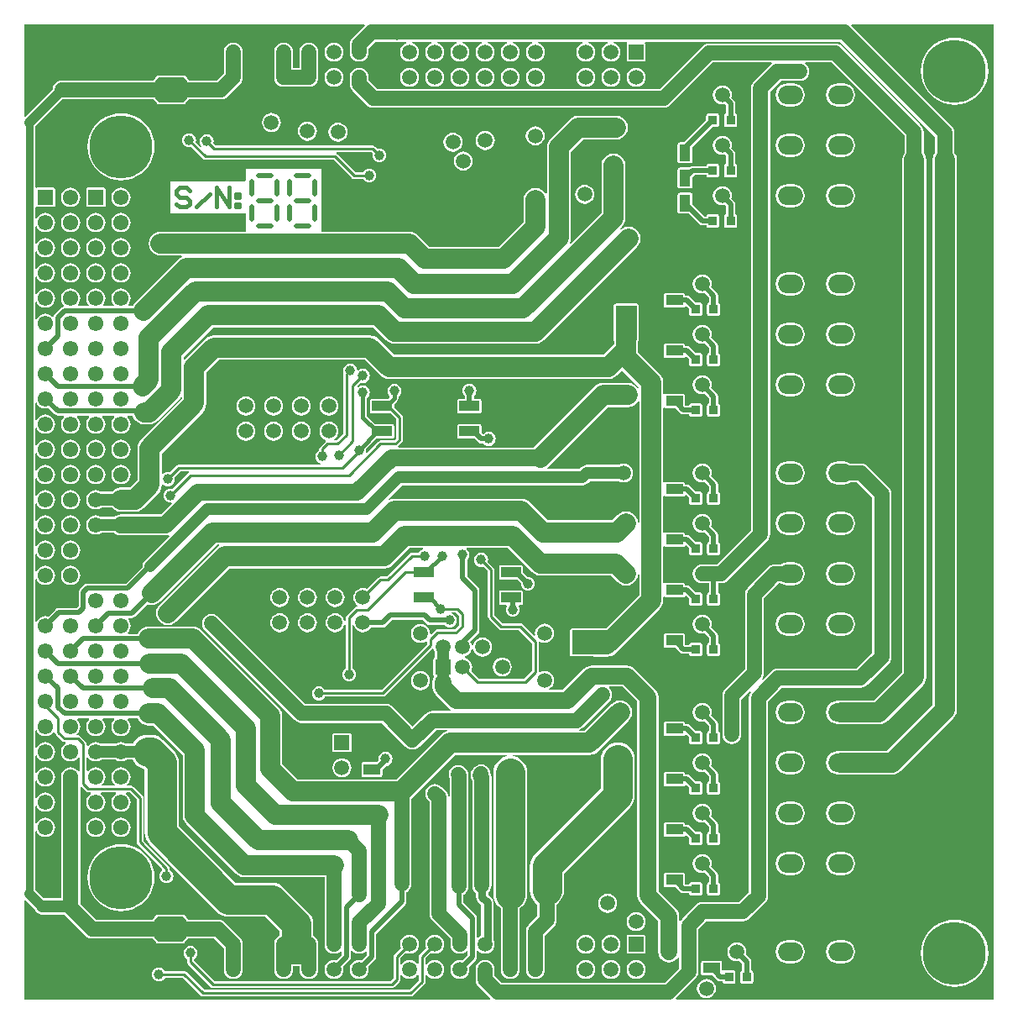
<source format=gtl>
G04 Layer_Physical_Order=1*
G04 Layer_Color=255*
%FSAX25Y25*%
%MOIN*%
G70*
G01*
G75*
%ADD10R,0.06693X0.04331*%
%ADD11R,0.07874X0.04331*%
%ADD12R,0.03543X0.03543*%
%ADD13R,0.04331X0.06693*%
%ADD14C,0.07874*%
%ADD15C,0.01968*%
%ADD16C,0.05905*%
%ADD17C,0.03150*%
%ADD18C,0.11811*%
%ADD19C,0.04724*%
%ADD20C,0.03937*%
%ADD21C,0.06693*%
%ADD22C,0.01575*%
%ADD23C,0.01000*%
%ADD24C,0.05905*%
%ADD25R,0.05905X0.05905*%
%ADD26R,0.05905X0.05905*%
%ADD27C,0.25000*%
%ADD28O,0.09842X0.07480*%
%ADD29R,0.09842X0.07480*%
%ADD30R,0.06102X0.06102*%
%ADD31C,0.06102*%
%ADD32C,0.03937*%
G36*
X0857000Y0213000D02*
X0731060D01*
X0730853Y0213500D01*
X0738577Y0221223D01*
X0739178Y0222007D01*
X0739556Y0222920D01*
X0739685Y0223900D01*
Y0240832D01*
X0742968Y0244115D01*
X0757400D01*
X0758380Y0244244D01*
X0759293Y0244622D01*
X0760077Y0245223D01*
X0766277Y0251424D01*
X0766878Y0252207D01*
X0767256Y0253120D01*
X0767385Y0254100D01*
Y0331232D01*
X0772968Y0336815D01*
X0804200D01*
X0805180Y0336944D01*
X0806093Y0337322D01*
X0806876Y0337924D01*
X0815277Y0346323D01*
X0815878Y0347107D01*
X0816256Y0348020D01*
X0816385Y0349000D01*
Y0413700D01*
X0816256Y0414680D01*
X0815878Y0415593D01*
X0815277Y0416376D01*
X0806977Y0424677D01*
X0806193Y0425278D01*
X0805280Y0425656D01*
X0804300Y0425785D01*
X0799950D01*
X0799715Y0425966D01*
X0798610Y0426423D01*
X0797425Y0426579D01*
X0795063D01*
X0793878Y0426423D01*
X0792773Y0425966D01*
X0791825Y0425238D01*
X0791097Y0424290D01*
X0790640Y0423185D01*
X0790484Y0422000D01*
X0790640Y0420815D01*
X0791097Y0419710D01*
X0791825Y0418762D01*
X0792773Y0418034D01*
X0793878Y0417577D01*
X0795063Y0417421D01*
X0797425D01*
X0798610Y0417577D01*
X0799715Y0418034D01*
X0799950Y0418215D01*
X0802732D01*
X0808815Y0412132D01*
Y0350568D01*
X0802632Y0344385D01*
X0771400D01*
X0770420Y0344256D01*
X0769507Y0343878D01*
X0768723Y0343277D01*
X0765426Y0339979D01*
X0765049Y0340310D01*
X0765278Y0340607D01*
X0765656Y0341520D01*
X0765785Y0342500D01*
Y0372232D01*
X0771768Y0378215D01*
X0772538D01*
X0772773Y0378034D01*
X0773878Y0377577D01*
X0775063Y0377421D01*
X0777425D01*
X0778610Y0377577D01*
X0779715Y0378034D01*
X0780663Y0378762D01*
X0781391Y0379711D01*
X0781848Y0380815D01*
X0782004Y0382000D01*
X0781848Y0383185D01*
X0781391Y0384290D01*
X0780663Y0385238D01*
X0779715Y0385966D01*
X0778610Y0386423D01*
X0777425Y0386579D01*
X0775063D01*
X0773878Y0386423D01*
X0772773Y0385966D01*
X0772538Y0385785D01*
X0770200D01*
X0769220Y0385656D01*
X0768308Y0385278D01*
X0767524Y0384677D01*
X0759324Y0376477D01*
X0758722Y0375693D01*
X0758344Y0374780D01*
X0758215Y0373800D01*
Y0344068D01*
X0750323Y0336176D01*
X0749722Y0335393D01*
X0749344Y0334480D01*
X0749215Y0333500D01*
Y0318200D01*
X0749344Y0317220D01*
X0749722Y0316307D01*
X0750323Y0315524D01*
X0751107Y0314922D01*
X0752020Y0314544D01*
X0753000Y0314415D01*
X0753980Y0314544D01*
X0754893Y0314922D01*
X0755677Y0315524D01*
X0756278Y0316307D01*
X0756656Y0317220D01*
X0756785Y0318200D01*
Y0331932D01*
X0760174Y0335321D01*
X0760551Y0334991D01*
X0760322Y0334693D01*
X0759944Y0333780D01*
X0759815Y0332800D01*
Y0255668D01*
X0755832Y0251685D01*
X0741400D01*
X0740420Y0251556D01*
X0739507Y0251178D01*
X0738724Y0250576D01*
X0733223Y0245076D01*
X0732682Y0244371D01*
X0732379Y0244411D01*
X0732182Y0244506D01*
Y0246100D01*
X0732040Y0247182D01*
X0731622Y0248191D01*
X0730957Y0249057D01*
X0723882Y0256132D01*
Y0333100D01*
X0723740Y0334183D01*
X0723322Y0335191D01*
X0722657Y0336057D01*
X0714357Y0344357D01*
X0713491Y0345022D01*
X0712900Y0345267D01*
X0712482Y0345440D01*
X0711400Y0345582D01*
X0697300D01*
X0696218Y0345440D01*
X0695209Y0345022D01*
X0694343Y0344357D01*
X0685868Y0335882D01*
X0680539D01*
X0680439Y0336382D01*
X0680499Y0336407D01*
X0681283Y0337009D01*
X0681884Y0337792D01*
X0682262Y0338705D01*
X0682391Y0339685D01*
X0682262Y0340665D01*
X0681884Y0341578D01*
X0681283Y0342361D01*
X0680499Y0342963D01*
X0679586Y0343341D01*
X0678606Y0343470D01*
X0677627Y0343341D01*
X0676826Y0343009D01*
X0676486Y0343158D01*
X0676326Y0343295D01*
Y0354776D01*
X0676511Y0354934D01*
X0676771Y0355062D01*
X0676810Y0355068D01*
X0677627Y0354730D01*
X0678606Y0354601D01*
X0679586Y0354730D01*
X0680499Y0355108D01*
X0681283Y0355709D01*
X0681884Y0356493D01*
X0682262Y0357406D01*
X0682391Y0358386D01*
X0682262Y0359366D01*
X0681884Y0360278D01*
X0681283Y0361062D01*
X0680499Y0361664D01*
X0679586Y0362042D01*
X0678606Y0362171D01*
X0677627Y0362042D01*
X0676714Y0361664D01*
X0675930Y0361062D01*
X0675328Y0360278D01*
X0674950Y0359366D01*
X0674821Y0358386D01*
X0674916Y0357666D01*
X0674442Y0357432D01*
X0669937Y0361937D01*
X0669507Y0362225D01*
X0669000Y0362326D01*
X0662049D01*
X0658825Y0365549D01*
Y0383500D01*
X0658725Y0384007D01*
X0658437Y0384437D01*
X0656168Y0386707D01*
X0656197Y0386777D01*
X0656292Y0387500D01*
X0656197Y0388223D01*
X0655918Y0388896D01*
X0655475Y0389475D01*
X0654896Y0389918D01*
X0654223Y0390197D01*
X0653500Y0390292D01*
X0652777Y0390197D01*
X0652104Y0389918D01*
X0651525Y0389475D01*
X0651082Y0388896D01*
X0650803Y0388223D01*
X0650708Y0387500D01*
X0650803Y0386777D01*
X0651082Y0386104D01*
X0651525Y0385525D01*
X0652104Y0385082D01*
X0652777Y0384803D01*
X0653500Y0384708D01*
X0654223Y0384803D01*
X0654293Y0384832D01*
X0656175Y0382951D01*
Y0365000D01*
X0656275Y0364493D01*
X0656563Y0364063D01*
X0660563Y0360063D01*
X0660993Y0359775D01*
X0661500Y0359675D01*
X0668451D01*
X0673674Y0354451D01*
Y0343549D01*
X0670451Y0340325D01*
X0652675D01*
X0649547Y0343453D01*
X0649782Y0344020D01*
X0649911Y0345000D01*
X0649782Y0345980D01*
X0649404Y0346893D01*
X0648803Y0347676D01*
X0648019Y0348278D01*
X0647106Y0348656D01*
X0646888Y0348685D01*
Y0349189D01*
X0647106Y0349218D01*
X0648019Y0349596D01*
X0648803Y0350198D01*
X0649404Y0350981D01*
X0649782Y0351894D01*
X0649811Y0352112D01*
X0650315D01*
X0650344Y0351894D01*
X0650722Y0350981D01*
X0651324Y0350198D01*
X0652107Y0349596D01*
X0653020Y0349218D01*
X0654000Y0349089D01*
X0654980Y0349218D01*
X0655893Y0349596D01*
X0656676Y0350198D01*
X0657278Y0350981D01*
X0657656Y0351894D01*
X0657785Y0352874D01*
X0657656Y0353854D01*
X0657278Y0354767D01*
X0656676Y0355551D01*
X0655893Y0356152D01*
X0654980Y0356530D01*
X0654000Y0356659D01*
X0653020Y0356530D01*
X0652107Y0356152D01*
X0651324Y0355551D01*
X0650722Y0354767D01*
X0650344Y0353854D01*
X0650315Y0353636D01*
X0649811D01*
X0649782Y0353854D01*
X0649404Y0354767D01*
X0649159Y0355086D01*
X0652286Y0358214D01*
X0652286Y0358214D01*
X0652681Y0358804D01*
X0652819Y0359500D01*
X0652819Y0359500D01*
Y0375375D01*
X0652819Y0375375D01*
X0652681Y0376071D01*
X0652286Y0376661D01*
X0652286Y0376661D01*
X0647945Y0381003D01*
Y0387503D01*
X0647974Y0387526D01*
X0648418Y0388104D01*
X0648697Y0388777D01*
X0648792Y0389500D01*
X0648697Y0390223D01*
X0648418Y0390896D01*
X0647974Y0391475D01*
X0647652Y0391722D01*
X0647822Y0392222D01*
X0664021D01*
X0673622Y0382622D01*
X0674611Y0381862D01*
X0675763Y0381385D01*
X0677000Y0381222D01*
X0705021D01*
X0707621Y0378622D01*
X0708611Y0377862D01*
X0709763Y0377385D01*
X0711000Y0377222D01*
X0712237Y0377385D01*
X0713389Y0377862D01*
X0714378Y0378622D01*
X0715138Y0379611D01*
X0715615Y0380763D01*
X0715722Y0381576D01*
X0716222Y0381544D01*
Y0373379D01*
X0703159Y0360316D01*
X0689600Y0360316D01*
X0689287Y0360254D01*
X0689023Y0360077D01*
X0688846Y0359812D01*
X0688784Y0359500D01*
X0688784Y0350000D01*
X0688846Y0349688D01*
X0689023Y0349423D01*
X0689287Y0349246D01*
X0689600Y0349184D01*
X0697927D01*
X0698400Y0349122D01*
X0703500D01*
X0704737Y0349285D01*
X0705214Y0349483D01*
X0705889Y0349762D01*
X0706879Y0350521D01*
X0724378Y0368021D01*
X0725138Y0369011D01*
X0725615Y0370163D01*
X0725778Y0371400D01*
Y0372674D01*
X0726278Y0372826D01*
X0726321Y0372762D01*
X0726585Y0372585D01*
X0726898Y0372523D01*
X0733591D01*
X0733903Y0372585D01*
X0734167Y0372762D01*
X0734344Y0373026D01*
X0734352Y0373068D01*
X0734895Y0373233D01*
X0736114Y0372015D01*
Y0370228D01*
X0736176Y0369916D01*
X0736352Y0369652D01*
X0736617Y0369475D01*
X0736929Y0369413D01*
X0740472D01*
X0740785Y0369475D01*
X0741049Y0369652D01*
X0741226Y0369916D01*
X0741288Y0370228D01*
Y0373772D01*
X0741226Y0374084D01*
X0741049Y0374348D01*
X0740785Y0374525D01*
X0740472Y0374587D01*
X0738686D01*
X0736483Y0376790D01*
X0735893Y0377185D01*
X0735197Y0377323D01*
X0735197Y0377323D01*
X0734406D01*
Y0377669D01*
X0734344Y0377981D01*
X0734167Y0378246D01*
X0733903Y0378423D01*
X0733591Y0378485D01*
X0726898D01*
X0726585Y0378423D01*
X0726321Y0378246D01*
X0726278Y0378182D01*
X0725778Y0378333D01*
Y0392674D01*
X0726278Y0392826D01*
X0726321Y0392762D01*
X0726585Y0392585D01*
X0726898Y0392523D01*
X0733591D01*
X0733903Y0392585D01*
X0734167Y0392762D01*
X0734344Y0393026D01*
X0734352Y0393068D01*
X0734895Y0393233D01*
X0736114Y0392015D01*
Y0390228D01*
X0736176Y0389916D01*
X0736352Y0389652D01*
X0736617Y0389475D01*
X0736929Y0389413D01*
X0740472D01*
X0740785Y0389475D01*
X0741049Y0389652D01*
X0741226Y0389916D01*
X0741288Y0390228D01*
Y0393772D01*
X0741226Y0394084D01*
X0741049Y0394348D01*
X0740785Y0394525D01*
X0740472Y0394587D01*
X0738686D01*
X0736483Y0396790D01*
X0735893Y0397185D01*
X0735197Y0397323D01*
X0735197Y0397323D01*
X0734406D01*
Y0397669D01*
X0734344Y0397981D01*
X0734167Y0398246D01*
X0733903Y0398423D01*
X0733591Y0398485D01*
X0726898D01*
X0726585Y0398423D01*
X0726321Y0398246D01*
X0726278Y0398182D01*
X0725778Y0398333D01*
Y0412675D01*
X0726278Y0412826D01*
X0726321Y0412762D01*
X0726585Y0412585D01*
X0726898Y0412523D01*
X0733591D01*
X0733903Y0412585D01*
X0734167Y0412762D01*
X0734344Y0413027D01*
X0734352Y0413068D01*
X0734895Y0413233D01*
X0736114Y0412015D01*
Y0410228D01*
X0736176Y0409916D01*
X0736352Y0409652D01*
X0736617Y0409475D01*
X0736929Y0409413D01*
X0740472D01*
X0740785Y0409475D01*
X0741049Y0409652D01*
X0741226Y0409916D01*
X0741288Y0410228D01*
Y0413772D01*
X0741226Y0414084D01*
X0741049Y0414348D01*
X0740785Y0414525D01*
X0740472Y0414587D01*
X0738686D01*
X0736483Y0416790D01*
X0735893Y0417185D01*
X0735197Y0417323D01*
X0735197Y0417323D01*
X0734406D01*
Y0417669D01*
X0734344Y0417981D01*
X0734167Y0418246D01*
X0733903Y0418423D01*
X0733591Y0418485D01*
X0726898D01*
X0726585Y0418423D01*
X0726321Y0418246D01*
X0726278Y0418182D01*
X0725778Y0418333D01*
Y0447675D01*
X0726278Y0447826D01*
X0726321Y0447762D01*
X0726585Y0447585D01*
X0726898Y0447523D01*
X0730652D01*
X0732462Y0445714D01*
X0733052Y0445319D01*
X0733748Y0445181D01*
X0733748Y0445181D01*
X0736123D01*
X0736176Y0444916D01*
X0736352Y0444652D01*
X0736617Y0444475D01*
X0736929Y0444413D01*
X0740472D01*
X0740785Y0444475D01*
X0741049Y0444652D01*
X0741226Y0444916D01*
X0741288Y0445228D01*
Y0448772D01*
X0741226Y0449084D01*
X0741049Y0449348D01*
X0740785Y0449525D01*
X0740472Y0449587D01*
X0736929D01*
X0736617Y0449525D01*
X0736352Y0449348D01*
X0736176Y0449084D01*
X0736123Y0448819D01*
X0734502D01*
X0734406Y0448915D01*
Y0452669D01*
X0734344Y0452981D01*
X0734167Y0453246D01*
X0733903Y0453423D01*
X0733591Y0453485D01*
X0726898D01*
X0726585Y0453423D01*
X0726321Y0453246D01*
X0726278Y0453182D01*
X0725778Y0453333D01*
Y0458000D01*
X0725778Y0458000D01*
X0725697Y0458618D01*
X0725615Y0459237D01*
X0725138Y0460389D01*
X0724378Y0461378D01*
X0715870Y0469886D01*
Y0474218D01*
X0715984Y0474388D01*
X0716046Y0474700D01*
X0716046Y0488400D01*
X0715984Y0488712D01*
X0715807Y0488977D01*
X0715543Y0489154D01*
X0715230Y0489216D01*
X0706955Y0489216D01*
X0706643Y0489154D01*
X0706378Y0488977D01*
X0706201Y0488712D01*
X0706139Y0488400D01*
X0706139Y0474700D01*
X0706201Y0474388D01*
X0706315Y0474218D01*
Y0473072D01*
X0702121Y0468878D01*
X0618879D01*
X0612578Y0475178D01*
X0611589Y0475938D01*
X0610914Y0476217D01*
X0610437Y0476415D01*
X0609200Y0476578D01*
X0547273D01*
X0546037Y0476415D01*
X0544884Y0475938D01*
X0543895Y0475178D01*
X0536137Y0467420D01*
X0535778Y0466953D01*
X0535278Y0467123D01*
Y0468021D01*
X0547079Y0479822D01*
X0610621D01*
X0615822Y0474621D01*
X0616811Y0473862D01*
X0617963Y0473385D01*
X0619200Y0473222D01*
X0675000D01*
X0676237Y0473385D01*
X0676714Y0473583D01*
X0677389Y0473862D01*
X0678378Y0474621D01*
X0715379Y0511622D01*
X0716138Y0512611D01*
X0716615Y0513763D01*
X0716778Y0515000D01*
X0716615Y0516237D01*
X0716138Y0517389D01*
X0715379Y0518378D01*
X0714389Y0519138D01*
X0713237Y0519615D01*
X0712000Y0519778D01*
X0710763Y0519615D01*
X0709611Y0519138D01*
X0709142Y0518778D01*
X0708811Y0519154D01*
X0709378Y0519722D01*
X0710138Y0520711D01*
X0710615Y0521863D01*
X0710778Y0523100D01*
X0710778Y0523100D01*
Y0544000D01*
X0710615Y0545237D01*
X0710138Y0546389D01*
X0709378Y0547378D01*
X0708389Y0548138D01*
X0707237Y0548615D01*
X0706000Y0548778D01*
X0704763Y0548615D01*
X0703611Y0548138D01*
X0702622Y0547378D01*
X0701862Y0546389D01*
X0701385Y0545237D01*
X0701222Y0544000D01*
Y0525079D01*
X0689097Y0512954D01*
X0688673Y0513237D01*
X0689015Y0514063D01*
X0689178Y0515300D01*
Y0549321D01*
X0694079Y0554222D01*
X0707000D01*
X0708237Y0554385D01*
X0709389Y0554862D01*
X0710379Y0555621D01*
X0711138Y0556611D01*
X0711615Y0557763D01*
X0711778Y0559000D01*
X0711615Y0560237D01*
X0711138Y0561389D01*
X0710379Y0562379D01*
X0709389Y0563138D01*
X0708237Y0563615D01*
X0707000Y0563778D01*
X0692100D01*
X0690863Y0563615D01*
X0689711Y0563138D01*
X0688722Y0562379D01*
X0681021Y0554678D01*
X0680262Y0553689D01*
X0679983Y0553014D01*
X0679785Y0552537D01*
X0679622Y0551300D01*
Y0533009D01*
X0679122Y0532840D01*
X0678478Y0533678D01*
X0677489Y0534438D01*
X0676337Y0534915D01*
X0675100Y0535078D01*
X0673863Y0534915D01*
X0672711Y0534438D01*
X0671722Y0533678D01*
X0670962Y0532689D01*
X0670485Y0531537D01*
X0670322Y0530300D01*
Y0521579D01*
X0660421Y0511678D01*
X0633179D01*
X0628478Y0516378D01*
X0627489Y0517138D01*
X0626814Y0517417D01*
X0626337Y0517615D01*
X0625100Y0517778D01*
X0590000D01*
Y0542500D01*
X0560000D01*
Y0538164D01*
X0559801Y0537746D01*
X0530125D01*
Y0537500D01*
X0530000D01*
Y0525000D01*
X0560000D01*
Y0517778D01*
X0526200D01*
X0524963Y0517615D01*
X0523811Y0517138D01*
X0522822Y0516378D01*
X0522062Y0515389D01*
X0521585Y0514237D01*
X0521422Y0513000D01*
X0521585Y0511763D01*
X0522062Y0510611D01*
X0522822Y0509621D01*
X0523811Y0508862D01*
X0524963Y0508385D01*
X0526200Y0508222D01*
X0534498D01*
X0534597Y0507722D01*
X0533911Y0507438D01*
X0532922Y0506678D01*
X0516021Y0489779D01*
X0515262Y0488789D01*
X0515026Y0488219D01*
X0513356D01*
X0513232Y0488719D01*
X0513797Y0489455D01*
X0514185Y0490392D01*
X0514318Y0491398D01*
X0514185Y0492403D01*
X0513797Y0493340D01*
X0513180Y0494144D01*
X0512375Y0494762D01*
X0511438Y0495150D01*
X0510433Y0495282D01*
X0509428Y0495150D01*
X0508491Y0494762D01*
X0507686Y0494144D01*
X0507069Y0493340D01*
X0506681Y0492403D01*
X0506549Y0491398D01*
X0506681Y0490392D01*
X0507069Y0489455D01*
X0507634Y0488719D01*
X0507510Y0488219D01*
X0503356D01*
X0503232Y0488719D01*
X0503797Y0489455D01*
X0504185Y0490392D01*
X0504318Y0491398D01*
X0504185Y0492403D01*
X0503797Y0493340D01*
X0503180Y0494144D01*
X0502375Y0494762D01*
X0501438Y0495150D01*
X0500433Y0495282D01*
X0499428Y0495150D01*
X0498491Y0494762D01*
X0497686Y0494144D01*
X0497069Y0493340D01*
X0496681Y0492403D01*
X0496549Y0491398D01*
X0496681Y0490392D01*
X0497069Y0489455D01*
X0497634Y0488719D01*
X0497510Y0488219D01*
X0493375D01*
X0493252Y0488719D01*
X0493817Y0489455D01*
X0494205Y0490392D01*
X0494337Y0491398D01*
X0494205Y0492403D01*
X0493817Y0493340D01*
X0493199Y0494144D01*
X0492395Y0494762D01*
X0491458Y0495150D01*
X0490453Y0495282D01*
X0489447Y0495150D01*
X0488511Y0494762D01*
X0487706Y0494144D01*
X0487089Y0493340D01*
X0486701Y0492403D01*
X0486568Y0491398D01*
X0486701Y0490392D01*
X0487089Y0489455D01*
X0487706Y0488651D01*
X0487727Y0488635D01*
X0487602Y0488100D01*
X0487504Y0488081D01*
X0486914Y0487686D01*
X0486914Y0487686D01*
X0484114Y0484886D01*
X0483719Y0484296D01*
X0483707Y0484232D01*
X0483219Y0484118D01*
X0483199Y0484144D01*
X0482395Y0484762D01*
X0481458Y0485150D01*
X0480453Y0485282D01*
X0479447Y0485150D01*
X0478511Y0484762D01*
X0477706Y0484144D01*
X0477089Y0483340D01*
X0476921Y0482936D01*
X0476421Y0483035D01*
Y0489760D01*
X0476921Y0489860D01*
X0477089Y0489455D01*
X0477706Y0488651D01*
X0478511Y0488034D01*
X0479447Y0487646D01*
X0480453Y0487513D01*
X0481458Y0487646D01*
X0482395Y0488034D01*
X0483199Y0488651D01*
X0483817Y0489455D01*
X0484205Y0490392D01*
X0484337Y0491398D01*
X0484205Y0492403D01*
X0483817Y0493340D01*
X0483199Y0494144D01*
X0482395Y0494762D01*
X0481458Y0495150D01*
X0480453Y0495282D01*
X0479447Y0495150D01*
X0478511Y0494762D01*
X0477706Y0494144D01*
X0477089Y0493340D01*
X0476921Y0492936D01*
X0476421Y0493035D01*
Y0499760D01*
X0476921Y0499860D01*
X0477089Y0499455D01*
X0477706Y0498651D01*
X0478511Y0498034D01*
X0479447Y0497646D01*
X0480453Y0497513D01*
X0481458Y0497646D01*
X0482395Y0498034D01*
X0483199Y0498651D01*
X0483817Y0499455D01*
X0484205Y0500392D01*
X0484337Y0501398D01*
X0484205Y0502403D01*
X0483817Y0503340D01*
X0483199Y0504144D01*
X0482395Y0504762D01*
X0481458Y0505150D01*
X0480453Y0505282D01*
X0479447Y0505150D01*
X0478511Y0504762D01*
X0477706Y0504144D01*
X0477089Y0503340D01*
X0476921Y0502936D01*
X0476421Y0503035D01*
Y0509760D01*
X0476921Y0509860D01*
X0477089Y0509455D01*
X0477706Y0508651D01*
X0478511Y0508034D01*
X0479447Y0507646D01*
X0480453Y0507513D01*
X0481458Y0507646D01*
X0482395Y0508034D01*
X0483199Y0508651D01*
X0483817Y0509455D01*
X0484205Y0510392D01*
X0484337Y0511398D01*
X0484205Y0512403D01*
X0483817Y0513340D01*
X0483199Y0514144D01*
X0482395Y0514762D01*
X0481458Y0515150D01*
X0480453Y0515282D01*
X0479447Y0515150D01*
X0478511Y0514762D01*
X0477706Y0514144D01*
X0477089Y0513340D01*
X0476921Y0512936D01*
X0476421Y0513035D01*
Y0519760D01*
X0476921Y0519860D01*
X0477089Y0519455D01*
X0477706Y0518651D01*
X0478511Y0518034D01*
X0479447Y0517646D01*
X0480453Y0517513D01*
X0481458Y0517646D01*
X0482395Y0518034D01*
X0483199Y0518651D01*
X0483817Y0519455D01*
X0484205Y0520392D01*
X0484337Y0521398D01*
X0484205Y0522403D01*
X0483817Y0523340D01*
X0483199Y0524144D01*
X0482395Y0524762D01*
X0481458Y0525150D01*
X0480453Y0525282D01*
X0479447Y0525150D01*
X0478511Y0524762D01*
X0477706Y0524144D01*
X0477089Y0523340D01*
X0476921Y0522936D01*
X0476421Y0523035D01*
Y0527484D01*
X0476574Y0527592D01*
X0476921Y0527705D01*
X0477089Y0527593D01*
X0477402Y0527531D01*
X0483504D01*
X0483816Y0527593D01*
X0484081Y0527770D01*
X0484258Y0528034D01*
X0484320Y0528346D01*
Y0534449D01*
X0484258Y0534761D01*
X0484081Y0535026D01*
X0483816Y0535202D01*
X0483504Y0535264D01*
X0477402D01*
X0477089Y0535202D01*
X0476921Y0535090D01*
X0476574Y0535203D01*
X0476421Y0535312D01*
Y0559472D01*
X0487164Y0570215D01*
X0523384D01*
X0524763Y0568490D01*
X0524798Y0568461D01*
X0524823Y0568423D01*
X0524919Y0568359D01*
X0525006Y0568286D01*
X0525050Y0568272D01*
X0525088Y0568246D01*
X0525200Y0568224D01*
X0525310Y0568189D01*
X0525355Y0568193D01*
X0525400Y0568184D01*
X0535400D01*
X0535445Y0568193D01*
X0535490Y0568189D01*
X0535600Y0568224D01*
X0535712Y0568246D01*
X0535750Y0568272D01*
X0535793Y0568286D01*
X0535881Y0568359D01*
X0535977Y0568423D01*
X0536002Y0568461D01*
X0536037Y0568491D01*
X0537417Y0570215D01*
X0550000D01*
X0550980Y0570344D01*
X0551893Y0570722D01*
X0552676Y0571323D01*
X0557677Y0576324D01*
X0558278Y0577107D01*
X0558656Y0578020D01*
X0558785Y0579000D01*
Y0589000D01*
X0558656Y0589980D01*
X0558278Y0590893D01*
X0557677Y0591677D01*
X0556893Y0592278D01*
X0555980Y0592656D01*
X0555000Y0592785D01*
X0554020Y0592656D01*
X0553107Y0592278D01*
X0552323Y0591677D01*
X0551722Y0590893D01*
X0551344Y0589980D01*
X0551215Y0589000D01*
Y0580568D01*
X0548432Y0577785D01*
X0537417D01*
X0536037Y0579510D01*
X0536002Y0579539D01*
X0535977Y0579577D01*
X0535881Y0579641D01*
X0535793Y0579714D01*
X0535750Y0579728D01*
X0535712Y0579754D01*
X0535600Y0579776D01*
X0535490Y0579811D01*
X0535445Y0579807D01*
X0535400Y0579816D01*
X0525400D01*
X0525355Y0579807D01*
X0525310Y0579811D01*
X0525201Y0579776D01*
X0525088Y0579754D01*
X0525050Y0579728D01*
X0525006Y0579714D01*
X0524919Y0579641D01*
X0524823Y0579577D01*
X0524798Y0579539D01*
X0524763Y0579509D01*
X0523384Y0577785D01*
X0487000D01*
X0486020Y0577656D01*
X0485107Y0577278D01*
X0484324Y0576677D01*
X0483722Y0575893D01*
X0483344Y0574980D01*
X0483240Y0574189D01*
X0472500Y0563449D01*
X0472000Y0563656D01*
Y0600000D01*
X0607139D01*
X0607247Y0599500D01*
X0602323Y0594577D01*
X0601722Y0593793D01*
X0601344Y0592880D01*
X0601215Y0591900D01*
Y0589000D01*
X0601344Y0588020D01*
X0601722Y0587107D01*
X0602323Y0586323D01*
X0603107Y0585722D01*
X0604020Y0585344D01*
X0605000Y0585215D01*
X0605980Y0585344D01*
X0606893Y0585722D01*
X0607677Y0586323D01*
X0608278Y0587107D01*
X0608656Y0588020D01*
X0608785Y0589000D01*
Y0590332D01*
X0611568Y0593115D01*
X0619241D01*
X0620000Y0593015D01*
X0620759Y0593115D01*
X0623821D01*
X0623921Y0592615D01*
X0623107Y0592278D01*
X0622324Y0591677D01*
X0621722Y0590893D01*
X0621344Y0589980D01*
X0621215Y0589000D01*
X0621344Y0588020D01*
X0621722Y0587107D01*
X0622324Y0586323D01*
X0623107Y0585722D01*
X0624020Y0585344D01*
X0625000Y0585215D01*
X0625980Y0585344D01*
X0626893Y0585722D01*
X0627676Y0586323D01*
X0628278Y0587107D01*
X0628656Y0588020D01*
X0628785Y0589000D01*
X0628656Y0589980D01*
X0628278Y0590893D01*
X0627676Y0591677D01*
X0626893Y0592278D01*
X0626079Y0592615D01*
X0626179Y0593115D01*
X0633821D01*
X0633921Y0592615D01*
X0633107Y0592278D01*
X0632324Y0591677D01*
X0631722Y0590893D01*
X0631344Y0589980D01*
X0631215Y0589000D01*
X0631344Y0588020D01*
X0631722Y0587107D01*
X0632324Y0586323D01*
X0633107Y0585722D01*
X0634020Y0585344D01*
X0635000Y0585215D01*
X0635980Y0585344D01*
X0636893Y0585722D01*
X0637676Y0586323D01*
X0638278Y0587107D01*
X0638656Y0588020D01*
X0638785Y0589000D01*
X0638656Y0589980D01*
X0638278Y0590893D01*
X0637676Y0591677D01*
X0636893Y0592278D01*
X0636079Y0592615D01*
X0636179Y0593115D01*
X0643821D01*
X0643921Y0592615D01*
X0643107Y0592278D01*
X0642323Y0591677D01*
X0641722Y0590893D01*
X0641344Y0589980D01*
X0641215Y0589000D01*
X0641344Y0588020D01*
X0641722Y0587107D01*
X0642323Y0586323D01*
X0643107Y0585722D01*
X0644020Y0585344D01*
X0645000Y0585215D01*
X0645980Y0585344D01*
X0646893Y0585722D01*
X0647677Y0586323D01*
X0648278Y0587107D01*
X0648656Y0588020D01*
X0648785Y0589000D01*
X0648656Y0589980D01*
X0648278Y0590893D01*
X0647677Y0591677D01*
X0646893Y0592278D01*
X0646079Y0592615D01*
X0646179Y0593115D01*
X0653821D01*
X0653921Y0592615D01*
X0653107Y0592278D01*
X0652323Y0591677D01*
X0651722Y0590893D01*
X0651344Y0589980D01*
X0651215Y0589000D01*
X0651344Y0588020D01*
X0651722Y0587107D01*
X0652323Y0586323D01*
X0653107Y0585722D01*
X0654020Y0585344D01*
X0655000Y0585215D01*
X0655980Y0585344D01*
X0656893Y0585722D01*
X0657677Y0586323D01*
X0658278Y0587107D01*
X0658656Y0588020D01*
X0658785Y0589000D01*
X0658656Y0589980D01*
X0658278Y0590893D01*
X0657677Y0591677D01*
X0656893Y0592278D01*
X0656079Y0592615D01*
X0656179Y0593115D01*
X0663821D01*
X0663921Y0592615D01*
X0663107Y0592278D01*
X0662324Y0591677D01*
X0661722Y0590893D01*
X0661344Y0589980D01*
X0661215Y0589000D01*
X0661344Y0588020D01*
X0661722Y0587107D01*
X0662324Y0586323D01*
X0663107Y0585722D01*
X0664020Y0585344D01*
X0665000Y0585215D01*
X0665980Y0585344D01*
X0666893Y0585722D01*
X0667676Y0586323D01*
X0668278Y0587107D01*
X0668656Y0588020D01*
X0668785Y0589000D01*
X0668656Y0589980D01*
X0668278Y0590893D01*
X0667676Y0591677D01*
X0666893Y0592278D01*
X0666079Y0592615D01*
X0666179Y0593115D01*
X0673821D01*
X0673921Y0592615D01*
X0673107Y0592278D01*
X0672324Y0591677D01*
X0671722Y0590893D01*
X0671344Y0589980D01*
X0671215Y0589000D01*
X0671344Y0588020D01*
X0671722Y0587107D01*
X0672324Y0586323D01*
X0673107Y0585722D01*
X0674020Y0585344D01*
X0675000Y0585215D01*
X0675980Y0585344D01*
X0676893Y0585722D01*
X0677676Y0586323D01*
X0678278Y0587107D01*
X0678656Y0588020D01*
X0678785Y0589000D01*
X0678656Y0589980D01*
X0678278Y0590893D01*
X0677676Y0591677D01*
X0676893Y0592278D01*
X0676079Y0592615D01*
X0676179Y0593115D01*
X0693821D01*
X0693921Y0592615D01*
X0693107Y0592278D01*
X0692323Y0591677D01*
X0691722Y0590893D01*
X0691344Y0589980D01*
X0691215Y0589000D01*
X0691344Y0588020D01*
X0691722Y0587107D01*
X0692323Y0586323D01*
X0693107Y0585722D01*
X0694020Y0585344D01*
X0695000Y0585215D01*
X0695980Y0585344D01*
X0696893Y0585722D01*
X0697677Y0586323D01*
X0698278Y0587107D01*
X0698656Y0588020D01*
X0698785Y0589000D01*
X0698656Y0589980D01*
X0698278Y0590893D01*
X0697677Y0591677D01*
X0696893Y0592278D01*
X0696079Y0592615D01*
X0696179Y0593115D01*
X0703821D01*
X0703921Y0592615D01*
X0703107Y0592278D01*
X0702323Y0591677D01*
X0701722Y0590893D01*
X0701344Y0589980D01*
X0701215Y0589000D01*
X0701344Y0588020D01*
X0701722Y0587107D01*
X0702323Y0586323D01*
X0703107Y0585722D01*
X0704020Y0585344D01*
X0705000Y0585215D01*
X0705980Y0585344D01*
X0706893Y0585722D01*
X0707677Y0586323D01*
X0708278Y0587107D01*
X0708656Y0588020D01*
X0708785Y0589000D01*
X0708656Y0589980D01*
X0708278Y0590893D01*
X0707677Y0591677D01*
X0706893Y0592278D01*
X0706079Y0592615D01*
X0706179Y0593115D01*
X0711447D01*
X0711598Y0592615D01*
X0711471Y0592529D01*
X0711294Y0592265D01*
X0711232Y0591953D01*
Y0586047D01*
X0711294Y0585735D01*
X0711471Y0585470D01*
X0711735Y0585294D01*
X0712047Y0585232D01*
X0717953D01*
X0718265Y0585294D01*
X0718530Y0585470D01*
X0718706Y0585735D01*
X0718768Y0586047D01*
Y0591953D01*
X0718706Y0592265D01*
X0718530Y0592529D01*
X0718402Y0592615D01*
X0718553Y0593115D01*
X0796132D01*
X0833815Y0555432D01*
Y0549149D01*
X0833462Y0548689D01*
X0832985Y0547537D01*
X0832822Y0546300D01*
Y0329979D01*
X0814621Y0311778D01*
X0796244D01*
X0795008Y0311615D01*
X0794855Y0311552D01*
X0793878Y0311423D01*
X0792773Y0310966D01*
X0791825Y0310238D01*
X0791097Y0309290D01*
X0790640Y0308185D01*
X0790484Y0307000D01*
X0790640Y0305815D01*
X0791097Y0304710D01*
X0791825Y0303762D01*
X0792773Y0303034D01*
X0793878Y0302577D01*
X0794855Y0302448D01*
X0795008Y0302385D01*
X0796244Y0302222D01*
X0816600D01*
X0817837Y0302385D01*
X0818314Y0302583D01*
X0818989Y0302862D01*
X0819979Y0303622D01*
X0840979Y0324622D01*
X0841738Y0325611D01*
X0842215Y0326763D01*
X0842378Y0328000D01*
Y0546300D01*
X0842215Y0547537D01*
X0841738Y0548689D01*
X0841385Y0549149D01*
Y0557000D01*
X0841256Y0557980D01*
X0840878Y0558893D01*
X0840277Y0559677D01*
X0800453Y0599500D01*
X0800561Y0600000D01*
X0857000D01*
Y0213000D01*
D02*
G37*
G36*
X0477089Y0319455D02*
X0477706Y0318651D01*
X0478511Y0318034D01*
X0479447Y0317646D01*
X0480453Y0317513D01*
X0481458Y0317646D01*
X0482395Y0318034D01*
X0483199Y0318651D01*
X0483674Y0319270D01*
X0484174Y0319100D01*
Y0319000D01*
X0484275Y0318493D01*
X0484563Y0318063D01*
X0487063Y0315563D01*
X0487493Y0315275D01*
X0488000Y0315175D01*
X0488267D01*
X0488397Y0314674D01*
X0487706Y0314144D01*
X0487089Y0313340D01*
X0486701Y0312403D01*
X0486568Y0311398D01*
X0486701Y0310392D01*
X0487089Y0309455D01*
X0487706Y0308651D01*
X0488511Y0308034D01*
X0489447Y0307646D01*
X0490453Y0307513D01*
X0491458Y0307646D01*
X0492395Y0308034D01*
X0493199Y0308651D01*
X0493675Y0309270D01*
X0494174Y0309100D01*
Y0303695D01*
X0493675Y0303525D01*
X0493199Y0304144D01*
X0492395Y0304762D01*
X0491458Y0305150D01*
X0490453Y0305282D01*
X0489447Y0305150D01*
X0488511Y0304762D01*
X0487706Y0304144D01*
X0487089Y0303340D01*
X0486701Y0302403D01*
X0486568Y0301398D01*
X0486668Y0300643D01*
Y0292152D01*
X0486568Y0291398D01*
X0486668Y0290644D01*
Y0282152D01*
X0486568Y0281398D01*
X0486668Y0280644D01*
Y0253189D01*
X0479760D01*
X0476421Y0256528D01*
Y0279760D01*
X0476921Y0279860D01*
X0477089Y0279455D01*
X0477706Y0278651D01*
X0478511Y0278034D01*
X0479447Y0277646D01*
X0480453Y0277513D01*
X0481458Y0277646D01*
X0482395Y0278034D01*
X0483199Y0278651D01*
X0483817Y0279455D01*
X0484205Y0280392D01*
X0484337Y0281398D01*
X0484205Y0282403D01*
X0483817Y0283340D01*
X0483199Y0284144D01*
X0482395Y0284762D01*
X0481458Y0285150D01*
X0480453Y0285282D01*
X0479447Y0285150D01*
X0478511Y0284762D01*
X0477706Y0284144D01*
X0477089Y0283340D01*
X0476921Y0282936D01*
X0476421Y0283035D01*
Y0289760D01*
X0476921Y0289860D01*
X0477089Y0289455D01*
X0477706Y0288651D01*
X0478511Y0288034D01*
X0479447Y0287646D01*
X0480453Y0287513D01*
X0481458Y0287646D01*
X0482395Y0288034D01*
X0483199Y0288651D01*
X0483817Y0289455D01*
X0484205Y0290392D01*
X0484337Y0291398D01*
X0484205Y0292403D01*
X0483817Y0293340D01*
X0483199Y0294144D01*
X0482395Y0294762D01*
X0481458Y0295150D01*
X0480453Y0295282D01*
X0479447Y0295150D01*
X0478511Y0294762D01*
X0477706Y0294144D01*
X0477089Y0293340D01*
X0476921Y0292936D01*
X0476421Y0293035D01*
Y0299760D01*
X0476921Y0299860D01*
X0477089Y0299455D01*
X0477706Y0298651D01*
X0478511Y0298034D01*
X0479447Y0297646D01*
X0480453Y0297513D01*
X0481458Y0297646D01*
X0482395Y0298034D01*
X0483199Y0298651D01*
X0483817Y0299455D01*
X0484205Y0300392D01*
X0484337Y0301398D01*
X0484205Y0302403D01*
X0483817Y0303340D01*
X0483199Y0304144D01*
X0482395Y0304762D01*
X0481458Y0305150D01*
X0480453Y0305282D01*
X0479447Y0305150D01*
X0478511Y0304762D01*
X0477706Y0304144D01*
X0477089Y0303340D01*
X0476921Y0302936D01*
X0476421Y0303035D01*
Y0309760D01*
X0476921Y0309860D01*
X0477089Y0309455D01*
X0477706Y0308651D01*
X0478511Y0308034D01*
X0479447Y0307646D01*
X0480453Y0307513D01*
X0481458Y0307646D01*
X0482395Y0308034D01*
X0483199Y0308651D01*
X0483817Y0309455D01*
X0484205Y0310392D01*
X0484337Y0311398D01*
X0484205Y0312403D01*
X0483817Y0313340D01*
X0483199Y0314144D01*
X0482395Y0314762D01*
X0481458Y0315150D01*
X0480453Y0315282D01*
X0479447Y0315150D01*
X0478511Y0314762D01*
X0477706Y0314144D01*
X0477089Y0313340D01*
X0476921Y0312936D01*
X0476421Y0313035D01*
Y0319760D01*
X0476921Y0319860D01*
X0477089Y0319455D01*
D02*
G37*
G36*
X0715518Y0331368D02*
Y0254400D01*
X0715660Y0253318D01*
X0715833Y0252900D01*
X0716078Y0252309D01*
X0716743Y0251443D01*
X0723818Y0244368D01*
Y0231900D01*
X0723960Y0230818D01*
X0724378Y0229809D01*
X0725043Y0228943D01*
X0725909Y0228278D01*
X0726918Y0227860D01*
X0728000Y0227718D01*
X0729082Y0227860D01*
X0730091Y0228278D01*
X0730957Y0228943D01*
X0731615Y0229800D01*
X0731645Y0229803D01*
X0732115Y0229692D01*
Y0225468D01*
X0726432Y0219785D01*
X0661568D01*
X0658785Y0222568D01*
Y0225000D01*
X0658656Y0225980D01*
X0658278Y0226893D01*
X0657677Y0227677D01*
X0656893Y0228278D01*
X0655980Y0228656D01*
X0655000Y0228785D01*
X0654020Y0228656D01*
X0653107Y0228278D01*
X0652323Y0227677D01*
X0651722Y0226893D01*
X0651344Y0225980D01*
X0651215Y0225000D01*
Y0221000D01*
X0651344Y0220020D01*
X0651722Y0219107D01*
X0652323Y0218323D01*
X0657147Y0213500D01*
X0656940Y0213000D01*
X0472000D01*
Y0252344D01*
X0472500Y0252551D01*
X0475949Y0249102D01*
X0476238Y0248405D01*
X0476745Y0247745D01*
X0477405Y0247238D01*
X0478174Y0246919D01*
X0479000Y0246811D01*
X0487737D01*
X0496223Y0238323D01*
X0497007Y0237722D01*
X0497920Y0237344D01*
X0498900Y0237215D01*
X0522984D01*
X0524363Y0235490D01*
X0524398Y0235461D01*
X0524423Y0235423D01*
X0524519Y0235359D01*
X0524607Y0235285D01*
X0524650Y0235272D01*
X0524688Y0235246D01*
X0524800Y0235224D01*
X0524910Y0235189D01*
X0524955Y0235193D01*
X0525000Y0235184D01*
X0535000D01*
X0535045Y0235193D01*
X0535090Y0235189D01*
X0535199Y0235224D01*
X0535312Y0235246D01*
X0535350Y0235272D01*
X0535393Y0235285D01*
X0535481Y0235359D01*
X0535577Y0235423D01*
X0535602Y0235461D01*
X0535637Y0235490D01*
X0537016Y0237215D01*
X0547432D01*
X0551215Y0233432D01*
Y0225000D01*
X0551344Y0224020D01*
X0551722Y0223107D01*
X0552323Y0222323D01*
X0553107Y0221722D01*
X0554020Y0221344D01*
X0555000Y0221215D01*
X0555980Y0221344D01*
X0556893Y0221722D01*
X0557677Y0222323D01*
X0558278Y0223107D01*
X0558656Y0224020D01*
X0558785Y0225000D01*
Y0235000D01*
X0558656Y0235980D01*
X0558278Y0236893D01*
X0557677Y0237677D01*
X0551677Y0243676D01*
X0550893Y0244278D01*
X0549980Y0244656D01*
X0549000Y0244785D01*
X0537016D01*
X0535637Y0246510D01*
X0535602Y0246539D01*
X0535577Y0246577D01*
X0535481Y0246641D01*
X0535393Y0246714D01*
X0535350Y0246728D01*
X0535312Y0246754D01*
X0535200Y0246776D01*
X0535090Y0246811D01*
X0535045Y0246807D01*
X0535000Y0246816D01*
X0525000D01*
X0524955Y0246807D01*
X0524910Y0246811D01*
X0524800Y0246776D01*
X0524688Y0246754D01*
X0524650Y0246728D01*
X0524607Y0246714D01*
X0524519Y0246641D01*
X0524423Y0246577D01*
X0524398Y0246539D01*
X0524363Y0246510D01*
X0522984Y0244785D01*
X0500468D01*
X0494238Y0251015D01*
Y0280644D01*
X0494337Y0281398D01*
X0494238Y0282152D01*
Y0290644D01*
X0494337Y0291398D01*
X0494238Y0292152D01*
Y0297181D01*
X0494738Y0297388D01*
X0496563Y0295563D01*
X0496993Y0295275D01*
X0497500Y0295175D01*
X0498247D01*
X0498377Y0294674D01*
X0497686Y0294144D01*
X0497069Y0293340D01*
X0496681Y0292403D01*
X0496549Y0291398D01*
X0496681Y0290392D01*
X0497069Y0289455D01*
X0497686Y0288651D01*
X0498491Y0288034D01*
X0499428Y0287646D01*
X0500433Y0287513D01*
X0501438Y0287646D01*
X0502375Y0288034D01*
X0503180Y0288651D01*
X0503797Y0289455D01*
X0504185Y0290392D01*
X0504318Y0291398D01*
X0504185Y0292403D01*
X0503797Y0293340D01*
X0503180Y0294144D01*
X0502489Y0294674D01*
X0502619Y0295175D01*
X0508247D01*
X0508377Y0294674D01*
X0507686Y0294144D01*
X0507069Y0293340D01*
X0506681Y0292403D01*
X0506549Y0291398D01*
X0506681Y0290392D01*
X0507069Y0289455D01*
X0507686Y0288651D01*
X0508491Y0288034D01*
X0509428Y0287646D01*
X0510433Y0287513D01*
X0511438Y0287646D01*
X0512375Y0288034D01*
X0513180Y0288651D01*
X0513797Y0289455D01*
X0514185Y0290392D01*
X0514318Y0291398D01*
X0514185Y0292403D01*
X0513797Y0293340D01*
X0513180Y0294144D01*
X0512489Y0294674D01*
X0512619Y0295175D01*
X0513951D01*
X0516675Y0292451D01*
Y0275500D01*
X0516775Y0274993D01*
X0517063Y0274563D01*
X0526808Y0264817D01*
X0526762Y0264156D01*
X0526525Y0263974D01*
X0526082Y0263396D01*
X0525803Y0262723D01*
X0525708Y0262000D01*
X0525803Y0261277D01*
X0526082Y0260604D01*
X0526525Y0260026D01*
X0527104Y0259582D01*
X0527777Y0259303D01*
X0528500Y0259208D01*
X0529223Y0259303D01*
X0529896Y0259582D01*
X0530475Y0260026D01*
X0530918Y0260604D01*
X0531197Y0261277D01*
X0531292Y0262000D01*
X0531197Y0262723D01*
X0530918Y0263396D01*
X0530475Y0263974D01*
X0529896Y0264418D01*
X0529825Y0264448D01*
Y0265000D01*
X0529725Y0265507D01*
X0529437Y0265937D01*
X0519325Y0276049D01*
Y0293000D01*
X0519225Y0293507D01*
X0518937Y0293937D01*
X0515437Y0297437D01*
X0515007Y0297725D01*
X0514500Y0297826D01*
X0512925D01*
X0512756Y0298325D01*
X0513180Y0298651D01*
X0513797Y0299455D01*
X0514185Y0300392D01*
X0514318Y0301398D01*
X0514185Y0302403D01*
X0513797Y0303340D01*
X0513180Y0304144D01*
X0512375Y0304762D01*
X0511438Y0305150D01*
X0510433Y0305282D01*
X0509428Y0305150D01*
X0508491Y0304762D01*
X0507686Y0304144D01*
X0507069Y0303340D01*
X0506681Y0302403D01*
X0506549Y0301398D01*
X0506681Y0300392D01*
X0507069Y0299455D01*
X0507686Y0298651D01*
X0508111Y0298325D01*
X0507941Y0297826D01*
X0502925D01*
X0502756Y0298325D01*
X0503180Y0298651D01*
X0503797Y0299455D01*
X0504185Y0300392D01*
X0504318Y0301398D01*
X0504185Y0302403D01*
X0503797Y0303340D01*
X0503180Y0304144D01*
X0502375Y0304762D01*
X0501438Y0305150D01*
X0500433Y0305282D01*
X0499428Y0305150D01*
X0498491Y0304762D01*
X0497686Y0304144D01*
X0497326Y0303674D01*
X0496826Y0303844D01*
Y0308951D01*
X0497326Y0309121D01*
X0497686Y0308651D01*
X0498491Y0308034D01*
X0499428Y0307646D01*
X0500433Y0307513D01*
X0501438Y0307646D01*
X0502375Y0308034D01*
X0502603Y0308208D01*
X0508263D01*
X0508491Y0308034D01*
X0509428Y0307646D01*
X0510433Y0307513D01*
X0511438Y0307646D01*
X0512375Y0308034D01*
X0512603Y0308208D01*
X0514949D01*
X0515298Y0307557D01*
X0516136Y0306536D01*
X0517157Y0305698D01*
X0518322Y0305075D01*
X0519433Y0304738D01*
X0519862Y0304309D01*
Y0279300D01*
X0519991Y0277986D01*
X0520375Y0276722D01*
X0520998Y0275557D01*
X0521836Y0274535D01*
X0548435Y0247936D01*
X0549457Y0247098D01*
X0550622Y0246475D01*
X0551886Y0246092D01*
X0553200Y0245962D01*
X0567509D01*
X0573262Y0240209D01*
Y0238342D01*
X0573107Y0238278D01*
X0572324Y0237677D01*
X0571722Y0236893D01*
X0571344Y0235980D01*
X0571215Y0235000D01*
Y0225000D01*
X0571344Y0224020D01*
X0571722Y0223107D01*
X0572324Y0222323D01*
X0573107Y0221722D01*
X0574020Y0221344D01*
X0575000Y0221215D01*
X0575980Y0221344D01*
X0576893Y0221722D01*
X0577676Y0222323D01*
X0578278Y0223107D01*
X0578656Y0224020D01*
X0578785Y0225000D01*
Y0226184D01*
X0581215D01*
Y0225000D01*
X0581344Y0224020D01*
X0581722Y0223107D01*
X0582324Y0222323D01*
X0583107Y0221722D01*
X0584020Y0221344D01*
X0585000Y0221215D01*
X0585980Y0221344D01*
X0586893Y0221722D01*
X0587676Y0222323D01*
X0588278Y0223107D01*
X0588656Y0224020D01*
X0588785Y0225000D01*
Y0235000D01*
X0588656Y0235980D01*
X0588278Y0236893D01*
X0587676Y0237677D01*
X0586893Y0238278D01*
X0586738Y0238342D01*
Y0243000D01*
X0586609Y0244315D01*
X0586225Y0245579D01*
X0585602Y0246743D01*
X0584764Y0247764D01*
X0575065Y0257465D01*
X0574043Y0258302D01*
X0572879Y0258925D01*
X0571615Y0259309D01*
X0570300Y0259438D01*
X0555991D01*
X0533338Y0282091D01*
Y0307100D01*
X0533338Y0307100D01*
X0533209Y0308415D01*
X0532825Y0309679D01*
X0532202Y0310843D01*
X0531364Y0311864D01*
X0527165Y0316065D01*
X0526143Y0316902D01*
X0524978Y0317525D01*
X0523714Y0317909D01*
X0522400Y0318038D01*
X0520900D01*
X0519586Y0317909D01*
X0518322Y0317525D01*
X0517157Y0316902D01*
X0516136Y0316065D01*
X0515298Y0315043D01*
X0515054Y0314587D01*
X0512603D01*
X0512375Y0314762D01*
X0511438Y0315150D01*
X0510433Y0315282D01*
X0509428Y0315150D01*
X0508491Y0314762D01*
X0508263Y0314587D01*
X0502603D01*
X0502375Y0314762D01*
X0501438Y0315150D01*
X0500433Y0315282D01*
X0499428Y0315150D01*
X0498491Y0314762D01*
X0497686Y0314144D01*
X0497326Y0313674D01*
X0496826Y0313844D01*
Y0314500D01*
X0496725Y0315007D01*
X0496437Y0315437D01*
X0494437Y0317437D01*
X0494007Y0317725D01*
X0493500Y0317826D01*
X0492945D01*
X0492775Y0318325D01*
X0493199Y0318651D01*
X0493817Y0319455D01*
X0494205Y0320392D01*
X0494337Y0321398D01*
X0494205Y0322403D01*
X0493817Y0323340D01*
X0493199Y0324144D01*
X0493117Y0324207D01*
X0493278Y0324681D01*
X0497608D01*
X0497768Y0324207D01*
X0497686Y0324144D01*
X0497069Y0323340D01*
X0496681Y0322403D01*
X0496549Y0321398D01*
X0496681Y0320392D01*
X0497069Y0319455D01*
X0497686Y0318651D01*
X0498491Y0318034D01*
X0499428Y0317646D01*
X0500433Y0317513D01*
X0501438Y0317646D01*
X0502375Y0318034D01*
X0503180Y0318651D01*
X0503797Y0319455D01*
X0504185Y0320392D01*
X0504318Y0321398D01*
X0504185Y0322403D01*
X0503797Y0323340D01*
X0503180Y0324144D01*
X0503098Y0324207D01*
X0503258Y0324681D01*
X0507608D01*
X0507768Y0324207D01*
X0507686Y0324144D01*
X0507069Y0323340D01*
X0506681Y0322403D01*
X0506549Y0321398D01*
X0506681Y0320392D01*
X0507069Y0319455D01*
X0507686Y0318651D01*
X0508491Y0318034D01*
X0509428Y0317646D01*
X0510433Y0317513D01*
X0511438Y0317646D01*
X0512375Y0318034D01*
X0513180Y0318651D01*
X0513797Y0319455D01*
X0514185Y0320392D01*
X0514318Y0321398D01*
X0514185Y0322403D01*
X0513797Y0323340D01*
X0513180Y0324144D01*
X0513098Y0324207D01*
X0513258Y0324681D01*
X0517126D01*
X0517362Y0324111D01*
X0518121Y0323122D01*
X0519111Y0322362D01*
X0520263Y0321885D01*
X0521500Y0321722D01*
X0523121D01*
X0534922Y0309921D01*
Y0286000D01*
X0535085Y0284763D01*
X0535283Y0284286D01*
X0535562Y0283611D01*
X0536321Y0282622D01*
X0555922Y0263021D01*
X0556911Y0262262D01*
X0558063Y0261785D01*
X0559300Y0261622D01*
X0559300Y0261622D01*
X0591215D01*
Y0235000D01*
X0591344Y0234020D01*
X0591722Y0233107D01*
X0592323Y0232324D01*
X0593107Y0231722D01*
X0594020Y0231344D01*
X0595000Y0231215D01*
X0595980Y0231344D01*
X0596893Y0231722D01*
X0597581Y0232250D01*
X0598081Y0232100D01*
Y0230654D01*
X0596053Y0228626D01*
X0595980Y0228656D01*
X0595000Y0228785D01*
X0594020Y0228656D01*
X0593107Y0228278D01*
X0592323Y0227677D01*
X0591722Y0226893D01*
X0591344Y0225980D01*
X0591215Y0225000D01*
X0591344Y0224020D01*
X0591722Y0223107D01*
X0592323Y0222323D01*
X0593107Y0221722D01*
X0594020Y0221344D01*
X0595000Y0221215D01*
X0595980Y0221344D01*
X0596893Y0221722D01*
X0597677Y0222323D01*
X0598278Y0223107D01*
X0598656Y0224020D01*
X0598785Y0225000D01*
X0598656Y0225980D01*
X0598626Y0226053D01*
X0601186Y0228614D01*
X0601186Y0228614D01*
X0601581Y0229204D01*
X0601719Y0229900D01*
X0601719Y0229900D01*
Y0232290D01*
X0602219Y0232459D01*
X0602323Y0232324D01*
X0603107Y0231722D01*
X0604020Y0231344D01*
X0605000Y0231215D01*
X0605980Y0231344D01*
X0606893Y0231722D01*
X0607581Y0232250D01*
X0608081Y0232100D01*
Y0230654D01*
X0606053Y0228626D01*
X0605980Y0228656D01*
X0605000Y0228785D01*
X0604020Y0228656D01*
X0603107Y0228278D01*
X0602323Y0227677D01*
X0601722Y0226893D01*
X0601344Y0225980D01*
X0601215Y0225000D01*
X0601344Y0224020D01*
X0601722Y0223107D01*
X0602323Y0222323D01*
X0603107Y0221722D01*
X0604020Y0221344D01*
X0605000Y0221215D01*
X0605980Y0221344D01*
X0606893Y0221722D01*
X0607677Y0222323D01*
X0608278Y0223107D01*
X0608656Y0224020D01*
X0608785Y0225000D01*
X0608656Y0225980D01*
X0608626Y0226053D01*
X0611186Y0228614D01*
X0611186Y0228614D01*
X0611581Y0229204D01*
X0611719Y0229900D01*
X0611719Y0229900D01*
Y0239146D01*
X0623286Y0250714D01*
X0623286Y0250714D01*
X0623681Y0251304D01*
X0623819Y0252000D01*
Y0255792D01*
X0623893Y0255822D01*
X0624677Y0256423D01*
X0625278Y0257207D01*
X0625656Y0258120D01*
X0625785Y0259100D01*
Y0292728D01*
X0643179Y0310122D01*
X0663799D01*
X0663824Y0309622D01*
X0663686Y0309609D01*
X0662422Y0309225D01*
X0661257Y0308602D01*
X0660236Y0307765D01*
X0659398Y0306743D01*
X0658775Y0305578D01*
X0658392Y0304314D01*
X0658262Y0303000D01*
Y0254757D01*
X0658392Y0253443D01*
X0658594Y0252773D01*
X0658137Y0252627D01*
X0657981Y0252860D01*
X0657612Y0253412D01*
X0656221Y0254803D01*
Y0255428D01*
X0656476Y0255624D01*
X0657078Y0256407D01*
X0657456Y0257320D01*
X0657585Y0258300D01*
Y0301444D01*
X0657456Y0302424D01*
X0657186Y0303076D01*
X0657131Y0303498D01*
X0656752Y0304411D01*
X0656151Y0305195D01*
X0655367Y0305797D01*
X0654454Y0306175D01*
X0653474Y0306304D01*
X0652495Y0306175D01*
X0652117Y0306018D01*
X0651582Y0305797D01*
X0650798Y0305195D01*
X0650423Y0304821D01*
X0649822Y0304037D01*
X0649444Y0303124D01*
X0649315Y0302144D01*
X0649444Y0301164D01*
X0649822Y0300252D01*
X0650015Y0300000D01*
Y0258300D01*
X0650144Y0257320D01*
X0650522Y0256407D01*
X0651124Y0255624D01*
X0651379Y0255428D01*
Y0253800D01*
X0651563Y0252873D01*
X0652088Y0252088D01*
X0653479Y0250697D01*
Y0238432D01*
X0653107Y0238278D01*
X0652323Y0237677D01*
X0652293Y0237636D01*
X0651819Y0237797D01*
Y0245300D01*
X0651681Y0245996D01*
X0651286Y0246586D01*
X0651286Y0246586D01*
X0646519Y0251354D01*
Y0254792D01*
X0646593Y0254822D01*
X0647376Y0255423D01*
X0647978Y0256207D01*
X0648356Y0257120D01*
X0648485Y0258100D01*
Y0302000D01*
X0648356Y0302980D01*
X0647978Y0303893D01*
X0647376Y0304677D01*
X0647077Y0304977D01*
X0646293Y0305578D01*
X0645380Y0305956D01*
X0644400Y0306085D01*
X0643420Y0305956D01*
X0642507Y0305578D01*
X0641723Y0304977D01*
X0641122Y0304193D01*
X0640744Y0303280D01*
X0640615Y0302300D01*
X0640744Y0301320D01*
X0640915Y0300907D01*
Y0293766D01*
X0640415Y0293734D01*
X0640356Y0294180D01*
X0639978Y0295093D01*
X0639376Y0295877D01*
X0637777Y0297477D01*
X0636993Y0298078D01*
X0636080Y0298456D01*
X0635100Y0298585D01*
X0634120Y0298456D01*
X0633207Y0298078D01*
X0632423Y0297477D01*
X0631822Y0296693D01*
X0631444Y0295780D01*
X0631315Y0294800D01*
X0631444Y0293820D01*
X0631822Y0292907D01*
X0632423Y0292124D01*
X0632915Y0291632D01*
Y0247085D01*
X0633044Y0246106D01*
X0633422Y0245193D01*
X0634024Y0244409D01*
X0641215Y0237217D01*
Y0235000D01*
X0641344Y0234020D01*
X0641722Y0233107D01*
X0642323Y0232324D01*
X0643107Y0231722D01*
X0644020Y0231344D01*
X0645000Y0231215D01*
X0645980Y0231344D01*
X0646893Y0231722D01*
X0647677Y0232324D01*
X0647707Y0232364D01*
X0648181Y0232203D01*
Y0230753D01*
X0646053Y0228626D01*
X0645980Y0228656D01*
X0645000Y0228785D01*
X0644020Y0228656D01*
X0643107Y0228278D01*
X0642323Y0227677D01*
X0641722Y0226893D01*
X0641344Y0225980D01*
X0641215Y0225000D01*
X0641344Y0224020D01*
X0641722Y0223107D01*
X0642323Y0222323D01*
X0643107Y0221722D01*
X0644020Y0221344D01*
X0645000Y0221215D01*
X0645980Y0221344D01*
X0646893Y0221722D01*
X0647677Y0222323D01*
X0648278Y0223107D01*
X0648656Y0224020D01*
X0648785Y0225000D01*
X0648656Y0225980D01*
X0648626Y0226053D01*
X0651286Y0228714D01*
X0651286Y0228714D01*
X0651681Y0229304D01*
X0651819Y0230000D01*
X0651819Y0230000D01*
Y0232203D01*
X0652293Y0232364D01*
X0652323Y0232324D01*
X0653107Y0231722D01*
X0654020Y0231344D01*
X0655000Y0231215D01*
X0655980Y0231344D01*
X0656893Y0231722D01*
X0657677Y0232324D01*
X0658278Y0233107D01*
X0658656Y0234020D01*
X0658785Y0235000D01*
X0658656Y0235980D01*
X0658321Y0236788D01*
Y0251700D01*
X0658231Y0252155D01*
X0658176Y0252430D01*
X0658662Y0252552D01*
X0658775Y0252179D01*
X0659398Y0251013D01*
X0660236Y0249992D01*
X0661215Y0249189D01*
Y0235000D01*
Y0225000D01*
X0661344Y0224020D01*
X0661722Y0223107D01*
X0662324Y0222323D01*
X0663107Y0221722D01*
X0664020Y0221344D01*
X0665000Y0221215D01*
X0665980Y0221344D01*
X0666893Y0221722D01*
X0667676Y0222323D01*
X0668278Y0223107D01*
X0668656Y0224020D01*
X0668785Y0225000D01*
Y0235000D01*
Y0249189D01*
X0669765Y0249992D01*
X0670602Y0251013D01*
X0671225Y0252179D01*
X0671608Y0253443D01*
X0671738Y0254757D01*
Y0303000D01*
X0671608Y0304314D01*
X0671225Y0305578D01*
X0670602Y0306743D01*
X0669765Y0307765D01*
X0668743Y0308602D01*
X0667579Y0309225D01*
X0666315Y0309609D01*
X0666176Y0309622D01*
X0666201Y0310122D01*
X0696500D01*
X0697737Y0310285D01*
X0698214Y0310483D01*
X0698889Y0310762D01*
X0699879Y0311522D01*
X0711978Y0323622D01*
X0712738Y0324611D01*
X0713215Y0325763D01*
X0713378Y0327000D01*
X0713215Y0328237D01*
X0712738Y0329389D01*
X0711978Y0330379D01*
X0710989Y0331138D01*
X0709837Y0331615D01*
X0708600Y0331778D01*
X0707363Y0331615D01*
X0706211Y0331138D01*
X0705222Y0330379D01*
X0694521Y0319678D01*
X0692596D01*
X0692480Y0320144D01*
X0693393Y0320522D01*
X0694176Y0321124D01*
X0704353Y0331300D01*
X0704954Y0332084D01*
X0705176Y0332619D01*
X0705333Y0332997D01*
X0705462Y0333977D01*
X0705333Y0334956D01*
X0704954Y0335869D01*
X0704353Y0336653D01*
X0704234Y0336744D01*
X0704395Y0337218D01*
X0709668D01*
X0715518Y0331368D01*
D02*
G37*
G36*
X0539400Y0574000D02*
X0535400Y0569000D01*
X0525400D01*
X0521400Y0574000D01*
X0525400Y0579000D01*
X0535400D01*
X0539400Y0574000D01*
D02*
G37*
G36*
X0539000Y0241000D02*
X0535000Y0236000D01*
X0525000D01*
X0521000Y0241000D01*
X0525000Y0246000D01*
X0535000D01*
X0539000Y0241000D01*
D02*
G37*
G36*
X0707550Y0359500D02*
X0707550Y0353650D01*
X0703900Y0350000D01*
X0689600D01*
X0689600Y0359500D01*
X0707550Y0359500D01*
D02*
G37*
G36*
X0534650Y0451846D02*
X0534697Y0451454D01*
X0518422Y0435179D01*
X0517662Y0434189D01*
X0517383Y0433514D01*
X0517185Y0433037D01*
X0517022Y0431800D01*
Y0419179D01*
X0514019Y0416176D01*
X0510433D01*
X0509197Y0416013D01*
X0508044Y0415535D01*
X0507055Y0414776D01*
X0506910Y0414587D01*
X0502603D01*
X0502375Y0414762D01*
X0501438Y0415150D01*
X0500433Y0415282D01*
X0499428Y0415150D01*
X0498491Y0414762D01*
X0497686Y0414144D01*
X0497069Y0413340D01*
X0496681Y0412403D01*
X0496549Y0411398D01*
X0496681Y0410392D01*
X0497069Y0409455D01*
X0497686Y0408651D01*
X0498491Y0408034D01*
X0499428Y0407646D01*
X0500433Y0407513D01*
X0501438Y0407646D01*
X0502375Y0408034D01*
X0502603Y0408208D01*
X0506910D01*
X0507055Y0408019D01*
X0508044Y0407260D01*
X0509197Y0406782D01*
X0510433Y0406620D01*
X0515998D01*
X0517234Y0406782D01*
X0517712Y0406980D01*
X0518387Y0407260D01*
X0519376Y0408019D01*
X0525178Y0413822D01*
X0525938Y0414811D01*
X0526415Y0415963D01*
X0526578Y0417200D01*
Y0417287D01*
X0526862Y0417438D01*
X0527078Y0417485D01*
X0527604Y0417082D01*
X0528277Y0416803D01*
X0529000Y0416708D01*
X0529723Y0416803D01*
X0530396Y0417082D01*
X0530974Y0417525D01*
X0531418Y0418104D01*
X0531697Y0418777D01*
X0531792Y0419500D01*
X0531697Y0420223D01*
X0531668Y0420294D01*
X0534049Y0422675D01*
X0537335D01*
X0537398Y0422494D01*
X0537418Y0422175D01*
X0537063Y0421937D01*
X0530794Y0415668D01*
X0530723Y0415697D01*
X0530000Y0415792D01*
X0529277Y0415697D01*
X0528604Y0415418D01*
X0528025Y0414974D01*
X0527582Y0414396D01*
X0527303Y0413723D01*
X0527208Y0413000D01*
X0527303Y0412277D01*
X0527582Y0411604D01*
X0528025Y0411025D01*
X0528604Y0410582D01*
X0529277Y0410303D01*
X0530000Y0410208D01*
X0530329Y0410251D01*
X0530563Y0409777D01*
X0526365Y0405580D01*
X0510433D01*
X0509351Y0405437D01*
X0508342Y0405020D01*
X0507778Y0404587D01*
X0502603D01*
X0502375Y0404762D01*
X0501438Y0405150D01*
X0500433Y0405282D01*
X0499428Y0405150D01*
X0498491Y0404762D01*
X0497686Y0404144D01*
X0497069Y0403340D01*
X0496681Y0402403D01*
X0496549Y0401398D01*
X0496681Y0400392D01*
X0497069Y0399455D01*
X0497686Y0398651D01*
X0498491Y0398034D01*
X0499428Y0397646D01*
X0500433Y0397513D01*
X0501438Y0397646D01*
X0502375Y0398034D01*
X0502603Y0398208D01*
X0507778D01*
X0508342Y0397776D01*
X0509351Y0397358D01*
X0510433Y0397215D01*
X0528098D01*
X0529180Y0397358D01*
X0529453Y0397471D01*
X0529737Y0397047D01*
X0519945Y0387255D01*
X0519438Y0386595D01*
X0519119Y0385825D01*
X0519010Y0385000D01*
X0519047Y0384720D01*
X0512380Y0378052D01*
X0497133D01*
X0497133Y0378052D01*
X0496437Y0377914D01*
X0495847Y0377519D01*
X0495847Y0377519D01*
X0494114Y0375786D01*
X0493719Y0375196D01*
X0493581Y0374500D01*
X0493581Y0374500D01*
Y0369054D01*
X0492846Y0368319D01*
X0485555D01*
X0485555Y0368319D01*
X0484859Y0368181D01*
X0484269Y0367786D01*
X0484269Y0367786D01*
X0481581Y0365099D01*
X0481458Y0365150D01*
X0480453Y0365282D01*
X0479447Y0365150D01*
X0478511Y0364762D01*
X0477706Y0364144D01*
X0477089Y0363340D01*
X0476921Y0362936D01*
X0476421Y0363035D01*
Y0379760D01*
X0476921Y0379860D01*
X0477089Y0379455D01*
X0477706Y0378651D01*
X0478511Y0378034D01*
X0479447Y0377646D01*
X0480453Y0377513D01*
X0481458Y0377646D01*
X0482395Y0378034D01*
X0483199Y0378651D01*
X0483817Y0379455D01*
X0484205Y0380392D01*
X0484337Y0381398D01*
X0484205Y0382403D01*
X0483817Y0383340D01*
X0483199Y0384144D01*
X0482395Y0384762D01*
X0481458Y0385150D01*
X0480453Y0385282D01*
X0479447Y0385150D01*
X0478511Y0384762D01*
X0477706Y0384144D01*
X0477089Y0383340D01*
X0476921Y0382936D01*
X0476421Y0383035D01*
Y0389760D01*
X0476921Y0389860D01*
X0477089Y0389455D01*
X0477706Y0388651D01*
X0478511Y0388034D01*
X0479447Y0387646D01*
X0480453Y0387513D01*
X0481458Y0387646D01*
X0482395Y0388034D01*
X0483199Y0388651D01*
X0483817Y0389455D01*
X0484205Y0390392D01*
X0484337Y0391398D01*
X0484205Y0392403D01*
X0483817Y0393340D01*
X0483199Y0394144D01*
X0482395Y0394762D01*
X0481458Y0395150D01*
X0480453Y0395282D01*
X0479447Y0395150D01*
X0478511Y0394762D01*
X0477706Y0394144D01*
X0477089Y0393340D01*
X0476921Y0392936D01*
X0476421Y0393035D01*
Y0399760D01*
X0476921Y0399860D01*
X0477089Y0399455D01*
X0477706Y0398651D01*
X0478511Y0398034D01*
X0479447Y0397646D01*
X0480453Y0397513D01*
X0481458Y0397646D01*
X0482395Y0398034D01*
X0483199Y0398651D01*
X0483817Y0399455D01*
X0484205Y0400392D01*
X0484337Y0401398D01*
X0484205Y0402403D01*
X0483817Y0403340D01*
X0483199Y0404144D01*
X0482395Y0404762D01*
X0481458Y0405150D01*
X0480453Y0405282D01*
X0479447Y0405150D01*
X0478511Y0404762D01*
X0477706Y0404144D01*
X0477089Y0403340D01*
X0476921Y0402936D01*
X0476421Y0403035D01*
Y0409760D01*
X0476921Y0409860D01*
X0477089Y0409455D01*
X0477706Y0408651D01*
X0478511Y0408034D01*
X0479447Y0407646D01*
X0480453Y0407513D01*
X0481458Y0407646D01*
X0482395Y0408034D01*
X0483199Y0408651D01*
X0483817Y0409455D01*
X0484205Y0410392D01*
X0484337Y0411398D01*
X0484205Y0412403D01*
X0483817Y0413340D01*
X0483199Y0414144D01*
X0482395Y0414762D01*
X0481458Y0415150D01*
X0480453Y0415282D01*
X0479447Y0415150D01*
X0478511Y0414762D01*
X0477706Y0414144D01*
X0477089Y0413340D01*
X0476921Y0412936D01*
X0476421Y0413035D01*
Y0419760D01*
X0476921Y0419860D01*
X0477089Y0419455D01*
X0477706Y0418651D01*
X0478511Y0418034D01*
X0479447Y0417646D01*
X0480453Y0417513D01*
X0481458Y0417646D01*
X0482395Y0418034D01*
X0483199Y0418651D01*
X0483817Y0419455D01*
X0484205Y0420392D01*
X0484337Y0421398D01*
X0484205Y0422403D01*
X0483817Y0423340D01*
X0483199Y0424144D01*
X0482395Y0424762D01*
X0481458Y0425150D01*
X0480453Y0425282D01*
X0479447Y0425150D01*
X0478511Y0424762D01*
X0477706Y0424144D01*
X0477089Y0423340D01*
X0476921Y0422936D01*
X0476421Y0423035D01*
Y0429760D01*
X0476921Y0429860D01*
X0477089Y0429455D01*
X0477706Y0428651D01*
X0478511Y0428034D01*
X0479447Y0427646D01*
X0480453Y0427513D01*
X0481458Y0427646D01*
X0482395Y0428034D01*
X0483199Y0428651D01*
X0483817Y0429455D01*
X0484205Y0430392D01*
X0484337Y0431398D01*
X0484205Y0432403D01*
X0483817Y0433340D01*
X0483199Y0434144D01*
X0482395Y0434762D01*
X0481458Y0435150D01*
X0480453Y0435282D01*
X0479447Y0435150D01*
X0478511Y0434762D01*
X0477706Y0434144D01*
X0477089Y0433340D01*
X0476921Y0432936D01*
X0476421Y0433035D01*
Y0439760D01*
X0476921Y0439860D01*
X0477089Y0439455D01*
X0477706Y0438651D01*
X0478511Y0438034D01*
X0479447Y0437646D01*
X0480453Y0437513D01*
X0481458Y0437646D01*
X0482395Y0438034D01*
X0483199Y0438651D01*
X0483817Y0439455D01*
X0484205Y0440392D01*
X0484337Y0441398D01*
X0484205Y0442403D01*
X0483817Y0443340D01*
X0483199Y0444144D01*
X0482395Y0444762D01*
X0481458Y0445150D01*
X0480453Y0445282D01*
X0479447Y0445150D01*
X0478511Y0444762D01*
X0477706Y0444144D01*
X0477089Y0443340D01*
X0476921Y0442936D01*
X0476421Y0443035D01*
Y0449760D01*
X0476921Y0449860D01*
X0477089Y0449455D01*
X0477706Y0448651D01*
X0478511Y0448034D01*
X0479447Y0447646D01*
X0480453Y0447513D01*
X0481458Y0447646D01*
X0481581Y0447696D01*
X0484002Y0445276D01*
X0484592Y0444881D01*
X0485288Y0444743D01*
X0485288Y0444743D01*
X0487709D01*
X0487869Y0444270D01*
X0487706Y0444144D01*
X0487089Y0443340D01*
X0486701Y0442403D01*
X0486568Y0441398D01*
X0486701Y0440392D01*
X0487089Y0439455D01*
X0487706Y0438651D01*
X0488511Y0438034D01*
X0489447Y0437646D01*
X0490453Y0437513D01*
X0491458Y0437646D01*
X0492395Y0438034D01*
X0493199Y0438651D01*
X0493817Y0439455D01*
X0494205Y0440392D01*
X0494337Y0441398D01*
X0494205Y0442403D01*
X0493817Y0443340D01*
X0493199Y0444144D01*
X0493036Y0444270D01*
X0493197Y0444743D01*
X0497689D01*
X0497850Y0444270D01*
X0497686Y0444144D01*
X0497069Y0443340D01*
X0496681Y0442403D01*
X0496549Y0441398D01*
X0496681Y0440392D01*
X0497069Y0439455D01*
X0497686Y0438651D01*
X0498491Y0438034D01*
X0499428Y0437646D01*
X0500433Y0437513D01*
X0501438Y0437646D01*
X0502375Y0438034D01*
X0503180Y0438651D01*
X0503797Y0439455D01*
X0504185Y0440392D01*
X0504318Y0441398D01*
X0504185Y0442403D01*
X0503797Y0443340D01*
X0503180Y0444144D01*
X0503017Y0444270D01*
X0503177Y0444743D01*
X0507689D01*
X0507850Y0444270D01*
X0507686Y0444144D01*
X0507069Y0443340D01*
X0506681Y0442403D01*
X0506549Y0441398D01*
X0506681Y0440392D01*
X0507069Y0439455D01*
X0507686Y0438651D01*
X0508491Y0438034D01*
X0509428Y0437646D01*
X0510433Y0437513D01*
X0511438Y0437646D01*
X0512375Y0438034D01*
X0513180Y0438651D01*
X0513797Y0439455D01*
X0514185Y0440392D01*
X0514318Y0441398D01*
X0514185Y0442403D01*
X0513797Y0443340D01*
X0513180Y0444144D01*
X0513017Y0444270D01*
X0513177Y0444743D01*
X0515035D01*
X0515462Y0443711D01*
X0516222Y0442722D01*
X0517211Y0441962D01*
X0518363Y0441485D01*
X0519600Y0441322D01*
X0521600D01*
X0522837Y0441485D01*
X0523314Y0441683D01*
X0523989Y0441962D01*
X0524978Y0442722D01*
X0533879Y0451621D01*
X0534172Y0452004D01*
X0534650Y0451846D01*
D02*
G37*
G36*
X0716222Y0450191D02*
Y0402456D01*
X0715722Y0402424D01*
X0715615Y0403237D01*
X0715138Y0404389D01*
X0714378Y0405378D01*
X0713389Y0406138D01*
X0712237Y0406615D01*
X0711000Y0406778D01*
X0709763Y0406615D01*
X0708611Y0406138D01*
X0707621Y0405378D01*
X0705421Y0403178D01*
X0680079D01*
X0672879Y0410379D01*
X0671889Y0411138D01*
X0671214Y0411417D01*
X0670737Y0411615D01*
X0669500Y0411778D01*
X0619000D01*
X0617763Y0411615D01*
X0617028Y0411311D01*
X0616745Y0411734D01*
X0622121Y0417110D01*
X0693800D01*
X0694626Y0417219D01*
X0695395Y0417538D01*
X0696055Y0418045D01*
X0696821Y0418811D01*
X0707992D01*
X0708107Y0418722D01*
X0709020Y0418344D01*
X0710000Y0418215D01*
X0710980Y0418344D01*
X0711893Y0418722D01*
X0712676Y0419323D01*
X0713278Y0420107D01*
X0713656Y0421020D01*
X0713785Y0422000D01*
X0713656Y0422980D01*
X0713278Y0423893D01*
X0712676Y0424677D01*
X0711893Y0425278D01*
X0710980Y0425656D01*
X0710000Y0425785D01*
X0709020Y0425656D01*
X0708107Y0425278D01*
X0707992Y0425189D01*
X0695500D01*
X0694674Y0425081D01*
X0693905Y0424762D01*
X0693245Y0424255D01*
X0692479Y0423490D01*
X0679755D01*
X0679585Y0423989D01*
X0680278Y0424521D01*
X0703879Y0448122D01*
X0711700D01*
X0712937Y0448285D01*
X0714089Y0448762D01*
X0715078Y0449521D01*
X0715722Y0450360D01*
X0716222Y0450191D01*
D02*
G37*
G36*
X0549415Y0393122D02*
X0549211Y0393038D01*
X0548221Y0392279D01*
X0548221Y0392278D01*
X0525722Y0369778D01*
X0524962Y0368789D01*
X0524485Y0367637D01*
X0524322Y0366400D01*
X0524485Y0365163D01*
X0524962Y0364011D01*
X0525722Y0363021D01*
X0526711Y0362262D01*
X0527863Y0361785D01*
X0529100Y0361622D01*
X0530337Y0361785D01*
X0531489Y0362262D01*
X0532479Y0363021D01*
X0553579Y0384122D01*
X0614900D01*
X0616137Y0384285D01*
X0616614Y0384483D01*
X0617289Y0384762D01*
X0618279Y0385522D01*
X0624979Y0392222D01*
X0630433D01*
X0630466Y0391722D01*
X0630277Y0391697D01*
X0629604Y0391418D01*
X0629026Y0390974D01*
X0628582Y0390396D01*
X0628552Y0390325D01*
X0626000D01*
X0625493Y0390225D01*
X0625063Y0389937D01*
X0615951Y0380825D01*
X0613500D01*
X0612993Y0380725D01*
X0612563Y0380437D01*
X0608047Y0375921D01*
X0607480Y0376156D01*
X0606500Y0376285D01*
X0605520Y0376156D01*
X0604607Y0375778D01*
X0603824Y0375177D01*
X0603222Y0374393D01*
X0602844Y0373480D01*
X0602715Y0372500D01*
X0602844Y0371520D01*
X0603222Y0370607D01*
X0603824Y0369824D01*
X0604473Y0369325D01*
X0604303Y0368826D01*
X0604000D01*
X0603493Y0368725D01*
X0603063Y0368437D01*
X0600063Y0365437D01*
X0599775Y0365007D01*
X0599675Y0364500D01*
Y0363373D01*
X0599174Y0363340D01*
X0599156Y0363480D01*
X0598778Y0364393D01*
X0598176Y0365177D01*
X0597393Y0365778D01*
X0596480Y0366156D01*
X0595500Y0366285D01*
X0594520Y0366156D01*
X0593607Y0365778D01*
X0592824Y0365177D01*
X0592222Y0364393D01*
X0591844Y0363480D01*
X0591715Y0362500D01*
X0591844Y0361520D01*
X0592222Y0360607D01*
X0592824Y0359823D01*
X0593607Y0359222D01*
X0594520Y0358844D01*
X0595500Y0358715D01*
X0596480Y0358844D01*
X0597393Y0359222D01*
X0598176Y0359823D01*
X0598778Y0360607D01*
X0599156Y0361520D01*
X0599174Y0361660D01*
X0599675Y0361627D01*
Y0344448D01*
X0599604Y0344418D01*
X0599025Y0343974D01*
X0598582Y0343396D01*
X0598303Y0342723D01*
X0598208Y0342000D01*
X0598303Y0341277D01*
X0598582Y0340604D01*
X0599025Y0340025D01*
X0599604Y0339582D01*
X0600277Y0339303D01*
X0601000Y0339208D01*
X0601723Y0339303D01*
X0602396Y0339582D01*
X0602975Y0340025D01*
X0603418Y0340604D01*
X0603697Y0341277D01*
X0603792Y0342000D01*
X0603697Y0342723D01*
X0603418Y0343396D01*
X0602975Y0343974D01*
X0602396Y0344418D01*
X0602325Y0344448D01*
Y0361627D01*
X0602825Y0361660D01*
X0602844Y0361520D01*
X0603222Y0360607D01*
X0603824Y0359823D01*
X0604607Y0359222D01*
X0605520Y0358844D01*
X0606500Y0358715D01*
X0607480Y0358844D01*
X0608393Y0359222D01*
X0609176Y0359823D01*
X0609778Y0360607D01*
X0609808Y0360681D01*
X0614500D01*
X0614500Y0360681D01*
X0615196Y0360819D01*
X0615786Y0361214D01*
X0618254Y0363681D01*
X0630246D01*
X0631714Y0362214D01*
X0631714Y0362214D01*
X0632304Y0361819D01*
X0633000Y0361681D01*
X0633000Y0361681D01*
X0638906D01*
X0639025Y0361526D01*
X0639604Y0361082D01*
X0640277Y0360803D01*
X0641000Y0360708D01*
X0641723Y0360803D01*
X0642396Y0361082D01*
X0642975Y0361526D01*
X0643418Y0362104D01*
X0643697Y0362777D01*
X0643792Y0363500D01*
X0643697Y0364223D01*
X0643418Y0364896D01*
X0642975Y0365475D01*
X0642396Y0365918D01*
X0641723Y0366197D01*
X0641820Y0366674D01*
X0643451D01*
X0644674Y0365451D01*
Y0361549D01*
X0642951Y0359825D01*
X0636000D01*
X0635493Y0359725D01*
X0635063Y0359437D01*
X0633617Y0357992D01*
X0633169Y0358213D01*
X0633179Y0358287D01*
X0633050Y0359267D01*
X0632672Y0360180D01*
X0632070Y0360964D01*
X0631286Y0361565D01*
X0630373Y0361944D01*
X0629394Y0362072D01*
X0628414Y0361944D01*
X0627501Y0361565D01*
X0626717Y0360964D01*
X0626116Y0360180D01*
X0625738Y0359267D01*
X0625609Y0358287D01*
X0625738Y0357308D01*
X0626116Y0356395D01*
X0626717Y0355611D01*
X0627501Y0355009D01*
X0628414Y0354631D01*
X0629394Y0354502D01*
X0630373Y0354631D01*
X0631286Y0355009D01*
X0631674Y0355307D01*
X0632174Y0355061D01*
Y0354049D01*
X0613951Y0335825D01*
X0591448D01*
X0591418Y0335896D01*
X0590975Y0336474D01*
X0590396Y0336918D01*
X0589723Y0337197D01*
X0589000Y0337292D01*
X0588277Y0337197D01*
X0587604Y0336918D01*
X0587025Y0336474D01*
X0586582Y0335896D01*
X0586303Y0335223D01*
X0586208Y0334500D01*
X0586303Y0333777D01*
X0586582Y0333104D01*
X0587025Y0332525D01*
X0587604Y0332082D01*
X0588277Y0331803D01*
X0589000Y0331708D01*
X0589723Y0331803D01*
X0590396Y0332082D01*
X0590975Y0332525D01*
X0591418Y0333104D01*
X0591448Y0333174D01*
X0614500D01*
X0615007Y0333275D01*
X0615437Y0333563D01*
X0634054Y0352180D01*
X0634582Y0352000D01*
X0634596Y0351894D01*
X0634974Y0350981D01*
X0635063Y0350866D01*
Y0348721D01*
X0634987Y0348706D01*
X0634723Y0348530D01*
X0634546Y0348265D01*
X0634484Y0347953D01*
Y0342047D01*
X0634546Y0341735D01*
X0634722Y0341471D01*
X0634778Y0341136D01*
X0634630Y0340943D01*
X0634212Y0339934D01*
X0634070Y0338852D01*
Y0337048D01*
X0634212Y0335966D01*
X0634630Y0334957D01*
X0635295Y0334091D01*
X0640643Y0328743D01*
X0641500Y0328085D01*
X0641503Y0328055D01*
X0641392Y0327585D01*
X0634000D01*
X0633020Y0327456D01*
X0632107Y0327078D01*
X0631323Y0326477D01*
X0626200Y0321353D01*
X0618376Y0329176D01*
X0617593Y0329778D01*
X0616680Y0330156D01*
X0615700Y0330285D01*
X0583668D01*
X0549078Y0364875D01*
X0548294Y0365476D01*
X0547381Y0365854D01*
X0546402Y0365983D01*
X0545422Y0365854D01*
X0544509Y0365476D01*
X0543725Y0364875D01*
X0543124Y0364091D01*
X0542746Y0363178D01*
X0542617Y0362198D01*
X0542746Y0361219D01*
X0543124Y0360306D01*
X0543725Y0359522D01*
X0579424Y0323823D01*
X0580207Y0323222D01*
X0581120Y0322844D01*
X0582100Y0322715D01*
X0614132D01*
X0623524Y0313323D01*
X0624307Y0312722D01*
X0625220Y0312344D01*
X0626200Y0312215D01*
X0627180Y0312344D01*
X0628093Y0312722D01*
X0628876Y0313323D01*
X0635568Y0320015D01*
X0639929D01*
X0639963Y0319515D01*
X0639486Y0319317D01*
X0638811Y0319038D01*
X0637821Y0318279D01*
X0620021Y0300478D01*
X0580579D01*
X0574478Y0306579D01*
Y0325600D01*
X0574315Y0326837D01*
X0573838Y0327989D01*
X0573078Y0328978D01*
X0542379Y0359679D01*
X0541389Y0360438D01*
X0540714Y0360717D01*
X0540237Y0360915D01*
X0539000Y0361078D01*
X0521500D01*
X0520263Y0360915D01*
X0519111Y0360438D01*
X0518121Y0359679D01*
X0517362Y0358689D01*
X0517126Y0358119D01*
X0513265D01*
X0513104Y0358593D01*
X0513180Y0358651D01*
X0513797Y0359455D01*
X0514185Y0360392D01*
X0514318Y0361398D01*
X0514185Y0362403D01*
X0513797Y0363340D01*
X0513305Y0363981D01*
X0513521Y0364481D01*
X0514700D01*
X0514700Y0364481D01*
X0515396Y0364619D01*
X0515986Y0365014D01*
X0520935Y0369962D01*
X0521363Y0369785D01*
X0522600Y0369622D01*
X0523837Y0369785D01*
X0524989Y0370262D01*
X0525979Y0371022D01*
X0548579Y0393622D01*
X0549315D01*
X0549415Y0393122D01*
D02*
G37*
G36*
X0715230Y0488400D02*
X0715230Y0474700D01*
X0706955Y0474700D01*
X0706955Y0488400D01*
X0715230Y0488400D01*
D02*
G37*
G36*
X0613521Y0460721D02*
X0614511Y0459962D01*
X0615663Y0459485D01*
X0616900Y0459322D01*
X0704100D01*
X0705337Y0459485D01*
X0705814Y0459683D01*
X0706489Y0459962D01*
X0707479Y0460721D01*
X0709500Y0462743D01*
X0716167Y0456076D01*
X0716124Y0455725D01*
X0715627Y0455564D01*
X0715078Y0456279D01*
X0714089Y0457038D01*
X0712937Y0457515D01*
X0711700Y0457678D01*
X0701900D01*
X0700663Y0457515D01*
X0700186Y0457317D01*
X0699511Y0457038D01*
X0698522Y0456279D01*
X0674325Y0432082D01*
X0620618D01*
X0620461Y0432499D01*
X0620457Y0432582D01*
X0621937Y0434063D01*
X0622225Y0434493D01*
X0622326Y0435000D01*
Y0444000D01*
X0622225Y0444507D01*
X0621937Y0444937D01*
X0618930Y0447945D01*
Y0449141D01*
X0620144Y0450356D01*
X0620495Y0450881D01*
X0620618Y0451500D01*
Y0452252D01*
X0620974Y0452526D01*
X0621418Y0453104D01*
X0621697Y0453777D01*
X0621792Y0454500D01*
X0621697Y0455223D01*
X0621418Y0455896D01*
X0620974Y0456474D01*
X0620396Y0456918D01*
X0619723Y0457197D01*
X0619000Y0457292D01*
X0618277Y0457197D01*
X0617604Y0456918D01*
X0617026Y0456474D01*
X0616582Y0455896D01*
X0616303Y0455223D01*
X0616208Y0454500D01*
X0616303Y0453777D01*
X0616582Y0453104D01*
X0617026Y0452526D01*
X0617028Y0452524D01*
X0617071Y0451860D01*
X0616692Y0451481D01*
X0610240D01*
X0609928Y0451419D01*
X0609663Y0451242D01*
X0609487Y0450978D01*
X0609424Y0450665D01*
Y0446335D01*
X0609487Y0446023D01*
X0609663Y0445758D01*
X0609928Y0445581D01*
X0610240Y0445519D01*
X0617606D01*
X0619674Y0443451D01*
Y0435549D01*
X0618951Y0434826D01*
X0613500D01*
X0612993Y0434725D01*
X0612563Y0434437D01*
X0608122Y0429997D01*
X0607697Y0430277D01*
X0607792Y0431000D01*
X0607734Y0431445D01*
X0611808Y0435519D01*
X0618114D01*
X0618426Y0435581D01*
X0618691Y0435758D01*
X0618868Y0436023D01*
X0618930Y0436335D01*
Y0440665D01*
X0618868Y0440977D01*
X0618691Y0441242D01*
X0618426Y0441419D01*
X0618114Y0441481D01*
X0611308D01*
X0608118Y0444670D01*
Y0451752D01*
X0608474Y0452026D01*
X0608918Y0452604D01*
X0609197Y0453277D01*
X0609292Y0454000D01*
X0609197Y0454723D01*
X0608918Y0455396D01*
X0608474Y0455974D01*
X0607896Y0456418D01*
X0607223Y0456697D01*
X0606500Y0456792D01*
X0605777Y0456697D01*
X0605104Y0456418D01*
X0604657Y0456076D01*
X0604327Y0456452D01*
X0605707Y0457832D01*
X0605777Y0457803D01*
X0606500Y0457708D01*
X0607223Y0457803D01*
X0607896Y0458082D01*
X0608474Y0458526D01*
X0608918Y0459104D01*
X0609197Y0459777D01*
X0609292Y0460500D01*
X0609197Y0461223D01*
X0608918Y0461896D01*
X0608474Y0462474D01*
X0607896Y0462918D01*
X0607223Y0463197D01*
X0606500Y0463292D01*
X0605777Y0463197D01*
X0605104Y0462918D01*
X0604775Y0462666D01*
X0604242Y0462887D01*
X0604197Y0463223D01*
X0603918Y0463896D01*
X0603475Y0464474D01*
X0602896Y0464918D01*
X0602223Y0465197D01*
X0601500Y0465292D01*
X0600777Y0465197D01*
X0600104Y0464918D01*
X0599525Y0464474D01*
X0599082Y0463896D01*
X0598803Y0463223D01*
X0598708Y0462500D01*
X0598803Y0461777D01*
X0598861Y0461636D01*
X0598775Y0461507D01*
X0598674Y0461000D01*
Y0437549D01*
X0595951Y0434826D01*
X0595197D01*
X0595027Y0435325D01*
X0595677Y0435823D01*
X0596278Y0436607D01*
X0596656Y0437520D01*
X0596785Y0438500D01*
X0596656Y0439480D01*
X0596278Y0440393D01*
X0595677Y0441177D01*
X0594893Y0441778D01*
X0593980Y0442156D01*
X0593000Y0442285D01*
X0592020Y0442156D01*
X0591107Y0441778D01*
X0590323Y0441177D01*
X0589722Y0440393D01*
X0589344Y0439480D01*
X0589215Y0438500D01*
X0589344Y0437520D01*
X0589722Y0436607D01*
X0590323Y0435823D01*
X0591107Y0435222D01*
X0591558Y0435035D01*
X0591613Y0434471D01*
X0591563Y0434437D01*
X0589563Y0432437D01*
X0589275Y0432007D01*
X0589175Y0431500D01*
Y0430948D01*
X0589104Y0430918D01*
X0588525Y0430475D01*
X0588082Y0429896D01*
X0587803Y0429223D01*
X0587708Y0428500D01*
X0587803Y0427777D01*
X0588082Y0427104D01*
X0588525Y0426525D01*
X0589104Y0426082D01*
X0589777Y0425803D01*
X0589680Y0425325D01*
X0533500D01*
X0532993Y0425225D01*
X0532563Y0424937D01*
X0529794Y0422168D01*
X0529723Y0422197D01*
X0529000Y0422292D01*
X0528277Y0422197D01*
X0527604Y0421918D01*
X0527078Y0421515D01*
X0526862Y0421562D01*
X0526578Y0421713D01*
Y0429821D01*
X0542894Y0446137D01*
X0543653Y0447126D01*
X0544130Y0448279D01*
X0544293Y0449515D01*
Y0462063D01*
X0549252Y0467022D01*
X0607221D01*
X0613521Y0460721D01*
D02*
G37*
G36*
X0585000Y0227000D02*
X0575000D01*
Y0235000D01*
X0585000D01*
Y0227000D01*
D02*
G37*
%LPC*%
G36*
X0669260Y0375481D02*
X0661386D01*
X0661074Y0375419D01*
X0660809Y0375242D01*
X0660632Y0374977D01*
X0660570Y0374665D01*
Y0370335D01*
X0660632Y0370023D01*
X0660809Y0369758D01*
X0661074Y0369581D01*
X0661386Y0369519D01*
X0663354D01*
X0663551Y0369019D01*
X0663303Y0368420D01*
X0663208Y0367697D01*
X0663303Y0366974D01*
X0663582Y0366301D01*
X0664025Y0365723D01*
X0664604Y0365279D01*
X0665277Y0365000D01*
X0666000Y0364905D01*
X0666723Y0365000D01*
X0667396Y0365279D01*
X0667975Y0365723D01*
X0668418Y0366301D01*
X0668697Y0366974D01*
X0668792Y0367697D01*
X0668697Y0368420D01*
X0668449Y0369019D01*
X0668646Y0369519D01*
X0669260D01*
X0669572Y0369581D01*
X0669837Y0369758D01*
X0670013Y0370023D01*
X0670076Y0370335D01*
Y0374665D01*
X0670013Y0374977D01*
X0669837Y0375242D01*
X0669572Y0375419D01*
X0669260Y0375481D01*
D02*
G37*
G36*
X0755000Y0235785D02*
X0754020Y0235656D01*
X0753107Y0235278D01*
X0752323Y0234677D01*
X0751722Y0233893D01*
X0751344Y0232980D01*
X0751215Y0232000D01*
X0751344Y0231020D01*
X0751722Y0230107D01*
X0752323Y0229324D01*
X0753107Y0228722D01*
X0754020Y0228344D01*
X0755000Y0228215D01*
X0755980Y0228344D01*
X0756053Y0228374D01*
X0757181Y0227246D01*
Y0224578D01*
X0756916Y0224525D01*
X0756652Y0224348D01*
X0756475Y0224084D01*
X0756413Y0223772D01*
Y0220228D01*
X0756475Y0219916D01*
X0756652Y0219652D01*
X0756916Y0219475D01*
X0757228Y0219413D01*
X0760772D01*
X0761084Y0219475D01*
X0761348Y0219652D01*
X0761525Y0219916D01*
X0761587Y0220228D01*
Y0223772D01*
X0761525Y0224084D01*
X0761348Y0224348D01*
X0761084Y0224525D01*
X0760819Y0224578D01*
Y0228000D01*
X0760681Y0228696D01*
X0760286Y0229286D01*
X0760286Y0229286D01*
X0758626Y0230947D01*
X0758656Y0231020D01*
X0758785Y0232000D01*
X0758656Y0232980D01*
X0758278Y0233893D01*
X0757677Y0234677D01*
X0756893Y0235278D01*
X0755980Y0235656D01*
X0755000Y0235785D01*
D02*
G37*
G36*
X0669260Y0385481D02*
X0661386D01*
X0661074Y0385419D01*
X0660809Y0385242D01*
X0660632Y0384978D01*
X0660570Y0384665D01*
Y0380335D01*
X0660632Y0380023D01*
X0660809Y0379758D01*
X0661074Y0379581D01*
X0661386Y0379519D01*
X0667908D01*
X0669233Y0378194D01*
X0669208Y0378000D01*
X0669303Y0377277D01*
X0669582Y0376604D01*
X0670025Y0376026D01*
X0670604Y0375582D01*
X0671277Y0375303D01*
X0672000Y0375208D01*
X0672723Y0375303D01*
X0673396Y0375582D01*
X0673975Y0376026D01*
X0674418Y0376604D01*
X0674697Y0377277D01*
X0674792Y0378000D01*
X0674697Y0378723D01*
X0674418Y0379396D01*
X0673975Y0379975D01*
X0673396Y0380418D01*
X0672723Y0380697D01*
X0672000Y0380792D01*
X0671806Y0380767D01*
X0670076Y0382497D01*
Y0384665D01*
X0670013Y0384978D01*
X0669837Y0385242D01*
X0669572Y0385419D01*
X0669260Y0385481D01*
D02*
G37*
G36*
X0741244Y0365785D02*
X0740264Y0365656D01*
X0739352Y0365278D01*
X0738568Y0364676D01*
X0737966Y0363893D01*
X0737588Y0362980D01*
X0737459Y0362000D01*
X0737588Y0361020D01*
X0737966Y0360107D01*
X0738568Y0359324D01*
X0739352Y0358722D01*
X0740264Y0358344D01*
X0741244Y0358215D01*
X0742224Y0358344D01*
X0742297Y0358374D01*
X0743968Y0356703D01*
Y0354578D01*
X0743704Y0354525D01*
X0743439Y0354348D01*
X0743262Y0354084D01*
X0743200Y0353772D01*
Y0350228D01*
X0743262Y0349916D01*
X0743439Y0349652D01*
X0743704Y0349475D01*
X0744016Y0349413D01*
X0747559D01*
X0747871Y0349475D01*
X0748136Y0349652D01*
X0748313Y0349916D01*
X0748375Y0350228D01*
Y0353772D01*
X0748313Y0354084D01*
X0748136Y0354348D01*
X0747871Y0354525D01*
X0747607Y0354578D01*
Y0357457D01*
X0747607Y0357457D01*
X0747468Y0358153D01*
X0747074Y0358743D01*
X0744870Y0360947D01*
X0744900Y0361020D01*
X0745029Y0362000D01*
X0744900Y0362980D01*
X0744522Y0363893D01*
X0743921Y0364676D01*
X0743137Y0365278D01*
X0742224Y0365656D01*
X0741244Y0365785D01*
D02*
G37*
G36*
X0661874Y0348785D02*
X0660894Y0348656D01*
X0659981Y0348278D01*
X0659198Y0347676D01*
X0658596Y0346893D01*
X0658218Y0345980D01*
X0658089Y0345000D01*
X0658218Y0344020D01*
X0658596Y0343107D01*
X0659198Y0342323D01*
X0659981Y0341722D01*
X0660894Y0341344D01*
X0661874Y0341215D01*
X0662854Y0341344D01*
X0663767Y0341722D01*
X0664550Y0342323D01*
X0665152Y0343107D01*
X0665530Y0344020D01*
X0665659Y0345000D01*
X0665530Y0345980D01*
X0665152Y0346893D01*
X0664550Y0347676D01*
X0663767Y0348278D01*
X0662854Y0348656D01*
X0661874Y0348785D01*
D02*
G37*
G36*
X0733591Y0358485D02*
X0726898D01*
X0726585Y0358423D01*
X0726321Y0358246D01*
X0726144Y0357981D01*
X0726082Y0357669D01*
Y0353339D01*
X0726144Y0353027D01*
X0726321Y0352762D01*
X0726585Y0352585D01*
X0726898Y0352523D01*
X0730652D01*
X0732462Y0350714D01*
X0733052Y0350319D01*
X0733748Y0350181D01*
X0733748Y0350181D01*
X0736123D01*
X0736176Y0349916D01*
X0736352Y0349652D01*
X0736617Y0349475D01*
X0736929Y0349413D01*
X0740472D01*
X0740785Y0349475D01*
X0741049Y0349652D01*
X0741226Y0349916D01*
X0741288Y0350228D01*
Y0353772D01*
X0741226Y0354084D01*
X0741049Y0354348D01*
X0740785Y0354525D01*
X0740472Y0354587D01*
X0736929D01*
X0736617Y0354525D01*
X0736352Y0354348D01*
X0736176Y0354084D01*
X0736123Y0353819D01*
X0734502D01*
X0734406Y0353915D01*
Y0357669D01*
X0734344Y0357981D01*
X0734167Y0358246D01*
X0733903Y0358423D01*
X0733591Y0358485D01*
D02*
G37*
G36*
X0777425Y0366579D02*
X0775063D01*
X0773878Y0366423D01*
X0772773Y0365966D01*
X0771825Y0365238D01*
X0771097Y0364290D01*
X0770640Y0363185D01*
X0770484Y0362000D01*
X0770640Y0360815D01*
X0771097Y0359710D01*
X0771825Y0358762D01*
X0772773Y0358034D01*
X0773878Y0357577D01*
X0775063Y0357421D01*
X0777425D01*
X0778610Y0357577D01*
X0779715Y0358034D01*
X0780663Y0358762D01*
X0781391Y0359710D01*
X0781848Y0360815D01*
X0782004Y0362000D01*
X0781848Y0363185D01*
X0781391Y0364290D01*
X0780663Y0365238D01*
X0779715Y0365966D01*
X0778610Y0366423D01*
X0777425Y0366579D01*
D02*
G37*
G36*
X0797425D02*
X0795063D01*
X0793878Y0366423D01*
X0792773Y0365966D01*
X0791825Y0365238D01*
X0791097Y0364290D01*
X0790640Y0363185D01*
X0790484Y0362000D01*
X0790640Y0360815D01*
X0791097Y0359710D01*
X0791825Y0358762D01*
X0792773Y0358034D01*
X0793878Y0357577D01*
X0795063Y0357421D01*
X0797425D01*
X0798610Y0357577D01*
X0799715Y0358034D01*
X0800663Y0358762D01*
X0801391Y0359710D01*
X0801849Y0360815D01*
X0802005Y0362000D01*
X0801849Y0363185D01*
X0801391Y0364290D01*
X0800663Y0365238D01*
X0799715Y0365966D01*
X0798610Y0366423D01*
X0797425Y0366579D01*
D02*
G37*
G36*
X0748347Y0228485D02*
X0741653D01*
X0741341Y0228423D01*
X0741077Y0228246D01*
X0740900Y0227981D01*
X0740838Y0227669D01*
Y0223339D01*
X0740900Y0223026D01*
X0741077Y0222762D01*
X0741341Y0222585D01*
X0741653Y0222523D01*
X0745408D01*
X0747218Y0220714D01*
X0747808Y0220319D01*
X0748504Y0220181D01*
X0748504Y0220181D01*
X0749335D01*
X0749388Y0219916D01*
X0749565Y0219652D01*
X0749830Y0219475D01*
X0750142Y0219413D01*
X0753685D01*
X0753997Y0219475D01*
X0754262Y0219652D01*
X0754439Y0219916D01*
X0754501Y0220228D01*
Y0223772D01*
X0754439Y0224084D01*
X0754262Y0224348D01*
X0753997Y0224525D01*
X0753685Y0224587D01*
X0750142D01*
X0749830Y0224525D01*
X0749662Y0224413D01*
X0749313Y0224528D01*
X0749162Y0224635D01*
Y0227669D01*
X0749100Y0227981D01*
X0748923Y0228246D01*
X0748659Y0228423D01*
X0748347Y0228485D01*
D02*
G37*
G36*
X0777425Y0426579D02*
X0775063D01*
X0773878Y0426423D01*
X0772773Y0425966D01*
X0771825Y0425238D01*
X0771097Y0424290D01*
X0770640Y0423185D01*
X0770484Y0422000D01*
X0770640Y0420815D01*
X0771097Y0419710D01*
X0771825Y0418762D01*
X0772773Y0418034D01*
X0773878Y0417577D01*
X0775063Y0417421D01*
X0777425D01*
X0778610Y0417577D01*
X0779715Y0418034D01*
X0780663Y0418762D01*
X0781391Y0419710D01*
X0781848Y0420815D01*
X0782004Y0422000D01*
X0781848Y0423185D01*
X0781391Y0424290D01*
X0780663Y0425238D01*
X0779715Y0425966D01*
X0778610Y0426423D01*
X0777425Y0426579D01*
D02*
G37*
G36*
X0741244Y0425785D02*
X0740264Y0425656D01*
X0739352Y0425278D01*
X0738568Y0424677D01*
X0737966Y0423893D01*
X0737588Y0422980D01*
X0737459Y0422000D01*
X0737588Y0421020D01*
X0737966Y0420107D01*
X0738568Y0419323D01*
X0739352Y0418722D01*
X0740264Y0418344D01*
X0741244Y0418215D01*
X0742224Y0418344D01*
X0742297Y0418374D01*
X0743968Y0416703D01*
Y0414578D01*
X0743704Y0414525D01*
X0743439Y0414348D01*
X0743262Y0414084D01*
X0743200Y0413772D01*
Y0410228D01*
X0743262Y0409916D01*
X0743439Y0409652D01*
X0743704Y0409475D01*
X0744016Y0409413D01*
X0747559D01*
X0747871Y0409475D01*
X0748136Y0409652D01*
X0748313Y0409916D01*
X0748375Y0410228D01*
Y0413772D01*
X0748313Y0414084D01*
X0748136Y0414348D01*
X0747871Y0414525D01*
X0747607Y0414578D01*
Y0417457D01*
X0747607Y0417457D01*
X0747468Y0418153D01*
X0747074Y0418743D01*
X0744870Y0420947D01*
X0744900Y0421020D01*
X0745029Y0422000D01*
X0744900Y0422980D01*
X0744522Y0423893D01*
X0743921Y0424677D01*
X0743137Y0425278D01*
X0742224Y0425656D01*
X0741244Y0425785D01*
D02*
G37*
G36*
X0742900Y0221185D02*
X0741920Y0221056D01*
X0741007Y0220678D01*
X0740224Y0220076D01*
X0739622Y0219293D01*
X0739244Y0218380D01*
X0739115Y0217400D01*
X0739244Y0216420D01*
X0739622Y0215507D01*
X0740224Y0214723D01*
X0741007Y0214122D01*
X0741920Y0213744D01*
X0742900Y0213615D01*
X0743880Y0213744D01*
X0744793Y0214122D01*
X0745576Y0214723D01*
X0746178Y0215507D01*
X0746556Y0216420D01*
X0746685Y0217400D01*
X0746556Y0218380D01*
X0746178Y0219293D01*
X0745576Y0220076D01*
X0744793Y0220678D01*
X0743880Y0221056D01*
X0742900Y0221185D01*
D02*
G37*
G36*
X0797425Y0386579D02*
X0795063D01*
X0793878Y0386423D01*
X0792773Y0385966D01*
X0791825Y0385238D01*
X0791097Y0384290D01*
X0790640Y0383185D01*
X0790484Y0382000D01*
X0790640Y0380815D01*
X0791097Y0379711D01*
X0791825Y0378762D01*
X0792773Y0378034D01*
X0793878Y0377577D01*
X0795063Y0377421D01*
X0797425D01*
X0798610Y0377577D01*
X0799715Y0378034D01*
X0800663Y0378762D01*
X0801391Y0379711D01*
X0801849Y0380815D01*
X0802005Y0382000D01*
X0801849Y0383185D01*
X0801391Y0384290D01*
X0800663Y0385238D01*
X0799715Y0385966D01*
X0798610Y0386423D01*
X0797425Y0386579D01*
D02*
G37*
G36*
X0741244Y0405785D02*
X0740264Y0405656D01*
X0739352Y0405278D01*
X0738568Y0404676D01*
X0737966Y0403893D01*
X0737588Y0402980D01*
X0737459Y0402000D01*
X0737588Y0401020D01*
X0737966Y0400107D01*
X0738568Y0399324D01*
X0739352Y0398722D01*
X0740264Y0398344D01*
X0741244Y0398215D01*
X0742224Y0398344D01*
X0742297Y0398374D01*
X0743968Y0396703D01*
Y0394578D01*
X0743704Y0394525D01*
X0743439Y0394348D01*
X0743262Y0394084D01*
X0743200Y0393772D01*
Y0390228D01*
X0743262Y0389916D01*
X0743439Y0389652D01*
X0743704Y0389475D01*
X0744016Y0389413D01*
X0747559D01*
X0747871Y0389475D01*
X0748136Y0389652D01*
X0748313Y0389916D01*
X0748375Y0390228D01*
Y0393772D01*
X0748313Y0394084D01*
X0748136Y0394348D01*
X0747871Y0394525D01*
X0747607Y0394578D01*
Y0397457D01*
X0747607Y0397457D01*
X0747468Y0398153D01*
X0747074Y0398743D01*
X0744870Y0400947D01*
X0744900Y0401020D01*
X0745029Y0402000D01*
X0744900Y0402980D01*
X0744522Y0403893D01*
X0743921Y0404676D01*
X0743137Y0405278D01*
X0742224Y0405656D01*
X0741244Y0405785D01*
D02*
G37*
G36*
X0841535Y0244774D02*
X0839449Y0244610D01*
X0837413Y0244121D01*
X0835479Y0243320D01*
X0833694Y0242226D01*
X0832102Y0240867D01*
X0830742Y0239275D01*
X0829648Y0237490D01*
X0828847Y0235556D01*
X0828359Y0233520D01*
X0828194Y0231433D01*
X0828359Y0229346D01*
X0828847Y0227310D01*
X0829648Y0225376D01*
X0830742Y0223591D01*
X0832102Y0221999D01*
X0833694Y0220640D01*
X0835479Y0219546D01*
X0837413Y0218745D01*
X0839449Y0218256D01*
X0841535Y0218092D01*
X0843623Y0218256D01*
X0845658Y0218745D01*
X0847592Y0219546D01*
X0849377Y0220640D01*
X0850969Y0221999D01*
X0852329Y0223591D01*
X0853423Y0225376D01*
X0854224Y0227310D01*
X0854712Y0229346D01*
X0854877Y0231433D01*
X0854712Y0233520D01*
X0854224Y0235556D01*
X0853423Y0237490D01*
X0852329Y0239275D01*
X0850969Y0240867D01*
X0849377Y0242226D01*
X0847592Y0243320D01*
X0845658Y0244121D01*
X0843623Y0244610D01*
X0841535Y0244774D01*
D02*
G37*
G36*
X0797425Y0406579D02*
X0795063D01*
X0793878Y0406423D01*
X0792773Y0405966D01*
X0791825Y0405238D01*
X0791097Y0404290D01*
X0790640Y0403185D01*
X0790484Y0402000D01*
X0790640Y0400815D01*
X0791097Y0399710D01*
X0791825Y0398762D01*
X0792773Y0398034D01*
X0793878Y0397577D01*
X0795063Y0397421D01*
X0797425D01*
X0798610Y0397577D01*
X0799715Y0398034D01*
X0800663Y0398762D01*
X0801391Y0399710D01*
X0801849Y0400815D01*
X0802005Y0402000D01*
X0801849Y0403185D01*
X0801391Y0404290D01*
X0800663Y0405238D01*
X0799715Y0405966D01*
X0798610Y0406423D01*
X0797425Y0406579D01*
D02*
G37*
G36*
X0777425D02*
X0775063D01*
X0773878Y0406423D01*
X0772773Y0405966D01*
X0771825Y0405238D01*
X0771097Y0404290D01*
X0770640Y0403185D01*
X0770484Y0402000D01*
X0770640Y0400815D01*
X0771097Y0399710D01*
X0771825Y0398762D01*
X0772773Y0398034D01*
X0773878Y0397577D01*
X0775063Y0397421D01*
X0777425D01*
X0778610Y0397577D01*
X0779715Y0398034D01*
X0780663Y0398762D01*
X0781391Y0399710D01*
X0781848Y0400815D01*
X0782004Y0402000D01*
X0781848Y0403185D01*
X0781391Y0404290D01*
X0780663Y0405238D01*
X0779715Y0405966D01*
X0778610Y0406423D01*
X0777425Y0406579D01*
D02*
G37*
G36*
X0741244Y0270785D02*
X0740264Y0270656D01*
X0739352Y0270278D01*
X0738568Y0269676D01*
X0737966Y0268893D01*
X0737588Y0267980D01*
X0737459Y0267000D01*
X0737588Y0266020D01*
X0737966Y0265107D01*
X0738568Y0264323D01*
X0739352Y0263722D01*
X0740264Y0263344D01*
X0741244Y0263215D01*
X0742224Y0263344D01*
X0742297Y0263374D01*
X0743968Y0261703D01*
Y0259578D01*
X0743704Y0259525D01*
X0743439Y0259348D01*
X0743262Y0259084D01*
X0743200Y0258772D01*
Y0255228D01*
X0743262Y0254916D01*
X0743439Y0254652D01*
X0743704Y0254475D01*
X0744016Y0254413D01*
X0747559D01*
X0747871Y0254475D01*
X0748136Y0254652D01*
X0748313Y0254916D01*
X0748375Y0255228D01*
Y0258772D01*
X0748313Y0259084D01*
X0748136Y0259348D01*
X0747871Y0259525D01*
X0747607Y0259578D01*
Y0262457D01*
X0747607Y0262457D01*
X0747468Y0263153D01*
X0747074Y0263743D01*
X0744870Y0265947D01*
X0744900Y0266020D01*
X0745029Y0267000D01*
X0744900Y0267980D01*
X0744522Y0268893D01*
X0743921Y0269676D01*
X0743137Y0270278D01*
X0742224Y0270656D01*
X0741244Y0270785D01*
D02*
G37*
G36*
X0733591Y0263485D02*
X0726898D01*
X0726585Y0263423D01*
X0726321Y0263246D01*
X0726144Y0262981D01*
X0726082Y0262669D01*
Y0258339D01*
X0726144Y0258027D01*
X0726321Y0257762D01*
X0726585Y0257585D01*
X0726898Y0257523D01*
X0730652D01*
X0732462Y0255714D01*
X0733052Y0255319D01*
X0733748Y0255181D01*
X0733748Y0255181D01*
X0736123D01*
X0736176Y0254916D01*
X0736352Y0254652D01*
X0736617Y0254475D01*
X0736929Y0254413D01*
X0740472D01*
X0740785Y0254475D01*
X0741049Y0254652D01*
X0741226Y0254916D01*
X0741288Y0255228D01*
Y0258772D01*
X0741226Y0259084D01*
X0741049Y0259348D01*
X0740785Y0259525D01*
X0740472Y0259587D01*
X0736929D01*
X0736617Y0259525D01*
X0736352Y0259348D01*
X0736176Y0259084D01*
X0736123Y0258819D01*
X0734502D01*
X0734406Y0258915D01*
Y0262669D01*
X0734344Y0262981D01*
X0734167Y0263246D01*
X0733903Y0263423D01*
X0733591Y0263485D01*
D02*
G37*
G36*
X0777425Y0271579D02*
X0775063D01*
X0773878Y0271423D01*
X0772773Y0270966D01*
X0771825Y0270238D01*
X0771097Y0269290D01*
X0770640Y0268185D01*
X0770484Y0267000D01*
X0770640Y0265815D01*
X0771097Y0264710D01*
X0771825Y0263762D01*
X0772773Y0263034D01*
X0773878Y0262577D01*
X0775063Y0262421D01*
X0777425D01*
X0778610Y0262577D01*
X0779715Y0263034D01*
X0780663Y0263762D01*
X0781391Y0264710D01*
X0781848Y0265815D01*
X0782004Y0267000D01*
X0781848Y0268185D01*
X0781391Y0269290D01*
X0780663Y0270238D01*
X0779715Y0270966D01*
X0778610Y0271423D01*
X0777425Y0271579D01*
D02*
G37*
G36*
X0741244Y0290785D02*
X0740264Y0290656D01*
X0739352Y0290278D01*
X0738568Y0289676D01*
X0737966Y0288893D01*
X0737588Y0287980D01*
X0737459Y0287000D01*
X0737588Y0286020D01*
X0737966Y0285107D01*
X0738568Y0284324D01*
X0739352Y0283722D01*
X0740264Y0283344D01*
X0741244Y0283215D01*
X0742224Y0283344D01*
X0742297Y0283374D01*
X0743968Y0281703D01*
Y0279578D01*
X0743704Y0279525D01*
X0743439Y0279348D01*
X0743262Y0279084D01*
X0743200Y0278772D01*
Y0275228D01*
X0743262Y0274916D01*
X0743439Y0274652D01*
X0743704Y0274475D01*
X0744016Y0274413D01*
X0747559D01*
X0747871Y0274475D01*
X0748136Y0274652D01*
X0748313Y0274916D01*
X0748375Y0275228D01*
Y0278772D01*
X0748313Y0279084D01*
X0748136Y0279348D01*
X0747871Y0279525D01*
X0747607Y0279578D01*
Y0282457D01*
X0747607Y0282457D01*
X0747468Y0283153D01*
X0747074Y0283743D01*
X0744870Y0285947D01*
X0744900Y0286020D01*
X0745029Y0287000D01*
X0744900Y0287980D01*
X0744522Y0288893D01*
X0743921Y0289676D01*
X0743137Y0290278D01*
X0742224Y0290656D01*
X0741244Y0290785D01*
D02*
G37*
G36*
X0733591Y0283485D02*
X0726898D01*
X0726585Y0283423D01*
X0726321Y0283246D01*
X0726144Y0282981D01*
X0726082Y0282669D01*
Y0278339D01*
X0726144Y0278027D01*
X0726321Y0277762D01*
X0726585Y0277585D01*
X0726898Y0277523D01*
X0733591D01*
X0733903Y0277585D01*
X0734167Y0277762D01*
X0734344Y0278027D01*
X0734352Y0278068D01*
X0734895Y0278233D01*
X0736114Y0277015D01*
Y0275228D01*
X0736176Y0274916D01*
X0736352Y0274652D01*
X0736617Y0274475D01*
X0736929Y0274413D01*
X0740472D01*
X0740785Y0274475D01*
X0741049Y0274652D01*
X0741226Y0274916D01*
X0741288Y0275228D01*
Y0278772D01*
X0741226Y0279084D01*
X0741049Y0279348D01*
X0740785Y0279525D01*
X0740472Y0279587D01*
X0738686D01*
X0736483Y0281790D01*
X0735893Y0282185D01*
X0735197Y0282323D01*
X0735197Y0282323D01*
X0734406D01*
Y0282669D01*
X0734344Y0282981D01*
X0734167Y0283246D01*
X0733903Y0283423D01*
X0733591Y0283485D01*
D02*
G37*
G36*
X0797425Y0271579D02*
X0795063D01*
X0793878Y0271423D01*
X0792773Y0270966D01*
X0791825Y0270238D01*
X0791097Y0269290D01*
X0790640Y0268185D01*
X0790484Y0267000D01*
X0790640Y0265815D01*
X0791097Y0264710D01*
X0791825Y0263762D01*
X0792773Y0263034D01*
X0793878Y0262577D01*
X0795063Y0262421D01*
X0797425D01*
X0798610Y0262577D01*
X0799715Y0263034D01*
X0800663Y0263762D01*
X0801391Y0264710D01*
X0801849Y0265815D01*
X0802005Y0267000D01*
X0801849Y0268185D01*
X0801391Y0269290D01*
X0800663Y0270238D01*
X0799715Y0270966D01*
X0798610Y0271423D01*
X0797425Y0271579D01*
D02*
G37*
G36*
Y0236579D02*
X0795063D01*
X0793878Y0236423D01*
X0792773Y0235966D01*
X0791825Y0235238D01*
X0791097Y0234290D01*
X0790640Y0233185D01*
X0790484Y0232000D01*
X0790640Y0230815D01*
X0791097Y0229710D01*
X0791825Y0228762D01*
X0792773Y0228034D01*
X0793878Y0227577D01*
X0795063Y0227421D01*
X0797425D01*
X0798610Y0227577D01*
X0799715Y0228034D01*
X0800663Y0228762D01*
X0801391Y0229710D01*
X0801849Y0230815D01*
X0802005Y0232000D01*
X0801849Y0233185D01*
X0801391Y0234290D01*
X0800663Y0235238D01*
X0799715Y0235966D01*
X0798610Y0236423D01*
X0797425Y0236579D01*
D02*
G37*
G36*
X0777425D02*
X0775063D01*
X0773878Y0236423D01*
X0772773Y0235966D01*
X0771825Y0235238D01*
X0771097Y0234290D01*
X0770640Y0233185D01*
X0770484Y0232000D01*
X0770640Y0230815D01*
X0771097Y0229710D01*
X0771825Y0228762D01*
X0772773Y0228034D01*
X0773878Y0227577D01*
X0775063Y0227421D01*
X0777425D01*
X0778610Y0227577D01*
X0779715Y0228034D01*
X0780663Y0228762D01*
X0781391Y0229710D01*
X0781848Y0230815D01*
X0782004Y0232000D01*
X0781848Y0233185D01*
X0781391Y0234290D01*
X0780663Y0235238D01*
X0779715Y0235966D01*
X0778610Y0236423D01*
X0777425Y0236579D01*
D02*
G37*
G36*
Y0311579D02*
X0775063D01*
X0773878Y0311423D01*
X0772773Y0310966D01*
X0771825Y0310238D01*
X0771097Y0309290D01*
X0770640Y0308185D01*
X0770484Y0307000D01*
X0770640Y0305815D01*
X0771097Y0304710D01*
X0771825Y0303762D01*
X0772773Y0303034D01*
X0773878Y0302577D01*
X0775063Y0302421D01*
X0777425D01*
X0778610Y0302577D01*
X0779715Y0303034D01*
X0780663Y0303762D01*
X0781391Y0304710D01*
X0781848Y0305815D01*
X0782004Y0307000D01*
X0781848Y0308185D01*
X0781391Y0309290D01*
X0780663Y0310238D01*
X0779715Y0310966D01*
X0778610Y0311423D01*
X0777425Y0311579D01*
D02*
G37*
G36*
X0733591Y0323485D02*
X0726898D01*
X0726585Y0323423D01*
X0726321Y0323246D01*
X0726144Y0322981D01*
X0726082Y0322669D01*
Y0318339D01*
X0726144Y0318026D01*
X0726321Y0317762D01*
X0726585Y0317585D01*
X0726898Y0317523D01*
X0733591D01*
X0733903Y0317585D01*
X0734167Y0317762D01*
X0734344Y0318026D01*
X0734352Y0318068D01*
X0734895Y0318233D01*
X0736114Y0317015D01*
Y0315228D01*
X0736176Y0314916D01*
X0736352Y0314652D01*
X0736617Y0314475D01*
X0736929Y0314413D01*
X0740472D01*
X0740785Y0314475D01*
X0741049Y0314652D01*
X0741226Y0314916D01*
X0741288Y0315228D01*
Y0318772D01*
X0741226Y0319084D01*
X0741049Y0319348D01*
X0740785Y0319525D01*
X0740472Y0319587D01*
X0738686D01*
X0736483Y0321790D01*
X0735893Y0322185D01*
X0735197Y0322323D01*
X0735197Y0322323D01*
X0734406D01*
Y0322669D01*
X0734344Y0322981D01*
X0734167Y0323246D01*
X0733903Y0323423D01*
X0733591Y0323485D01*
D02*
G37*
G36*
X0777425Y0331579D02*
X0775063D01*
X0773878Y0331423D01*
X0772773Y0330966D01*
X0771825Y0330238D01*
X0771097Y0329290D01*
X0770640Y0328185D01*
X0770484Y0327000D01*
X0770640Y0325815D01*
X0771097Y0324710D01*
X0771825Y0323762D01*
X0772773Y0323034D01*
X0773878Y0322577D01*
X0775063Y0322421D01*
X0777425D01*
X0778610Y0322577D01*
X0779715Y0323034D01*
X0780663Y0323762D01*
X0781391Y0324710D01*
X0781848Y0325815D01*
X0782004Y0327000D01*
X0781848Y0328185D01*
X0781391Y0329290D01*
X0780663Y0330238D01*
X0779715Y0330966D01*
X0778610Y0331423D01*
X0777425Y0331579D01*
D02*
G37*
G36*
X0794200Y0592485D02*
X0743900D01*
X0742920Y0592356D01*
X0742007Y0591978D01*
X0741223Y0591376D01*
X0724332Y0574485D01*
X0612268D01*
X0608785Y0577968D01*
Y0579000D01*
X0608656Y0579980D01*
X0608278Y0580893D01*
X0607677Y0581676D01*
X0606893Y0582278D01*
X0605980Y0582656D01*
X0605000Y0582785D01*
X0604020Y0582656D01*
X0603107Y0582278D01*
X0602323Y0581676D01*
X0601722Y0580893D01*
X0601344Y0579980D01*
X0601215Y0579000D01*
Y0576400D01*
X0601344Y0575420D01*
X0601722Y0574507D01*
X0602323Y0573724D01*
X0608024Y0568023D01*
X0608807Y0567422D01*
X0609720Y0567044D01*
X0610700Y0566915D01*
X0610850Y0566935D01*
X0611000Y0566915D01*
X0725900D01*
X0726880Y0567044D01*
X0727793Y0567422D01*
X0728577Y0568023D01*
X0745468Y0584915D01*
X0768725D01*
X0768895Y0584415D01*
X0768324Y0583977D01*
X0761824Y0577477D01*
X0761222Y0576693D01*
X0760844Y0575780D01*
X0760715Y0574800D01*
Y0399268D01*
X0747232Y0385785D01*
X0741244D01*
X0740264Y0385656D01*
X0739352Y0385278D01*
X0738568Y0384677D01*
X0737966Y0383893D01*
X0737588Y0382980D01*
X0737459Y0382000D01*
X0737588Y0381020D01*
X0737966Y0380107D01*
X0738568Y0379324D01*
X0739352Y0378722D01*
X0740264Y0378344D01*
X0741244Y0378215D01*
X0743968D01*
Y0374578D01*
X0743704Y0374525D01*
X0743439Y0374348D01*
X0743262Y0374084D01*
X0743200Y0373772D01*
Y0370228D01*
X0743262Y0369916D01*
X0743439Y0369652D01*
X0743704Y0369475D01*
X0744016Y0369413D01*
X0747559D01*
X0747871Y0369475D01*
X0748136Y0369652D01*
X0748313Y0369916D01*
X0748375Y0370228D01*
Y0373772D01*
X0748313Y0374084D01*
X0748136Y0374348D01*
X0747871Y0374525D01*
X0747607Y0374578D01*
Y0378215D01*
X0748800D01*
X0749780Y0378344D01*
X0750693Y0378722D01*
X0751476Y0379324D01*
X0767176Y0395023D01*
X0767778Y0395807D01*
X0768156Y0396720D01*
X0768285Y0397700D01*
Y0573232D01*
X0772568Y0577515D01*
X0780000D01*
X0780980Y0577644D01*
X0781893Y0578022D01*
X0782677Y0578623D01*
X0783278Y0579407D01*
X0783656Y0580320D01*
X0783785Y0581300D01*
X0783656Y0582280D01*
X0783278Y0583193D01*
X0782677Y0583977D01*
X0782105Y0584415D01*
X0782275Y0584915D01*
X0792632D01*
X0821715Y0555832D01*
Y0549049D01*
X0821362Y0548589D01*
X0820885Y0547437D01*
X0820722Y0546200D01*
Y0342979D01*
X0809521Y0331778D01*
X0796244D01*
X0795008Y0331615D01*
X0794855Y0331552D01*
X0793878Y0331423D01*
X0792773Y0330966D01*
X0791825Y0330238D01*
X0791097Y0329290D01*
X0790640Y0328185D01*
X0790484Y0327000D01*
X0790640Y0325815D01*
X0791097Y0324710D01*
X0791825Y0323762D01*
X0792773Y0323034D01*
X0793878Y0322577D01*
X0794855Y0322448D01*
X0795008Y0322385D01*
X0796244Y0322222D01*
X0811500D01*
X0812737Y0322385D01*
X0813214Y0322583D01*
X0813889Y0322862D01*
X0814878Y0323622D01*
X0828878Y0337621D01*
X0829638Y0338611D01*
X0830115Y0339763D01*
X0830278Y0341000D01*
Y0546200D01*
X0830115Y0547437D01*
X0829638Y0548589D01*
X0829285Y0549049D01*
Y0557400D01*
X0829156Y0558380D01*
X0828778Y0559293D01*
X0828176Y0560077D01*
X0796876Y0591376D01*
X0796093Y0591978D01*
X0795180Y0592356D01*
X0794200Y0592485D01*
D02*
G37*
G36*
X0741244Y0330785D02*
X0740264Y0330656D01*
X0739352Y0330278D01*
X0738568Y0329677D01*
X0737966Y0328893D01*
X0737588Y0327980D01*
X0737459Y0327000D01*
X0737588Y0326020D01*
X0737966Y0325107D01*
X0738568Y0324324D01*
X0739352Y0323722D01*
X0740264Y0323344D01*
X0741244Y0323215D01*
X0742224Y0323344D01*
X0742297Y0323374D01*
X0743968Y0321703D01*
Y0319578D01*
X0743704Y0319525D01*
X0743439Y0319348D01*
X0743262Y0319084D01*
X0743200Y0318772D01*
Y0315228D01*
X0743262Y0314916D01*
X0743439Y0314652D01*
X0743704Y0314475D01*
X0744016Y0314413D01*
X0747559D01*
X0747871Y0314475D01*
X0748136Y0314652D01*
X0748313Y0314916D01*
X0748375Y0315228D01*
Y0318772D01*
X0748313Y0319084D01*
X0748136Y0319348D01*
X0747871Y0319525D01*
X0747607Y0319578D01*
Y0322457D01*
X0747607Y0322457D01*
X0747468Y0323153D01*
X0747074Y0323743D01*
X0744870Y0325947D01*
X0744900Y0326020D01*
X0745029Y0327000D01*
X0744900Y0327980D01*
X0744522Y0328893D01*
X0743921Y0329677D01*
X0743137Y0330278D01*
X0742224Y0330656D01*
X0741244Y0330785D01*
D02*
G37*
G36*
X0797425Y0291580D02*
X0795063D01*
X0793878Y0291424D01*
X0792773Y0290966D01*
X0791825Y0290238D01*
X0791097Y0289290D01*
X0790640Y0288185D01*
X0790484Y0287000D01*
X0790640Y0285815D01*
X0791097Y0284711D01*
X0791825Y0283762D01*
X0792773Y0283034D01*
X0793878Y0282577D01*
X0795063Y0282421D01*
X0797425D01*
X0798610Y0282577D01*
X0799715Y0283034D01*
X0800663Y0283762D01*
X0801391Y0284711D01*
X0801849Y0285815D01*
X0802005Y0287000D01*
X0801849Y0288185D01*
X0801391Y0289290D01*
X0800663Y0290238D01*
X0799715Y0290966D01*
X0798610Y0291424D01*
X0797425Y0291580D01*
D02*
G37*
G36*
X0777425D02*
X0775063D01*
X0773878Y0291424D01*
X0772773Y0290966D01*
X0771825Y0290238D01*
X0771097Y0289290D01*
X0770640Y0288185D01*
X0770484Y0287000D01*
X0770640Y0285815D01*
X0771097Y0284711D01*
X0771825Y0283762D01*
X0772773Y0283034D01*
X0773878Y0282577D01*
X0775063Y0282421D01*
X0777425D01*
X0778610Y0282577D01*
X0779715Y0283034D01*
X0780663Y0283762D01*
X0781391Y0284711D01*
X0781848Y0285815D01*
X0782004Y0287000D01*
X0781848Y0288185D01*
X0781391Y0289290D01*
X0780663Y0290238D01*
X0779715Y0290966D01*
X0778610Y0291424D01*
X0777425Y0291580D01*
D02*
G37*
G36*
X0733591Y0303485D02*
X0726898D01*
X0726585Y0303423D01*
X0726321Y0303246D01*
X0726144Y0302981D01*
X0726082Y0302669D01*
Y0298339D01*
X0726144Y0298026D01*
X0726321Y0297762D01*
X0726585Y0297585D01*
X0726898Y0297523D01*
X0733591D01*
X0733903Y0297585D01*
X0734167Y0297762D01*
X0734344Y0298026D01*
X0734352Y0298068D01*
X0734895Y0298233D01*
X0736114Y0297015D01*
Y0295228D01*
X0736176Y0294916D01*
X0736352Y0294652D01*
X0736617Y0294475D01*
X0736929Y0294413D01*
X0740472D01*
X0740785Y0294475D01*
X0741049Y0294652D01*
X0741226Y0294916D01*
X0741288Y0295228D01*
Y0298772D01*
X0741226Y0299084D01*
X0741049Y0299348D01*
X0740785Y0299525D01*
X0740472Y0299587D01*
X0738686D01*
X0736483Y0301790D01*
X0735893Y0302185D01*
X0735197Y0302323D01*
X0735197Y0302323D01*
X0734406D01*
Y0302669D01*
X0734344Y0302981D01*
X0734167Y0303246D01*
X0733903Y0303423D01*
X0733591Y0303485D01*
D02*
G37*
G36*
X0741244Y0310785D02*
X0740264Y0310656D01*
X0739352Y0310278D01*
X0738568Y0309677D01*
X0737966Y0308893D01*
X0737588Y0307980D01*
X0737459Y0307000D01*
X0737588Y0306020D01*
X0737966Y0305107D01*
X0738568Y0304324D01*
X0739352Y0303722D01*
X0740264Y0303344D01*
X0741244Y0303215D01*
X0742224Y0303344D01*
X0742297Y0303374D01*
X0743968Y0301703D01*
Y0299578D01*
X0743704Y0299525D01*
X0743439Y0299348D01*
X0743262Y0299084D01*
X0743200Y0298772D01*
Y0295228D01*
X0743262Y0294916D01*
X0743439Y0294652D01*
X0743704Y0294475D01*
X0744016Y0294413D01*
X0747559D01*
X0747871Y0294475D01*
X0748136Y0294652D01*
X0748313Y0294916D01*
X0748375Y0295228D01*
Y0298772D01*
X0748313Y0299084D01*
X0748136Y0299348D01*
X0747871Y0299525D01*
X0747607Y0299578D01*
Y0302457D01*
X0747607Y0302457D01*
X0747468Y0303153D01*
X0747074Y0303743D01*
X0744870Y0305947D01*
X0744900Y0306020D01*
X0745029Y0307000D01*
X0744900Y0307980D01*
X0744522Y0308893D01*
X0743921Y0309677D01*
X0743137Y0310278D01*
X0742224Y0310656D01*
X0741244Y0310785D01*
D02*
G37*
G36*
X0777425Y0556579D02*
X0775063D01*
X0773878Y0556423D01*
X0772773Y0555966D01*
X0771825Y0555238D01*
X0771097Y0554290D01*
X0770640Y0553185D01*
X0770484Y0552000D01*
X0770640Y0550815D01*
X0771097Y0549710D01*
X0771825Y0548762D01*
X0772773Y0548034D01*
X0773878Y0547577D01*
X0775063Y0547421D01*
X0777425D01*
X0778610Y0547577D01*
X0779715Y0548034D01*
X0780663Y0548762D01*
X0781391Y0549710D01*
X0781848Y0550815D01*
X0782004Y0552000D01*
X0781848Y0553185D01*
X0781391Y0554290D01*
X0780663Y0555238D01*
X0779715Y0555966D01*
X0778610Y0556423D01*
X0777425Y0556579D01*
D02*
G37*
G36*
X0797425D02*
X0795063D01*
X0793878Y0556423D01*
X0792773Y0555966D01*
X0791825Y0555238D01*
X0791097Y0554290D01*
X0790640Y0553185D01*
X0790484Y0552000D01*
X0790640Y0550815D01*
X0791097Y0549710D01*
X0791825Y0548762D01*
X0792773Y0548034D01*
X0793878Y0547577D01*
X0795063Y0547421D01*
X0797425D01*
X0798610Y0547577D01*
X0799715Y0548034D01*
X0800663Y0548762D01*
X0801391Y0549710D01*
X0801849Y0550815D01*
X0802005Y0552000D01*
X0801849Y0553185D01*
X0801391Y0554290D01*
X0800663Y0555238D01*
X0799715Y0555966D01*
X0798610Y0556423D01*
X0797425Y0556579D01*
D02*
G37*
G36*
X0747228Y0564587D02*
X0743685D01*
X0743373Y0564525D01*
X0743108Y0564348D01*
X0742932Y0564084D01*
X0742869Y0563772D01*
Y0561985D01*
X0734046Y0553162D01*
X0732331D01*
X0732019Y0553100D01*
X0731754Y0552923D01*
X0731577Y0552659D01*
X0731515Y0552347D01*
Y0545653D01*
X0731577Y0545341D01*
X0731754Y0545077D01*
X0732019Y0544900D01*
X0732331Y0544838D01*
X0736661D01*
X0736973Y0544900D01*
X0737238Y0545077D01*
X0737415Y0545341D01*
X0737477Y0545653D01*
Y0551448D01*
X0745442Y0559413D01*
X0747228D01*
X0747541Y0559475D01*
X0747805Y0559652D01*
X0747982Y0559916D01*
X0748044Y0560228D01*
Y0563772D01*
X0747982Y0564084D01*
X0747805Y0564348D01*
X0747541Y0564525D01*
X0747228Y0564587D01*
D02*
G37*
G36*
X0537500Y0556792D02*
X0536777Y0556697D01*
X0536104Y0556418D01*
X0535526Y0555974D01*
X0535082Y0555396D01*
X0534803Y0554723D01*
X0534708Y0554000D01*
X0534803Y0553277D01*
X0535082Y0552604D01*
X0535526Y0552026D01*
X0536104Y0551582D01*
X0536777Y0551303D01*
X0537500Y0551208D01*
X0538223Y0551303D01*
X0538294Y0551332D01*
X0543063Y0546563D01*
X0543493Y0546275D01*
X0544000Y0546174D01*
X0594951D01*
X0602063Y0539063D01*
X0602493Y0538775D01*
X0603000Y0538674D01*
X0606552D01*
X0606582Y0538604D01*
X0607025Y0538026D01*
X0607604Y0537582D01*
X0608277Y0537303D01*
X0609000Y0537208D01*
X0609723Y0537303D01*
X0610396Y0537582D01*
X0610975Y0538026D01*
X0611418Y0538604D01*
X0611697Y0539277D01*
X0611792Y0540000D01*
X0611697Y0540723D01*
X0611418Y0541396D01*
X0610975Y0541974D01*
X0610396Y0542418D01*
X0609723Y0542697D01*
X0609000Y0542792D01*
X0608277Y0542697D01*
X0607604Y0542418D01*
X0607025Y0541974D01*
X0606582Y0541396D01*
X0606552Y0541326D01*
X0603549D01*
X0596437Y0548437D01*
X0596082Y0548674D01*
X0596102Y0548994D01*
X0596165Y0549174D01*
X0609951D01*
X0610332Y0548794D01*
X0610303Y0548723D01*
X0610208Y0548000D01*
X0610303Y0547277D01*
X0610582Y0546604D01*
X0611025Y0546026D01*
X0611604Y0545582D01*
X0612277Y0545303D01*
X0613000Y0545208D01*
X0613723Y0545303D01*
X0614396Y0545582D01*
X0614974Y0546026D01*
X0615418Y0546604D01*
X0615697Y0547277D01*
X0615792Y0548000D01*
X0615697Y0548723D01*
X0615418Y0549396D01*
X0614974Y0549974D01*
X0614396Y0550418D01*
X0613723Y0550697D01*
X0613000Y0550792D01*
X0612277Y0550697D01*
X0612207Y0550668D01*
X0611437Y0551437D01*
X0611007Y0551725D01*
X0610500Y0551826D01*
X0548049D01*
X0547168Y0552706D01*
X0547197Y0552777D01*
X0547292Y0553500D01*
X0547197Y0554223D01*
X0546918Y0554896D01*
X0546475Y0555475D01*
X0545896Y0555918D01*
X0545223Y0556197D01*
X0544500Y0556292D01*
X0543777Y0556197D01*
X0543104Y0555918D01*
X0542525Y0555475D01*
X0542082Y0554896D01*
X0541803Y0554223D01*
X0541708Y0553500D01*
X0541803Y0552777D01*
X0542082Y0552104D01*
X0542337Y0551771D01*
X0541994Y0551397D01*
X0541972Y0551402D01*
X0540168Y0553206D01*
X0540197Y0553277D01*
X0540292Y0554000D01*
X0540197Y0554723D01*
X0539918Y0555396D01*
X0539474Y0555974D01*
X0538896Y0556418D01*
X0538223Y0556697D01*
X0537500Y0556792D01*
D02*
G37*
G36*
X0674900Y0559585D02*
X0673920Y0559456D01*
X0673007Y0559078D01*
X0672224Y0558476D01*
X0671622Y0557693D01*
X0671244Y0556780D01*
X0671115Y0555800D01*
X0671244Y0554820D01*
X0671622Y0553907D01*
X0672224Y0553124D01*
X0673007Y0552522D01*
X0673920Y0552144D01*
X0674900Y0552015D01*
X0675880Y0552144D01*
X0676793Y0552522D01*
X0677576Y0553124D01*
X0678178Y0553907D01*
X0678556Y0554820D01*
X0678685Y0555800D01*
X0678556Y0556780D01*
X0678178Y0557693D01*
X0677576Y0558476D01*
X0676793Y0559078D01*
X0675880Y0559456D01*
X0674900Y0559585D01*
D02*
G37*
G36*
X0596600Y0560985D02*
X0595620Y0560856D01*
X0594707Y0560478D01*
X0593924Y0559876D01*
X0593322Y0559093D01*
X0592944Y0558180D01*
X0592815Y0557200D01*
X0592944Y0556220D01*
X0593322Y0555307D01*
X0593924Y0554524D01*
X0594707Y0553922D01*
X0595620Y0553544D01*
X0596600Y0553415D01*
X0597580Y0553544D01*
X0598493Y0553922D01*
X0599276Y0554524D01*
X0599878Y0555307D01*
X0600256Y0556220D01*
X0600385Y0557200D01*
X0600256Y0558180D01*
X0599878Y0559093D01*
X0599276Y0559876D01*
X0598493Y0560478D01*
X0597580Y0560856D01*
X0596600Y0560985D01*
D02*
G37*
G36*
X0642300Y0556985D02*
X0641320Y0556856D01*
X0640407Y0556478D01*
X0639623Y0555876D01*
X0639022Y0555093D01*
X0638644Y0554180D01*
X0638515Y0553200D01*
X0638644Y0552220D01*
X0639022Y0551307D01*
X0639623Y0550524D01*
X0640407Y0549922D01*
X0641320Y0549544D01*
X0642300Y0549415D01*
X0643280Y0549544D01*
X0644193Y0549922D01*
X0644977Y0550524D01*
X0645578Y0551307D01*
X0645956Y0552220D01*
X0646085Y0553200D01*
X0645956Y0554180D01*
X0645578Y0555093D01*
X0644977Y0555876D01*
X0644193Y0556478D01*
X0643280Y0556856D01*
X0642300Y0556985D01*
D02*
G37*
G36*
X0655100Y0557685D02*
X0654120Y0557556D01*
X0653207Y0557178D01*
X0652423Y0556576D01*
X0651822Y0555793D01*
X0651444Y0554880D01*
X0651315Y0553900D01*
X0651444Y0552920D01*
X0651822Y0552007D01*
X0652423Y0551224D01*
X0653207Y0550622D01*
X0654120Y0550244D01*
X0655100Y0550115D01*
X0656080Y0550244D01*
X0656993Y0550622D01*
X0657776Y0551224D01*
X0658378Y0552007D01*
X0658756Y0552920D01*
X0658885Y0553900D01*
X0658756Y0554880D01*
X0658378Y0555793D01*
X0657776Y0556576D01*
X0656993Y0557178D01*
X0656080Y0557556D01*
X0655100Y0557685D01*
D02*
G37*
G36*
X0747228Y0544587D02*
X0743685D01*
X0743373Y0544525D01*
X0743108Y0544348D01*
X0742932Y0544084D01*
X0742879Y0543819D01*
X0737496D01*
X0737496Y0543819D01*
X0736800Y0543681D01*
X0736210Y0543286D01*
X0736085Y0543162D01*
X0732331D01*
X0732019Y0543100D01*
X0731754Y0542923D01*
X0731577Y0542659D01*
X0731515Y0542346D01*
Y0535653D01*
X0731577Y0535341D01*
X0731754Y0535077D01*
X0732019Y0534900D01*
X0732331Y0534838D01*
X0736661D01*
X0736973Y0534900D01*
X0737238Y0535077D01*
X0737415Y0535341D01*
X0737477Y0535653D01*
Y0539408D01*
X0738250Y0540181D01*
X0742879D01*
X0742932Y0539916D01*
X0743108Y0539652D01*
X0743373Y0539475D01*
X0743685Y0539413D01*
X0747228D01*
X0747541Y0539475D01*
X0747805Y0539652D01*
X0747982Y0539916D01*
X0748044Y0540228D01*
Y0543772D01*
X0747982Y0544084D01*
X0747805Y0544348D01*
X0747541Y0544525D01*
X0747228Y0544587D01*
D02*
G37*
G36*
X0510433Y0535282D02*
X0509428Y0535150D01*
X0508491Y0534762D01*
X0507686Y0534144D01*
X0507069Y0533340D01*
X0506681Y0532403D01*
X0506549Y0531398D01*
X0506681Y0530392D01*
X0507069Y0529455D01*
X0507686Y0528651D01*
X0508491Y0528034D01*
X0509428Y0527646D01*
X0510433Y0527513D01*
X0511438Y0527646D01*
X0512375Y0528034D01*
X0513180Y0528651D01*
X0513797Y0529455D01*
X0514185Y0530392D01*
X0514318Y0531398D01*
X0514185Y0532403D01*
X0513797Y0533340D01*
X0513180Y0534144D01*
X0512375Y0534762D01*
X0511438Y0535150D01*
X0510433Y0535282D01*
D02*
G37*
G36*
X0503484Y0535264D02*
X0497382D01*
X0497070Y0535202D01*
X0496805Y0535026D01*
X0496628Y0534761D01*
X0496566Y0534449D01*
Y0528346D01*
X0496628Y0528034D01*
X0496805Y0527770D01*
X0497070Y0527593D01*
X0497382Y0527531D01*
X0503484D01*
X0503796Y0527593D01*
X0504061Y0527770D01*
X0504238Y0528034D01*
X0504300Y0528346D01*
Y0534449D01*
X0504238Y0534761D01*
X0504061Y0535026D01*
X0503796Y0535202D01*
X0503484Y0535264D01*
D02*
G37*
G36*
X0797425Y0536580D02*
X0795063D01*
X0793878Y0536423D01*
X0792773Y0535966D01*
X0791825Y0535238D01*
X0791097Y0534290D01*
X0790640Y0533185D01*
X0790484Y0532000D01*
X0790640Y0530815D01*
X0791097Y0529710D01*
X0791825Y0528762D01*
X0792773Y0528034D01*
X0793878Y0527577D01*
X0795063Y0527421D01*
X0797425D01*
X0798610Y0527577D01*
X0799715Y0528034D01*
X0800663Y0528762D01*
X0801391Y0529710D01*
X0801849Y0530815D01*
X0802005Y0532000D01*
X0801849Y0533185D01*
X0801391Y0534290D01*
X0800663Y0535238D01*
X0799715Y0535966D01*
X0798610Y0536423D01*
X0797425Y0536580D01*
D02*
G37*
G36*
X0490453Y0535282D02*
X0489447Y0535150D01*
X0488511Y0534762D01*
X0487706Y0534144D01*
X0487089Y0533340D01*
X0486701Y0532403D01*
X0486568Y0531398D01*
X0486701Y0530392D01*
X0487089Y0529455D01*
X0487706Y0528651D01*
X0488511Y0528034D01*
X0489447Y0527646D01*
X0490453Y0527513D01*
X0491458Y0527646D01*
X0492395Y0528034D01*
X0493199Y0528651D01*
X0493817Y0529455D01*
X0494205Y0530392D01*
X0494337Y0531398D01*
X0494205Y0532403D01*
X0493817Y0533340D01*
X0493199Y0534144D01*
X0492395Y0534762D01*
X0491458Y0535150D01*
X0490453Y0535282D01*
D02*
G37*
G36*
X0749244Y0555785D02*
X0748264Y0555656D01*
X0747352Y0555278D01*
X0746568Y0554676D01*
X0745966Y0553893D01*
X0745588Y0552980D01*
X0745459Y0552000D01*
X0745588Y0551020D01*
X0745966Y0550107D01*
X0746568Y0549324D01*
X0747352Y0548722D01*
X0748264Y0548344D01*
X0749244Y0548215D01*
X0750224Y0548344D01*
X0750297Y0548374D01*
X0750724Y0547947D01*
Y0544578D01*
X0750459Y0544525D01*
X0750195Y0544348D01*
X0750018Y0544084D01*
X0749956Y0543772D01*
Y0540228D01*
X0750018Y0539916D01*
X0750195Y0539652D01*
X0750459Y0539475D01*
X0750772Y0539413D01*
X0754315D01*
X0754627Y0539475D01*
X0754892Y0539652D01*
X0755068Y0539916D01*
X0755131Y0540228D01*
Y0543772D01*
X0755068Y0544084D01*
X0754892Y0544348D01*
X0754627Y0544525D01*
X0754362Y0544578D01*
Y0548701D01*
X0754362Y0548701D01*
X0754224Y0549397D01*
X0753830Y0549987D01*
X0753830Y0549987D01*
X0752870Y0550947D01*
X0752900Y0551020D01*
X0753029Y0552000D01*
X0752900Y0552980D01*
X0752522Y0553893D01*
X0751921Y0554676D01*
X0751137Y0555278D01*
X0750224Y0555656D01*
X0749244Y0555785D01*
D02*
G37*
G36*
X0646400Y0549585D02*
X0645420Y0549456D01*
X0644507Y0549078D01*
X0643723Y0548477D01*
X0643122Y0547693D01*
X0642744Y0546780D01*
X0642615Y0545800D01*
X0642744Y0544820D01*
X0643122Y0543907D01*
X0643723Y0543123D01*
X0644507Y0542522D01*
X0645420Y0542144D01*
X0646400Y0542015D01*
X0647380Y0542144D01*
X0648293Y0542522D01*
X0649077Y0543123D01*
X0649678Y0543907D01*
X0650056Y0544820D01*
X0650185Y0545800D01*
X0650056Y0546780D01*
X0649678Y0547693D01*
X0649077Y0548477D01*
X0648293Y0549078D01*
X0647380Y0549456D01*
X0646400Y0549585D01*
D02*
G37*
G36*
X0694600Y0536285D02*
X0693620Y0536156D01*
X0692707Y0535778D01*
X0691924Y0535177D01*
X0691322Y0534393D01*
X0690944Y0533480D01*
X0690815Y0532500D01*
X0690944Y0531520D01*
X0691322Y0530607D01*
X0691924Y0529823D01*
X0692707Y0529222D01*
X0693620Y0528844D01*
X0694600Y0528715D01*
X0695580Y0528844D01*
X0696493Y0529222D01*
X0697276Y0529823D01*
X0697878Y0530607D01*
X0698256Y0531520D01*
X0698385Y0532500D01*
X0698256Y0533480D01*
X0697878Y0534393D01*
X0697276Y0535177D01*
X0696493Y0535778D01*
X0695580Y0536156D01*
X0694600Y0536285D01*
D02*
G37*
G36*
X0510433Y0564774D02*
X0508346Y0564610D01*
X0506310Y0564121D01*
X0504376Y0563320D01*
X0502591Y0562226D01*
X0500999Y0560867D01*
X0499640Y0559275D01*
X0498546Y0557490D01*
X0497745Y0555556D01*
X0497256Y0553520D01*
X0497092Y0551433D01*
X0497256Y0549346D01*
X0497745Y0547310D01*
X0498546Y0545376D01*
X0499640Y0543591D01*
X0500999Y0541999D01*
X0502591Y0540640D01*
X0504376Y0539546D01*
X0506310Y0538745D01*
X0508346Y0538256D01*
X0510433Y0538092D01*
X0512520Y0538256D01*
X0514556Y0538745D01*
X0516490Y0539546D01*
X0518275Y0540640D01*
X0519867Y0541999D01*
X0521226Y0543591D01*
X0522320Y0545376D01*
X0523121Y0547310D01*
X0523610Y0549346D01*
X0523774Y0551433D01*
X0523610Y0553520D01*
X0523121Y0555556D01*
X0522320Y0557490D01*
X0521226Y0559275D01*
X0519867Y0560867D01*
X0518275Y0562226D01*
X0516490Y0563320D01*
X0514556Y0564121D01*
X0512520Y0564610D01*
X0510433Y0564774D01*
D02*
G37*
G36*
X0584500Y0561385D02*
X0583520Y0561256D01*
X0582607Y0560878D01*
X0581823Y0560277D01*
X0581222Y0559493D01*
X0580844Y0558580D01*
X0580715Y0557600D01*
X0580844Y0556620D01*
X0581222Y0555707D01*
X0581823Y0554923D01*
X0582607Y0554322D01*
X0583520Y0553944D01*
X0584500Y0553815D01*
X0585480Y0553944D01*
X0586393Y0554322D01*
X0587177Y0554923D01*
X0587778Y0555707D01*
X0588156Y0556620D01*
X0588285Y0557600D01*
X0588156Y0558580D01*
X0587778Y0559493D01*
X0587177Y0560277D01*
X0586393Y0560878D01*
X0585480Y0561256D01*
X0584500Y0561385D01*
D02*
G37*
G36*
X0675000Y0582785D02*
X0674020Y0582656D01*
X0673107Y0582278D01*
X0672324Y0581676D01*
X0671722Y0580893D01*
X0671344Y0579980D01*
X0671215Y0579000D01*
X0671344Y0578020D01*
X0671722Y0577107D01*
X0672324Y0576324D01*
X0673107Y0575722D01*
X0674020Y0575344D01*
X0675000Y0575215D01*
X0675980Y0575344D01*
X0676893Y0575722D01*
X0677676Y0576324D01*
X0678278Y0577107D01*
X0678656Y0578020D01*
X0678785Y0579000D01*
X0678656Y0579980D01*
X0678278Y0580893D01*
X0677676Y0581676D01*
X0676893Y0582278D01*
X0675980Y0582656D01*
X0675000Y0582785D01*
D02*
G37*
G36*
X0695000D02*
X0694020Y0582656D01*
X0693107Y0582278D01*
X0692323Y0581676D01*
X0691722Y0580893D01*
X0691344Y0579980D01*
X0691215Y0579000D01*
X0691344Y0578020D01*
X0691722Y0577107D01*
X0692323Y0576324D01*
X0693107Y0575722D01*
X0694020Y0575344D01*
X0695000Y0575215D01*
X0695980Y0575344D01*
X0696893Y0575722D01*
X0697677Y0576324D01*
X0698278Y0577107D01*
X0698656Y0578020D01*
X0698785Y0579000D01*
X0698656Y0579980D01*
X0698278Y0580893D01*
X0697677Y0581676D01*
X0696893Y0582278D01*
X0695980Y0582656D01*
X0695000Y0582785D01*
D02*
G37*
G36*
X0655000D02*
X0654020Y0582656D01*
X0653107Y0582278D01*
X0652323Y0581676D01*
X0651722Y0580893D01*
X0651344Y0579980D01*
X0651215Y0579000D01*
X0651344Y0578020D01*
X0651722Y0577107D01*
X0652323Y0576324D01*
X0653107Y0575722D01*
X0654020Y0575344D01*
X0655000Y0575215D01*
X0655980Y0575344D01*
X0656893Y0575722D01*
X0657677Y0576324D01*
X0658278Y0577107D01*
X0658656Y0578020D01*
X0658785Y0579000D01*
X0658656Y0579980D01*
X0658278Y0580893D01*
X0657677Y0581676D01*
X0656893Y0582278D01*
X0655980Y0582656D01*
X0655000Y0582785D01*
D02*
G37*
G36*
X0665000D02*
X0664020Y0582656D01*
X0663107Y0582278D01*
X0662324Y0581676D01*
X0661722Y0580893D01*
X0661344Y0579980D01*
X0661215Y0579000D01*
X0661344Y0578020D01*
X0661722Y0577107D01*
X0662324Y0576324D01*
X0663107Y0575722D01*
X0664020Y0575344D01*
X0665000Y0575215D01*
X0665980Y0575344D01*
X0666893Y0575722D01*
X0667676Y0576324D01*
X0668278Y0577107D01*
X0668656Y0578020D01*
X0668785Y0579000D01*
X0668656Y0579980D01*
X0668278Y0580893D01*
X0667676Y0581676D01*
X0666893Y0582278D01*
X0665980Y0582656D01*
X0665000Y0582785D01*
D02*
G37*
G36*
X0585000Y0592785D02*
X0584020Y0592656D01*
X0583107Y0592278D01*
X0582324Y0591677D01*
X0581722Y0590893D01*
X0581344Y0589980D01*
X0581215Y0589000D01*
Y0582785D01*
X0578785D01*
Y0589000D01*
X0578656Y0589980D01*
X0578278Y0590893D01*
X0577676Y0591677D01*
X0576893Y0592278D01*
X0575980Y0592656D01*
X0575000Y0592785D01*
X0574020Y0592656D01*
X0573107Y0592278D01*
X0572324Y0591677D01*
X0571722Y0590893D01*
X0571344Y0589980D01*
X0571215Y0589000D01*
Y0579000D01*
X0571344Y0578020D01*
X0571722Y0577107D01*
X0572324Y0576324D01*
X0573107Y0575722D01*
X0574020Y0575344D01*
X0575000Y0575215D01*
X0585000D01*
X0585980Y0575344D01*
X0586893Y0575722D01*
X0587676Y0576324D01*
X0588278Y0577107D01*
X0588656Y0578020D01*
X0588785Y0579000D01*
Y0589000D01*
X0588656Y0589980D01*
X0588278Y0590893D01*
X0587676Y0591677D01*
X0586893Y0592278D01*
X0585980Y0592656D01*
X0585000Y0592785D01*
D02*
G37*
G36*
X0595000D02*
X0594020Y0592656D01*
X0593107Y0592278D01*
X0592323Y0591677D01*
X0591722Y0590893D01*
X0591344Y0589980D01*
X0591215Y0589000D01*
X0591344Y0588020D01*
X0591722Y0587107D01*
X0592323Y0586323D01*
X0593107Y0585722D01*
X0594020Y0585344D01*
X0595000Y0585215D01*
X0595980Y0585344D01*
X0596893Y0585722D01*
X0597677Y0586323D01*
X0598278Y0587107D01*
X0598656Y0588020D01*
X0598785Y0589000D01*
X0598656Y0589980D01*
X0598278Y0590893D01*
X0597677Y0591677D01*
X0596893Y0592278D01*
X0595980Y0592656D01*
X0595000Y0592785D01*
D02*
G37*
G36*
X0705000Y0582785D02*
X0704020Y0582656D01*
X0703107Y0582278D01*
X0702323Y0581676D01*
X0701722Y0580893D01*
X0701344Y0579980D01*
X0701215Y0579000D01*
X0701344Y0578020D01*
X0701722Y0577107D01*
X0702323Y0576324D01*
X0703107Y0575722D01*
X0704020Y0575344D01*
X0705000Y0575215D01*
X0705980Y0575344D01*
X0706893Y0575722D01*
X0707677Y0576324D01*
X0708278Y0577107D01*
X0708656Y0578020D01*
X0708785Y0579000D01*
X0708656Y0579980D01*
X0708278Y0580893D01*
X0707677Y0581676D01*
X0706893Y0582278D01*
X0705980Y0582656D01*
X0705000Y0582785D01*
D02*
G37*
G36*
X0715000D02*
X0714020Y0582656D01*
X0713107Y0582278D01*
X0712324Y0581676D01*
X0711722Y0580893D01*
X0711344Y0579980D01*
X0711215Y0579000D01*
X0711344Y0578020D01*
X0711722Y0577107D01*
X0712324Y0576324D01*
X0713107Y0575722D01*
X0714020Y0575344D01*
X0715000Y0575215D01*
X0715980Y0575344D01*
X0716893Y0575722D01*
X0717676Y0576324D01*
X0718278Y0577107D01*
X0718656Y0578020D01*
X0718785Y0579000D01*
X0718656Y0579980D01*
X0718278Y0580893D01*
X0717676Y0581676D01*
X0716893Y0582278D01*
X0715980Y0582656D01*
X0715000Y0582785D01*
D02*
G37*
G36*
X0645000D02*
X0644020Y0582656D01*
X0643107Y0582278D01*
X0642323Y0581676D01*
X0641722Y0580893D01*
X0641344Y0579980D01*
X0641215Y0579000D01*
X0641344Y0578020D01*
X0641722Y0577107D01*
X0642323Y0576324D01*
X0643107Y0575722D01*
X0644020Y0575344D01*
X0645000Y0575215D01*
X0645980Y0575344D01*
X0646893Y0575722D01*
X0647677Y0576324D01*
X0648278Y0577107D01*
X0648656Y0578020D01*
X0648785Y0579000D01*
X0648656Y0579980D01*
X0648278Y0580893D01*
X0647677Y0581676D01*
X0646893Y0582278D01*
X0645980Y0582656D01*
X0645000Y0582785D01*
D02*
G37*
G36*
X0777425Y0576579D02*
X0775063D01*
X0773878Y0576423D01*
X0772773Y0575966D01*
X0771825Y0575238D01*
X0771097Y0574290D01*
X0770640Y0573185D01*
X0770484Y0572000D01*
X0770640Y0570815D01*
X0771097Y0569710D01*
X0771825Y0568762D01*
X0772773Y0568034D01*
X0773878Y0567577D01*
X0775063Y0567421D01*
X0777425D01*
X0778610Y0567577D01*
X0779715Y0568034D01*
X0780663Y0568762D01*
X0781391Y0569710D01*
X0781848Y0570815D01*
X0782004Y0572000D01*
X0781848Y0573185D01*
X0781391Y0574290D01*
X0780663Y0575238D01*
X0779715Y0575966D01*
X0778610Y0576423D01*
X0777425Y0576579D01*
D02*
G37*
G36*
X0797425D02*
X0795063D01*
X0793878Y0576423D01*
X0792773Y0575966D01*
X0791825Y0575238D01*
X0791097Y0574290D01*
X0790640Y0573185D01*
X0790484Y0572000D01*
X0790640Y0570815D01*
X0791097Y0569710D01*
X0791825Y0568762D01*
X0792773Y0568034D01*
X0793878Y0567577D01*
X0795063Y0567421D01*
X0797425D01*
X0798610Y0567577D01*
X0799715Y0568034D01*
X0800663Y0568762D01*
X0801391Y0569710D01*
X0801849Y0570815D01*
X0802005Y0572000D01*
X0801849Y0573185D01*
X0801391Y0574290D01*
X0800663Y0575238D01*
X0799715Y0575966D01*
X0798610Y0576423D01*
X0797425Y0576579D01*
D02*
G37*
G36*
X0570200Y0564885D02*
X0569220Y0564756D01*
X0568307Y0564378D01*
X0567523Y0563776D01*
X0566922Y0562993D01*
X0566544Y0562080D01*
X0566415Y0561100D01*
X0566544Y0560120D01*
X0566922Y0559207D01*
X0567523Y0558424D01*
X0568307Y0557822D01*
X0569220Y0557444D01*
X0570200Y0557315D01*
X0571180Y0557444D01*
X0572093Y0557822D01*
X0572877Y0558424D01*
X0573478Y0559207D01*
X0573856Y0560120D01*
X0573985Y0561100D01*
X0573856Y0562080D01*
X0573478Y0562993D01*
X0572877Y0563776D01*
X0572093Y0564378D01*
X0571180Y0564756D01*
X0570200Y0564885D01*
D02*
G37*
G36*
X0749244Y0575785D02*
X0748264Y0575656D01*
X0747352Y0575278D01*
X0746568Y0574677D01*
X0745966Y0573893D01*
X0745588Y0572980D01*
X0745459Y0572000D01*
X0745588Y0571020D01*
X0745966Y0570107D01*
X0746568Y0569323D01*
X0747352Y0568722D01*
X0748264Y0568344D01*
X0749244Y0568215D01*
X0750224Y0568344D01*
X0750297Y0568374D01*
X0750724Y0567947D01*
Y0564578D01*
X0750459Y0564525D01*
X0750195Y0564348D01*
X0750018Y0564084D01*
X0749956Y0563772D01*
Y0560228D01*
X0750018Y0559916D01*
X0750195Y0559652D01*
X0750459Y0559475D01*
X0750772Y0559413D01*
X0754315D01*
X0754627Y0559475D01*
X0754892Y0559652D01*
X0755068Y0559916D01*
X0755131Y0560228D01*
Y0563772D01*
X0755068Y0564084D01*
X0754892Y0564348D01*
X0754627Y0564525D01*
X0754362Y0564578D01*
Y0568701D01*
X0754362Y0568701D01*
X0754224Y0569397D01*
X0753830Y0569987D01*
X0753830Y0569987D01*
X0752870Y0570947D01*
X0752900Y0571020D01*
X0753029Y0572000D01*
X0752900Y0572980D01*
X0752522Y0573893D01*
X0751921Y0574677D01*
X0751137Y0575278D01*
X0750224Y0575656D01*
X0749244Y0575785D01*
D02*
G37*
G36*
X0625000Y0582785D02*
X0624020Y0582656D01*
X0623107Y0582278D01*
X0622324Y0581676D01*
X0621722Y0580893D01*
X0621344Y0579980D01*
X0621215Y0579000D01*
X0621344Y0578020D01*
X0621722Y0577107D01*
X0622324Y0576324D01*
X0623107Y0575722D01*
X0624020Y0575344D01*
X0625000Y0575215D01*
X0625980Y0575344D01*
X0626893Y0575722D01*
X0627676Y0576324D01*
X0628278Y0577107D01*
X0628656Y0578020D01*
X0628785Y0579000D01*
X0628656Y0579980D01*
X0628278Y0580893D01*
X0627676Y0581676D01*
X0626893Y0582278D01*
X0625980Y0582656D01*
X0625000Y0582785D01*
D02*
G37*
G36*
X0635000D02*
X0634020Y0582656D01*
X0633107Y0582278D01*
X0632324Y0581676D01*
X0631722Y0580893D01*
X0631344Y0579980D01*
X0631215Y0579000D01*
X0631344Y0578020D01*
X0631722Y0577107D01*
X0632324Y0576324D01*
X0633107Y0575722D01*
X0634020Y0575344D01*
X0635000Y0575215D01*
X0635980Y0575344D01*
X0636893Y0575722D01*
X0637676Y0576324D01*
X0638278Y0577107D01*
X0638656Y0578020D01*
X0638785Y0579000D01*
X0638656Y0579980D01*
X0638278Y0580893D01*
X0637676Y0581676D01*
X0636893Y0582278D01*
X0635980Y0582656D01*
X0635000Y0582785D01*
D02*
G37*
G36*
X0841535Y0594774D02*
X0839449Y0594610D01*
X0837413Y0594121D01*
X0835479Y0593320D01*
X0833694Y0592226D01*
X0832102Y0590867D01*
X0830742Y0589275D01*
X0829648Y0587490D01*
X0828847Y0585556D01*
X0828359Y0583520D01*
X0828194Y0581433D01*
X0828359Y0579346D01*
X0828847Y0577311D01*
X0829648Y0575376D01*
X0830742Y0573591D01*
X0832102Y0572000D01*
X0833694Y0570640D01*
X0835479Y0569546D01*
X0837413Y0568745D01*
X0839449Y0568256D01*
X0841535Y0568092D01*
X0843623Y0568256D01*
X0845658Y0568745D01*
X0847592Y0569546D01*
X0849377Y0570640D01*
X0850969Y0572000D01*
X0852329Y0573591D01*
X0853423Y0575376D01*
X0854224Y0577311D01*
X0854712Y0579346D01*
X0854877Y0581433D01*
X0854712Y0583520D01*
X0854224Y0585556D01*
X0853423Y0587490D01*
X0852329Y0589275D01*
X0850969Y0590867D01*
X0849377Y0592226D01*
X0847592Y0593320D01*
X0845658Y0594121D01*
X0843623Y0594610D01*
X0841535Y0594774D01*
D02*
G37*
G36*
X0595000Y0582785D02*
X0594020Y0582656D01*
X0593107Y0582278D01*
X0592323Y0581676D01*
X0591722Y0580893D01*
X0591344Y0579980D01*
X0591215Y0579000D01*
X0591344Y0578020D01*
X0591722Y0577107D01*
X0592323Y0576324D01*
X0593107Y0575722D01*
X0594020Y0575344D01*
X0595000Y0575215D01*
X0595980Y0575344D01*
X0596893Y0575722D01*
X0597677Y0576324D01*
X0598278Y0577107D01*
X0598656Y0578020D01*
X0598785Y0579000D01*
X0598656Y0579980D01*
X0598278Y0580893D01*
X0597677Y0581676D01*
X0596893Y0582278D01*
X0595980Y0582656D01*
X0595000Y0582785D01*
D02*
G37*
G36*
X0733591Y0473485D02*
X0726898D01*
X0726585Y0473423D01*
X0726321Y0473246D01*
X0726144Y0472981D01*
X0726082Y0472669D01*
Y0468339D01*
X0726144Y0468026D01*
X0726321Y0467762D01*
X0726585Y0467585D01*
X0726898Y0467523D01*
X0733591D01*
X0733903Y0467585D01*
X0734167Y0467762D01*
X0734344Y0468026D01*
X0734352Y0468068D01*
X0734895Y0468233D01*
X0736114Y0467015D01*
Y0465228D01*
X0736176Y0464916D01*
X0736352Y0464652D01*
X0736617Y0464475D01*
X0736929Y0464413D01*
X0740472D01*
X0740785Y0464475D01*
X0741049Y0464652D01*
X0741226Y0464916D01*
X0741288Y0465228D01*
Y0468772D01*
X0741226Y0469084D01*
X0741049Y0469348D01*
X0740785Y0469525D01*
X0740472Y0469587D01*
X0738686D01*
X0736483Y0471790D01*
X0735893Y0472185D01*
X0735197Y0472323D01*
X0735197Y0472323D01*
X0734406D01*
Y0472669D01*
X0734344Y0472981D01*
X0734167Y0473246D01*
X0733903Y0473423D01*
X0733591Y0473485D01*
D02*
G37*
G36*
X0741244Y0480785D02*
X0740264Y0480656D01*
X0739352Y0480278D01*
X0738568Y0479676D01*
X0737966Y0478893D01*
X0737588Y0477980D01*
X0737459Y0477000D01*
X0737588Y0476020D01*
X0737966Y0475107D01*
X0738568Y0474324D01*
X0739352Y0473722D01*
X0740264Y0473344D01*
X0741244Y0473215D01*
X0742224Y0473344D01*
X0742297Y0473374D01*
X0743968Y0471703D01*
Y0469578D01*
X0743704Y0469525D01*
X0743439Y0469348D01*
X0743262Y0469084D01*
X0743200Y0468772D01*
Y0465228D01*
X0743262Y0464916D01*
X0743439Y0464652D01*
X0743704Y0464475D01*
X0744016Y0464413D01*
X0747559D01*
X0747871Y0464475D01*
X0748136Y0464652D01*
X0748313Y0464916D01*
X0748375Y0465228D01*
Y0468772D01*
X0748313Y0469084D01*
X0748136Y0469348D01*
X0747871Y0469525D01*
X0747607Y0469578D01*
Y0472457D01*
X0747607Y0472457D01*
X0747468Y0473153D01*
X0747074Y0473743D01*
X0744870Y0475947D01*
X0744900Y0476020D01*
X0745029Y0477000D01*
X0744900Y0477980D01*
X0744522Y0478893D01*
X0743921Y0479676D01*
X0743137Y0480278D01*
X0742224Y0480656D01*
X0741244Y0480785D01*
D02*
G37*
G36*
X0777425Y0461580D02*
X0775063D01*
X0773878Y0461423D01*
X0772773Y0460966D01*
X0771825Y0460238D01*
X0771097Y0459290D01*
X0770640Y0458185D01*
X0770484Y0457000D01*
X0770640Y0455815D01*
X0771097Y0454710D01*
X0771825Y0453762D01*
X0772773Y0453034D01*
X0773878Y0452577D01*
X0775063Y0452421D01*
X0777425D01*
X0778610Y0452577D01*
X0779715Y0453034D01*
X0780663Y0453762D01*
X0781391Y0454710D01*
X0781848Y0455815D01*
X0782004Y0457000D01*
X0781848Y0458185D01*
X0781391Y0459290D01*
X0780663Y0460238D01*
X0779715Y0460966D01*
X0778610Y0461423D01*
X0777425Y0461580D01*
D02*
G37*
G36*
X0797425D02*
X0795063D01*
X0793878Y0461423D01*
X0792773Y0460966D01*
X0791825Y0460238D01*
X0791097Y0459290D01*
X0790640Y0458185D01*
X0790484Y0457000D01*
X0790640Y0455815D01*
X0791097Y0454710D01*
X0791825Y0453762D01*
X0792773Y0453034D01*
X0793878Y0452577D01*
X0795063Y0452421D01*
X0797425D01*
X0798610Y0452577D01*
X0799715Y0453034D01*
X0800663Y0453762D01*
X0801391Y0454710D01*
X0801849Y0455815D01*
X0802005Y0457000D01*
X0801849Y0458185D01*
X0801391Y0459290D01*
X0800663Y0460238D01*
X0799715Y0460966D01*
X0798610Y0461423D01*
X0797425Y0461580D01*
D02*
G37*
G36*
X0741244Y0460785D02*
X0740264Y0460656D01*
X0739352Y0460278D01*
X0738568Y0459677D01*
X0737966Y0458893D01*
X0737588Y0457980D01*
X0737459Y0457000D01*
X0737588Y0456020D01*
X0737966Y0455107D01*
X0738568Y0454323D01*
X0739352Y0453722D01*
X0740264Y0453344D01*
X0741244Y0453215D01*
X0742224Y0453344D01*
X0742297Y0453374D01*
X0743968Y0451703D01*
Y0449578D01*
X0743704Y0449525D01*
X0743439Y0449348D01*
X0743262Y0449084D01*
X0743200Y0448772D01*
Y0445228D01*
X0743262Y0444916D01*
X0743439Y0444652D01*
X0743704Y0444475D01*
X0744016Y0444413D01*
X0747559D01*
X0747871Y0444475D01*
X0748136Y0444652D01*
X0748313Y0444916D01*
X0748375Y0445228D01*
Y0448772D01*
X0748313Y0449084D01*
X0748136Y0449348D01*
X0747871Y0449525D01*
X0747607Y0449578D01*
Y0452457D01*
X0747607Y0452457D01*
X0747468Y0453153D01*
X0747074Y0453743D01*
X0744870Y0455947D01*
X0744900Y0456020D01*
X0745029Y0457000D01*
X0744900Y0457980D01*
X0744522Y0458893D01*
X0743921Y0459677D01*
X0743137Y0460278D01*
X0742224Y0460656D01*
X0741244Y0460785D01*
D02*
G37*
G36*
X0777425Y0481579D02*
X0775063D01*
X0773878Y0481423D01*
X0772773Y0480966D01*
X0771825Y0480238D01*
X0771097Y0479290D01*
X0770640Y0478185D01*
X0770484Y0477000D01*
X0770640Y0475815D01*
X0771097Y0474710D01*
X0771825Y0473762D01*
X0772773Y0473034D01*
X0773878Y0472577D01*
X0775063Y0472421D01*
X0777425D01*
X0778610Y0472577D01*
X0779715Y0473034D01*
X0780663Y0473762D01*
X0781391Y0474710D01*
X0781848Y0475815D01*
X0782004Y0477000D01*
X0781848Y0478185D01*
X0781391Y0479290D01*
X0780663Y0480238D01*
X0779715Y0480966D01*
X0778610Y0481423D01*
X0777425Y0481579D01*
D02*
G37*
G36*
X0490453Y0525282D02*
X0489447Y0525150D01*
X0488511Y0524762D01*
X0487706Y0524144D01*
X0487089Y0523340D01*
X0486701Y0522403D01*
X0486568Y0521398D01*
X0486701Y0520392D01*
X0487089Y0519455D01*
X0487706Y0518651D01*
X0488511Y0518034D01*
X0489447Y0517646D01*
X0490453Y0517513D01*
X0491458Y0517646D01*
X0492395Y0518034D01*
X0493199Y0518651D01*
X0493817Y0519455D01*
X0494205Y0520392D01*
X0494337Y0521398D01*
X0494205Y0522403D01*
X0493817Y0523340D01*
X0493199Y0524144D01*
X0492395Y0524762D01*
X0491458Y0525150D01*
X0490453Y0525282D01*
D02*
G37*
G36*
X0500433D02*
X0499428Y0525150D01*
X0498491Y0524762D01*
X0497686Y0524144D01*
X0497069Y0523340D01*
X0496681Y0522403D01*
X0496549Y0521398D01*
X0496681Y0520392D01*
X0497069Y0519455D01*
X0497686Y0518651D01*
X0498491Y0518034D01*
X0499428Y0517646D01*
X0500433Y0517513D01*
X0501438Y0517646D01*
X0502375Y0518034D01*
X0503180Y0518651D01*
X0503797Y0519455D01*
X0504185Y0520392D01*
X0504318Y0521398D01*
X0504185Y0522403D01*
X0503797Y0523340D01*
X0503180Y0524144D01*
X0502375Y0524762D01*
X0501438Y0525150D01*
X0500433Y0525282D01*
D02*
G37*
G36*
Y0515282D02*
X0499428Y0515150D01*
X0498491Y0514762D01*
X0497686Y0514144D01*
X0497069Y0513340D01*
X0496681Y0512403D01*
X0496549Y0511398D01*
X0496681Y0510392D01*
X0497069Y0509455D01*
X0497686Y0508651D01*
X0498491Y0508034D01*
X0499428Y0507646D01*
X0500433Y0507513D01*
X0501438Y0507646D01*
X0502375Y0508034D01*
X0503180Y0508651D01*
X0503797Y0509455D01*
X0504185Y0510392D01*
X0504318Y0511398D01*
X0504185Y0512403D01*
X0503797Y0513340D01*
X0503180Y0514144D01*
X0502375Y0514762D01*
X0501438Y0515150D01*
X0500433Y0515282D01*
D02*
G37*
G36*
X0510433D02*
X0509428Y0515150D01*
X0508491Y0514762D01*
X0507686Y0514144D01*
X0507069Y0513340D01*
X0506681Y0512403D01*
X0506549Y0511398D01*
X0506681Y0510392D01*
X0507069Y0509455D01*
X0507686Y0508651D01*
X0508491Y0508034D01*
X0509428Y0507646D01*
X0510433Y0507513D01*
X0511438Y0507646D01*
X0512375Y0508034D01*
X0513180Y0508651D01*
X0513797Y0509455D01*
X0514185Y0510392D01*
X0514318Y0511398D01*
X0514185Y0512403D01*
X0513797Y0513340D01*
X0513180Y0514144D01*
X0512375Y0514762D01*
X0511438Y0515150D01*
X0510433Y0515282D01*
D02*
G37*
G36*
X0749244Y0535785D02*
X0748264Y0535656D01*
X0747352Y0535278D01*
X0746568Y0534677D01*
X0745966Y0533893D01*
X0745588Y0532980D01*
X0745459Y0532000D01*
X0745588Y0531020D01*
X0745966Y0530107D01*
X0746568Y0529323D01*
X0747352Y0528722D01*
X0748264Y0528344D01*
X0749244Y0528215D01*
X0750224Y0528344D01*
X0750297Y0528374D01*
X0750724Y0527947D01*
Y0524578D01*
X0750459Y0524525D01*
X0750195Y0524348D01*
X0750018Y0524084D01*
X0749956Y0523772D01*
Y0520228D01*
X0750018Y0519916D01*
X0750195Y0519652D01*
X0750459Y0519475D01*
X0750772Y0519413D01*
X0754315D01*
X0754627Y0519475D01*
X0754892Y0519652D01*
X0755068Y0519916D01*
X0755131Y0520228D01*
Y0523772D01*
X0755068Y0524084D01*
X0754892Y0524348D01*
X0754627Y0524525D01*
X0754362Y0524578D01*
Y0528701D01*
X0754362Y0528701D01*
X0754224Y0529397D01*
X0753830Y0529987D01*
X0753830Y0529987D01*
X0752870Y0530947D01*
X0752900Y0531020D01*
X0753029Y0532000D01*
X0752900Y0532980D01*
X0752522Y0533893D01*
X0751921Y0534677D01*
X0751137Y0535278D01*
X0750224Y0535656D01*
X0749244Y0535785D01*
D02*
G37*
G36*
X0777425Y0536580D02*
X0775063D01*
X0773878Y0536423D01*
X0772773Y0535966D01*
X0771825Y0535238D01*
X0771097Y0534290D01*
X0770640Y0533185D01*
X0770484Y0532000D01*
X0770640Y0530815D01*
X0771097Y0529710D01*
X0771825Y0528762D01*
X0772773Y0528034D01*
X0773878Y0527577D01*
X0775063Y0527421D01*
X0777425D01*
X0778610Y0527577D01*
X0779715Y0528034D01*
X0780663Y0528762D01*
X0781391Y0529710D01*
X0781848Y0530815D01*
X0782004Y0532000D01*
X0781848Y0533185D01*
X0781391Y0534290D01*
X0780663Y0535238D01*
X0779715Y0535966D01*
X0778610Y0536423D01*
X0777425Y0536580D01*
D02*
G37*
G36*
X0510433Y0525282D02*
X0509428Y0525150D01*
X0508491Y0524762D01*
X0507686Y0524144D01*
X0507069Y0523340D01*
X0506681Y0522403D01*
X0506549Y0521398D01*
X0506681Y0520392D01*
X0507069Y0519455D01*
X0507686Y0518651D01*
X0508491Y0518034D01*
X0509428Y0517646D01*
X0510433Y0517513D01*
X0511438Y0517646D01*
X0512375Y0518034D01*
X0513180Y0518651D01*
X0513797Y0519455D01*
X0514185Y0520392D01*
X0514318Y0521398D01*
X0514185Y0522403D01*
X0513797Y0523340D01*
X0513180Y0524144D01*
X0512375Y0524762D01*
X0511438Y0525150D01*
X0510433Y0525282D01*
D02*
G37*
G36*
X0736661Y0533162D02*
X0732331D01*
X0732019Y0533100D01*
X0731754Y0532923D01*
X0731577Y0532659D01*
X0731515Y0532346D01*
Y0525654D01*
X0731577Y0525341D01*
X0731754Y0525077D01*
X0732019Y0524900D01*
X0732331Y0524838D01*
X0736085D01*
X0740210Y0520714D01*
X0740210Y0520714D01*
X0740800Y0520319D01*
X0741496Y0520181D01*
X0742879D01*
X0742932Y0519916D01*
X0743108Y0519652D01*
X0743373Y0519475D01*
X0743685Y0519413D01*
X0747228D01*
X0747541Y0519475D01*
X0747805Y0519652D01*
X0747982Y0519916D01*
X0748044Y0520228D01*
Y0523772D01*
X0747982Y0524084D01*
X0747805Y0524348D01*
X0747541Y0524525D01*
X0747228Y0524587D01*
X0743685D01*
X0743373Y0524525D01*
X0743108Y0524348D01*
X0742932Y0524084D01*
X0742879Y0523819D01*
X0742250D01*
X0737477Y0528592D01*
Y0532346D01*
X0737415Y0532659D01*
X0737238Y0532923D01*
X0736973Y0533100D01*
X0736661Y0533162D01*
D02*
G37*
G36*
X0490453Y0515282D02*
X0489447Y0515150D01*
X0488511Y0514762D01*
X0487706Y0514144D01*
X0487089Y0513340D01*
X0486701Y0512403D01*
X0486568Y0511398D01*
X0486701Y0510392D01*
X0487089Y0509455D01*
X0487706Y0508651D01*
X0488511Y0508034D01*
X0489447Y0507646D01*
X0490453Y0507513D01*
X0491458Y0507646D01*
X0492395Y0508034D01*
X0493199Y0508651D01*
X0493817Y0509455D01*
X0494205Y0510392D01*
X0494337Y0511398D01*
X0494205Y0512403D01*
X0493817Y0513340D01*
X0493199Y0514144D01*
X0492395Y0514762D01*
X0491458Y0515150D01*
X0490453Y0515282D01*
D02*
G37*
G36*
X0741244Y0500785D02*
X0740264Y0500656D01*
X0739352Y0500278D01*
X0738568Y0499677D01*
X0737966Y0498893D01*
X0737588Y0497980D01*
X0737459Y0497000D01*
X0737588Y0496020D01*
X0737966Y0495107D01*
X0738568Y0494323D01*
X0739352Y0493722D01*
X0740264Y0493344D01*
X0741244Y0493215D01*
X0742224Y0493344D01*
X0742297Y0493374D01*
X0743968Y0491703D01*
Y0489578D01*
X0743704Y0489525D01*
X0743439Y0489348D01*
X0743262Y0489084D01*
X0743200Y0488772D01*
Y0485228D01*
X0743262Y0484916D01*
X0743439Y0484652D01*
X0743704Y0484475D01*
X0744016Y0484413D01*
X0747559D01*
X0747871Y0484475D01*
X0748136Y0484652D01*
X0748313Y0484916D01*
X0748375Y0485228D01*
Y0488772D01*
X0748313Y0489084D01*
X0748136Y0489348D01*
X0747871Y0489525D01*
X0747607Y0489578D01*
Y0492457D01*
X0747607Y0492457D01*
X0747468Y0493153D01*
X0747074Y0493743D01*
X0744870Y0495947D01*
X0744900Y0496020D01*
X0745029Y0497000D01*
X0744900Y0497980D01*
X0744522Y0498893D01*
X0743921Y0499677D01*
X0743137Y0500278D01*
X0742224Y0500656D01*
X0741244Y0500785D01*
D02*
G37*
G36*
X0777425Y0501579D02*
X0775063D01*
X0773878Y0501423D01*
X0772773Y0500966D01*
X0771825Y0500238D01*
X0771097Y0499290D01*
X0770640Y0498185D01*
X0770484Y0497000D01*
X0770640Y0495815D01*
X0771097Y0494710D01*
X0771825Y0493762D01*
X0772773Y0493034D01*
X0773878Y0492577D01*
X0775063Y0492421D01*
X0777425D01*
X0778610Y0492577D01*
X0779715Y0493034D01*
X0780663Y0493762D01*
X0781391Y0494710D01*
X0781848Y0495815D01*
X0782004Y0497000D01*
X0781848Y0498185D01*
X0781391Y0499290D01*
X0780663Y0500238D01*
X0779715Y0500966D01*
X0778610Y0501423D01*
X0777425Y0501579D01*
D02*
G37*
G36*
X0797425Y0481579D02*
X0795063D01*
X0793878Y0481423D01*
X0792773Y0480966D01*
X0791825Y0480238D01*
X0791097Y0479290D01*
X0790640Y0478185D01*
X0790484Y0477000D01*
X0790640Y0475815D01*
X0791097Y0474710D01*
X0791825Y0473762D01*
X0792773Y0473034D01*
X0793878Y0472577D01*
X0795063Y0472421D01*
X0797425D01*
X0798610Y0472577D01*
X0799715Y0473034D01*
X0800663Y0473762D01*
X0801391Y0474710D01*
X0801849Y0475815D01*
X0802005Y0477000D01*
X0801849Y0478185D01*
X0801391Y0479290D01*
X0800663Y0480238D01*
X0799715Y0480966D01*
X0798610Y0481423D01*
X0797425Y0481579D01*
D02*
G37*
G36*
X0733591Y0493485D02*
X0726898D01*
X0726585Y0493423D01*
X0726321Y0493246D01*
X0726144Y0492981D01*
X0726082Y0492669D01*
Y0488339D01*
X0726144Y0488027D01*
X0726321Y0487762D01*
X0726585Y0487585D01*
X0726898Y0487523D01*
X0733591D01*
X0733903Y0487585D01*
X0734167Y0487762D01*
X0734344Y0488027D01*
X0734352Y0488068D01*
X0734895Y0488233D01*
X0736114Y0487015D01*
Y0485228D01*
X0736176Y0484916D01*
X0736352Y0484652D01*
X0736617Y0484475D01*
X0736929Y0484413D01*
X0740472D01*
X0740785Y0484475D01*
X0741049Y0484652D01*
X0741226Y0484916D01*
X0741288Y0485228D01*
Y0488772D01*
X0741226Y0489084D01*
X0741049Y0489348D01*
X0740785Y0489525D01*
X0740472Y0489587D01*
X0738686D01*
X0736483Y0491790D01*
X0735893Y0492185D01*
X0735197Y0492323D01*
X0735197Y0492323D01*
X0734406D01*
Y0492669D01*
X0734344Y0492981D01*
X0734167Y0493246D01*
X0733903Y0493423D01*
X0733591Y0493485D01*
D02*
G37*
G36*
X0500433Y0505282D02*
X0499428Y0505150D01*
X0498491Y0504762D01*
X0497686Y0504144D01*
X0497069Y0503340D01*
X0496681Y0502403D01*
X0496549Y0501398D01*
X0496681Y0500392D01*
X0497069Y0499455D01*
X0497686Y0498651D01*
X0498491Y0498034D01*
X0499428Y0497646D01*
X0500433Y0497513D01*
X0501438Y0497646D01*
X0502375Y0498034D01*
X0503180Y0498651D01*
X0503797Y0499455D01*
X0504185Y0500392D01*
X0504318Y0501398D01*
X0504185Y0502403D01*
X0503797Y0503340D01*
X0503180Y0504144D01*
X0502375Y0504762D01*
X0501438Y0505150D01*
X0500433Y0505282D01*
D02*
G37*
G36*
X0510433D02*
X0509428Y0505150D01*
X0508491Y0504762D01*
X0507686Y0504144D01*
X0507069Y0503340D01*
X0506681Y0502403D01*
X0506549Y0501398D01*
X0506681Y0500392D01*
X0507069Y0499455D01*
X0507686Y0498651D01*
X0508491Y0498034D01*
X0509428Y0497646D01*
X0510433Y0497513D01*
X0511438Y0497646D01*
X0512375Y0498034D01*
X0513180Y0498651D01*
X0513797Y0499455D01*
X0514185Y0500392D01*
X0514318Y0501398D01*
X0514185Y0502403D01*
X0513797Y0503340D01*
X0513180Y0504144D01*
X0512375Y0504762D01*
X0511438Y0505150D01*
X0510433Y0505282D01*
D02*
G37*
G36*
X0797425Y0501579D02*
X0795063D01*
X0793878Y0501423D01*
X0792773Y0500966D01*
X0791825Y0500238D01*
X0791097Y0499290D01*
X0790640Y0498185D01*
X0790484Y0497000D01*
X0790640Y0495815D01*
X0791097Y0494710D01*
X0791825Y0493762D01*
X0792773Y0493034D01*
X0793878Y0492577D01*
X0795063Y0492421D01*
X0797425D01*
X0798610Y0492577D01*
X0799715Y0493034D01*
X0800663Y0493762D01*
X0801391Y0494710D01*
X0801849Y0495815D01*
X0802005Y0497000D01*
X0801849Y0498185D01*
X0801391Y0499290D01*
X0800663Y0500238D01*
X0799715Y0500966D01*
X0798610Y0501423D01*
X0797425Y0501579D01*
D02*
G37*
G36*
X0490453Y0505282D02*
X0489447Y0505150D01*
X0488511Y0504762D01*
X0487706Y0504144D01*
X0487089Y0503340D01*
X0486701Y0502403D01*
X0486568Y0501398D01*
X0486701Y0500392D01*
X0487089Y0499455D01*
X0487706Y0498651D01*
X0488511Y0498034D01*
X0489447Y0497646D01*
X0490453Y0497513D01*
X0491458Y0497646D01*
X0492395Y0498034D01*
X0493199Y0498651D01*
X0493817Y0499455D01*
X0494205Y0500392D01*
X0494337Y0501398D01*
X0494205Y0502403D01*
X0493817Y0503340D01*
X0493199Y0504144D01*
X0492395Y0504762D01*
X0491458Y0505150D01*
X0490453Y0505282D01*
D02*
G37*
G36*
X0707800Y0315038D02*
X0706486Y0314909D01*
X0705222Y0314525D01*
X0704057Y0313902D01*
X0703035Y0313065D01*
X0702198Y0312043D01*
X0701575Y0310878D01*
X0701192Y0309614D01*
X0701062Y0308300D01*
Y0296891D01*
X0674835Y0270665D01*
X0673998Y0269643D01*
X0673375Y0268478D01*
X0672992Y0267214D01*
X0672862Y0265900D01*
Y0256300D01*
X0672992Y0254985D01*
X0673375Y0253721D01*
X0673998Y0252557D01*
X0674835Y0251536D01*
X0675815Y0250732D01*
Y0246168D01*
X0672324Y0242676D01*
X0671722Y0241893D01*
X0671344Y0240980D01*
X0671215Y0240000D01*
Y0235000D01*
Y0225000D01*
X0671344Y0224020D01*
X0671722Y0223107D01*
X0672324Y0222323D01*
X0673107Y0221722D01*
X0674020Y0221344D01*
X0675000Y0221215D01*
X0675980Y0221344D01*
X0676893Y0221722D01*
X0677676Y0222323D01*
X0678278Y0223107D01*
X0678656Y0224020D01*
X0678785Y0225000D01*
Y0235000D01*
Y0238432D01*
X0682276Y0241923D01*
X0682878Y0242707D01*
X0683256Y0243620D01*
X0683385Y0244600D01*
Y0250732D01*
X0684365Y0251536D01*
X0685202Y0252557D01*
X0685825Y0253721D01*
X0686208Y0254985D01*
X0686338Y0256300D01*
Y0263109D01*
X0712565Y0289335D01*
X0713402Y0290357D01*
X0714025Y0291522D01*
X0714408Y0292786D01*
X0714538Y0294100D01*
Y0308300D01*
X0714408Y0309614D01*
X0714025Y0310878D01*
X0713402Y0312043D01*
X0712565Y0313065D01*
X0711543Y0313902D01*
X0710379Y0314525D01*
X0709115Y0314909D01*
X0707800Y0315038D01*
D02*
G37*
G36*
X0695000Y0228785D02*
X0694020Y0228656D01*
X0693107Y0228278D01*
X0692323Y0227677D01*
X0691722Y0226893D01*
X0691344Y0225980D01*
X0691215Y0225000D01*
X0691344Y0224020D01*
X0691722Y0223107D01*
X0692323Y0222323D01*
X0693107Y0221722D01*
X0694020Y0221344D01*
X0695000Y0221215D01*
X0695980Y0221344D01*
X0696893Y0221722D01*
X0697677Y0222323D01*
X0698278Y0223107D01*
X0698656Y0224020D01*
X0698785Y0225000D01*
X0698656Y0225980D01*
X0698278Y0226893D01*
X0697677Y0227677D01*
X0696893Y0228278D01*
X0695980Y0228656D01*
X0695000Y0228785D01*
D02*
G37*
G36*
X0510433Y0274774D02*
X0508346Y0274610D01*
X0506310Y0274121D01*
X0504376Y0273320D01*
X0502591Y0272226D01*
X0500999Y0270867D01*
X0499640Y0269275D01*
X0498546Y0267490D01*
X0497745Y0265556D01*
X0497256Y0263520D01*
X0497092Y0261433D01*
X0497256Y0259346D01*
X0497745Y0257310D01*
X0498546Y0255376D01*
X0499640Y0253591D01*
X0500999Y0251999D01*
X0502591Y0250640D01*
X0504376Y0249546D01*
X0506310Y0248745D01*
X0508346Y0248256D01*
X0510433Y0248092D01*
X0512520Y0248256D01*
X0514556Y0248745D01*
X0516490Y0249546D01*
X0518275Y0250640D01*
X0519867Y0251999D01*
X0521226Y0253591D01*
X0522320Y0255376D01*
X0523121Y0257310D01*
X0523610Y0259346D01*
X0523774Y0261433D01*
X0523610Y0263520D01*
X0523121Y0265556D01*
X0522320Y0267490D01*
X0521226Y0269275D01*
X0519867Y0270867D01*
X0518275Y0272226D01*
X0516490Y0273320D01*
X0514556Y0274121D01*
X0512520Y0274610D01*
X0510433Y0274774D01*
D02*
G37*
G36*
X0703700Y0254985D02*
X0702720Y0254856D01*
X0701807Y0254478D01*
X0701023Y0253876D01*
X0700422Y0253093D01*
X0700044Y0252180D01*
X0699915Y0251200D01*
X0700044Y0250220D01*
X0700422Y0249307D01*
X0701023Y0248523D01*
X0701807Y0247922D01*
X0702720Y0247544D01*
X0703700Y0247415D01*
X0704680Y0247544D01*
X0705593Y0247922D01*
X0706377Y0248523D01*
X0706978Y0249307D01*
X0707356Y0250220D01*
X0707485Y0251200D01*
X0707356Y0252180D01*
X0706978Y0253093D01*
X0706377Y0253876D01*
X0705593Y0254478D01*
X0704680Y0254856D01*
X0703700Y0254985D01*
D02*
G37*
G36*
X0695000Y0238785D02*
X0694020Y0238656D01*
X0693107Y0238278D01*
X0692323Y0237677D01*
X0691722Y0236893D01*
X0691344Y0235980D01*
X0691215Y0235000D01*
X0691344Y0234020D01*
X0691722Y0233107D01*
X0692323Y0232324D01*
X0693107Y0231722D01*
X0694020Y0231344D01*
X0695000Y0231215D01*
X0695980Y0231344D01*
X0696893Y0231722D01*
X0697677Y0232324D01*
X0698278Y0233107D01*
X0698656Y0234020D01*
X0698785Y0235000D01*
X0698656Y0235980D01*
X0698278Y0236893D01*
X0697677Y0237677D01*
X0696893Y0238278D01*
X0695980Y0238656D01*
X0695000Y0238785D01*
D02*
G37*
G36*
X0635000D02*
X0634020Y0238656D01*
X0633107Y0238278D01*
X0632324Y0237677D01*
X0631722Y0236893D01*
X0631344Y0235980D01*
X0631215Y0235000D01*
X0631344Y0234020D01*
X0631579Y0233453D01*
X0629063Y0230937D01*
X0628775Y0230507D01*
X0628675Y0230000D01*
Y0227197D01*
X0628174Y0227027D01*
X0627676Y0227677D01*
X0626893Y0228278D01*
X0625980Y0228656D01*
X0625000Y0228785D01*
X0624020Y0228656D01*
X0623107Y0228278D01*
X0622324Y0227677D01*
X0621826Y0227027D01*
X0621325Y0227197D01*
Y0229451D01*
X0623453Y0231579D01*
X0624020Y0231344D01*
X0625000Y0231215D01*
X0625980Y0231344D01*
X0626893Y0231722D01*
X0627676Y0232324D01*
X0628278Y0233107D01*
X0628656Y0234020D01*
X0628785Y0235000D01*
X0628656Y0235980D01*
X0628278Y0236893D01*
X0627676Y0237677D01*
X0626893Y0238278D01*
X0625980Y0238656D01*
X0625000Y0238785D01*
X0624020Y0238656D01*
X0623107Y0238278D01*
X0622324Y0237677D01*
X0621722Y0236893D01*
X0621344Y0235980D01*
X0621215Y0235000D01*
X0621344Y0234020D01*
X0621579Y0233453D01*
X0619063Y0230937D01*
X0618775Y0230507D01*
X0618675Y0230000D01*
Y0221549D01*
X0617451Y0220325D01*
X0547549D01*
X0539326Y0228549D01*
Y0229052D01*
X0539396Y0229082D01*
X0539974Y0229525D01*
X0540418Y0230104D01*
X0540697Y0230777D01*
X0540792Y0231500D01*
X0540697Y0232223D01*
X0540418Y0232896D01*
X0539974Y0233474D01*
X0539396Y0233918D01*
X0538723Y0234197D01*
X0538000Y0234292D01*
X0537277Y0234197D01*
X0536604Y0233918D01*
X0536025Y0233474D01*
X0535582Y0232896D01*
X0535303Y0232223D01*
X0535208Y0231500D01*
X0535303Y0230777D01*
X0535582Y0230104D01*
X0536025Y0229525D01*
X0536604Y0229082D01*
X0536674Y0229052D01*
Y0228000D01*
X0536775Y0227493D01*
X0537063Y0227063D01*
X0546063Y0218063D01*
X0546493Y0217775D01*
X0547000Y0217674D01*
X0618000D01*
X0618507Y0217775D01*
X0618937Y0218063D01*
X0620937Y0220063D01*
X0621225Y0220493D01*
X0621325Y0221000D01*
Y0222803D01*
X0621826Y0222973D01*
X0622324Y0222323D01*
X0623107Y0221722D01*
X0624020Y0221344D01*
X0625000Y0221215D01*
X0625980Y0221344D01*
X0626893Y0221722D01*
X0627676Y0222323D01*
X0628174Y0222973D01*
X0628675Y0222803D01*
Y0220549D01*
X0624951Y0216826D01*
X0543549D01*
X0536437Y0223937D01*
X0536007Y0224225D01*
X0535500Y0224325D01*
X0527948D01*
X0527918Y0224396D01*
X0527474Y0224974D01*
X0526896Y0225418D01*
X0526223Y0225697D01*
X0525500Y0225792D01*
X0524777Y0225697D01*
X0524104Y0225418D01*
X0523525Y0224974D01*
X0523082Y0224396D01*
X0522803Y0223723D01*
X0522708Y0223000D01*
X0522803Y0222277D01*
X0523082Y0221604D01*
X0523525Y0221025D01*
X0524104Y0220582D01*
X0524777Y0220303D01*
X0525500Y0220208D01*
X0526223Y0220303D01*
X0526896Y0220582D01*
X0527474Y0221025D01*
X0527918Y0221604D01*
X0527948Y0221674D01*
X0534951D01*
X0542063Y0214563D01*
X0542493Y0214275D01*
X0543000Y0214175D01*
X0625500D01*
X0626007Y0214275D01*
X0626437Y0214563D01*
X0630937Y0219063D01*
X0631225Y0219493D01*
X0631325Y0220000D01*
Y0222803D01*
X0631825Y0222973D01*
X0632324Y0222323D01*
X0633107Y0221722D01*
X0634020Y0221344D01*
X0635000Y0221215D01*
X0635980Y0221344D01*
X0636893Y0221722D01*
X0637676Y0222323D01*
X0638278Y0223107D01*
X0638656Y0224020D01*
X0638785Y0225000D01*
X0638656Y0225980D01*
X0638278Y0226893D01*
X0637676Y0227677D01*
X0636893Y0228278D01*
X0635980Y0228656D01*
X0635000Y0228785D01*
X0634020Y0228656D01*
X0633107Y0228278D01*
X0632324Y0227677D01*
X0631825Y0227027D01*
X0631325Y0227197D01*
Y0229451D01*
X0633453Y0231579D01*
X0634020Y0231344D01*
X0635000Y0231215D01*
X0635980Y0231344D01*
X0636893Y0231722D01*
X0637676Y0232324D01*
X0638278Y0233107D01*
X0638656Y0234020D01*
X0638785Y0235000D01*
X0638656Y0235980D01*
X0638278Y0236893D01*
X0637676Y0237677D01*
X0636893Y0238278D01*
X0635980Y0238656D01*
X0635000Y0238785D01*
D02*
G37*
G36*
X0705000D02*
X0704020Y0238656D01*
X0703107Y0238278D01*
X0702323Y0237677D01*
X0701722Y0236893D01*
X0701344Y0235980D01*
X0701215Y0235000D01*
X0701344Y0234020D01*
X0701722Y0233107D01*
X0702323Y0232324D01*
X0703107Y0231722D01*
X0704020Y0231344D01*
X0705000Y0231215D01*
X0705980Y0231344D01*
X0706893Y0231722D01*
X0707677Y0232324D01*
X0708278Y0233107D01*
X0708656Y0234020D01*
X0708785Y0235000D01*
X0708656Y0235980D01*
X0708278Y0236893D01*
X0707677Y0237677D01*
X0706893Y0238278D01*
X0705980Y0238656D01*
X0705000Y0238785D01*
D02*
G37*
G36*
X0715000Y0247785D02*
X0714020Y0247656D01*
X0713107Y0247278D01*
X0712324Y0246676D01*
X0711722Y0245893D01*
X0711344Y0244980D01*
X0711215Y0244000D01*
X0711344Y0243020D01*
X0711722Y0242107D01*
X0712324Y0241323D01*
X0713107Y0240722D01*
X0714020Y0240344D01*
X0715000Y0240215D01*
X0715980Y0240344D01*
X0716893Y0240722D01*
X0717676Y0241323D01*
X0718278Y0242107D01*
X0718656Y0243020D01*
X0718785Y0244000D01*
X0718656Y0244980D01*
X0718278Y0245893D01*
X0717676Y0246676D01*
X0716893Y0247278D01*
X0715980Y0247656D01*
X0715000Y0247785D01*
D02*
G37*
G36*
X0717953Y0238768D02*
X0712047D01*
X0711735Y0238706D01*
X0711471Y0238529D01*
X0711294Y0238265D01*
X0711232Y0237953D01*
Y0232047D01*
X0711294Y0231735D01*
X0711471Y0231470D01*
X0711735Y0231294D01*
X0712047Y0231232D01*
X0717953D01*
X0718265Y0231294D01*
X0718530Y0231470D01*
X0718706Y0231735D01*
X0718768Y0232047D01*
Y0237953D01*
X0718706Y0238265D01*
X0718530Y0238529D01*
X0718265Y0238706D01*
X0717953Y0238768D01*
D02*
G37*
G36*
X0500433Y0285282D02*
X0499428Y0285150D01*
X0498491Y0284762D01*
X0497686Y0284144D01*
X0497069Y0283340D01*
X0496681Y0282403D01*
X0496549Y0281398D01*
X0496681Y0280392D01*
X0497069Y0279455D01*
X0497686Y0278651D01*
X0498491Y0278034D01*
X0499428Y0277646D01*
X0500433Y0277513D01*
X0501438Y0277646D01*
X0502375Y0278034D01*
X0503180Y0278651D01*
X0503797Y0279455D01*
X0504185Y0280392D01*
X0504318Y0281398D01*
X0504185Y0282403D01*
X0503797Y0283340D01*
X0503180Y0284144D01*
X0502375Y0284762D01*
X0501438Y0285150D01*
X0500433Y0285282D01*
D02*
G37*
G36*
X0705000Y0228785D02*
X0704020Y0228656D01*
X0703107Y0228278D01*
X0702323Y0227677D01*
X0701722Y0226893D01*
X0701344Y0225980D01*
X0701215Y0225000D01*
X0701344Y0224020D01*
X0701722Y0223107D01*
X0702323Y0222323D01*
X0703107Y0221722D01*
X0704020Y0221344D01*
X0705000Y0221215D01*
X0705980Y0221344D01*
X0706893Y0221722D01*
X0707677Y0222323D01*
X0708278Y0223107D01*
X0708656Y0224020D01*
X0708785Y0225000D01*
X0708656Y0225980D01*
X0708278Y0226893D01*
X0707677Y0227677D01*
X0706893Y0228278D01*
X0705980Y0228656D01*
X0705000Y0228785D01*
D02*
G37*
G36*
X0715000D02*
X0714020Y0228656D01*
X0713107Y0228278D01*
X0712324Y0227677D01*
X0711722Y0226893D01*
X0711344Y0225980D01*
X0711215Y0225000D01*
X0711344Y0224020D01*
X0711722Y0223107D01*
X0712324Y0222323D01*
X0713107Y0221722D01*
X0714020Y0221344D01*
X0715000Y0221215D01*
X0715980Y0221344D01*
X0716893Y0221722D01*
X0717676Y0222323D01*
X0718278Y0223107D01*
X0718656Y0224020D01*
X0718785Y0225000D01*
X0718656Y0225980D01*
X0718278Y0226893D01*
X0717676Y0227677D01*
X0716893Y0228278D01*
X0715980Y0228656D01*
X0715000Y0228785D01*
D02*
G37*
G36*
X0510433Y0285282D02*
X0509428Y0285150D01*
X0508491Y0284762D01*
X0507686Y0284144D01*
X0507069Y0283340D01*
X0506681Y0282403D01*
X0506549Y0281398D01*
X0506681Y0280392D01*
X0507069Y0279455D01*
X0507686Y0278651D01*
X0508491Y0278034D01*
X0509428Y0277646D01*
X0510433Y0277513D01*
X0511438Y0277646D01*
X0512375Y0278034D01*
X0513180Y0278651D01*
X0513797Y0279455D01*
X0514185Y0280392D01*
X0514318Y0281398D01*
X0514185Y0282403D01*
X0513797Y0283340D01*
X0513180Y0284144D01*
X0512375Y0284762D01*
X0511438Y0285150D01*
X0510433Y0285282D01*
D02*
G37*
G36*
X0490453Y0415282D02*
X0489447Y0415150D01*
X0488511Y0414762D01*
X0487706Y0414144D01*
X0487089Y0413340D01*
X0486701Y0412403D01*
X0486568Y0411398D01*
X0486701Y0410392D01*
X0487089Y0409455D01*
X0487706Y0408651D01*
X0488511Y0408034D01*
X0489447Y0407646D01*
X0490453Y0407513D01*
X0491458Y0407646D01*
X0492395Y0408034D01*
X0493199Y0408651D01*
X0493817Y0409455D01*
X0494205Y0410392D01*
X0494337Y0411398D01*
X0494205Y0412403D01*
X0493817Y0413340D01*
X0493199Y0414144D01*
X0492395Y0414762D01*
X0491458Y0415150D01*
X0490453Y0415282D01*
D02*
G37*
G36*
Y0425282D02*
X0489447Y0425150D01*
X0488511Y0424762D01*
X0487706Y0424144D01*
X0487089Y0423340D01*
X0486701Y0422403D01*
X0486568Y0421398D01*
X0486701Y0420392D01*
X0487089Y0419455D01*
X0487706Y0418651D01*
X0488511Y0418034D01*
X0489447Y0417646D01*
X0490453Y0417513D01*
X0491458Y0417646D01*
X0492395Y0418034D01*
X0493199Y0418651D01*
X0493817Y0419455D01*
X0494205Y0420392D01*
X0494337Y0421398D01*
X0494205Y0422403D01*
X0493817Y0423340D01*
X0493199Y0424144D01*
X0492395Y0424762D01*
X0491458Y0425150D01*
X0490453Y0425282D01*
D02*
G37*
G36*
X0510433D02*
X0509428Y0425150D01*
X0508491Y0424762D01*
X0507686Y0424144D01*
X0507069Y0423340D01*
X0506681Y0422403D01*
X0506549Y0421398D01*
X0506681Y0420392D01*
X0507069Y0419455D01*
X0507686Y0418651D01*
X0508491Y0418034D01*
X0509428Y0417646D01*
X0510433Y0417513D01*
X0511438Y0417646D01*
X0512375Y0418034D01*
X0513180Y0418651D01*
X0513797Y0419455D01*
X0514185Y0420392D01*
X0514318Y0421398D01*
X0514185Y0422403D01*
X0513797Y0423340D01*
X0513180Y0424144D01*
X0512375Y0424762D01*
X0511438Y0425150D01*
X0510433Y0425282D01*
D02*
G37*
G36*
X0500433D02*
X0499428Y0425150D01*
X0498491Y0424762D01*
X0497686Y0424144D01*
X0497069Y0423340D01*
X0496681Y0422403D01*
X0496549Y0421398D01*
X0496681Y0420392D01*
X0497069Y0419455D01*
X0497686Y0418651D01*
X0498491Y0418034D01*
X0499428Y0417646D01*
X0500433Y0417513D01*
X0501438Y0417646D01*
X0502375Y0418034D01*
X0503180Y0418651D01*
X0503797Y0419455D01*
X0504185Y0420392D01*
X0504318Y0421398D01*
X0504185Y0422403D01*
X0503797Y0423340D01*
X0503180Y0424144D01*
X0502375Y0424762D01*
X0501438Y0425150D01*
X0500433Y0425282D01*
D02*
G37*
G36*
X0490453Y0405282D02*
X0489447Y0405150D01*
X0488511Y0404762D01*
X0487706Y0404144D01*
X0487089Y0403340D01*
X0486701Y0402403D01*
X0486568Y0401398D01*
X0486701Y0400392D01*
X0487089Y0399455D01*
X0487706Y0398651D01*
X0488511Y0398034D01*
X0489447Y0397646D01*
X0490453Y0397513D01*
X0491458Y0397646D01*
X0492395Y0398034D01*
X0493199Y0398651D01*
X0493817Y0399455D01*
X0494205Y0400392D01*
X0494337Y0401398D01*
X0494205Y0402403D01*
X0493817Y0403340D01*
X0493199Y0404144D01*
X0492395Y0404762D01*
X0491458Y0405150D01*
X0490453Y0405282D01*
D02*
G37*
G36*
Y0395282D02*
X0489447Y0395150D01*
X0488511Y0394762D01*
X0487706Y0394144D01*
X0487089Y0393340D01*
X0486701Y0392403D01*
X0486568Y0391398D01*
X0486701Y0390392D01*
X0487089Y0389455D01*
X0487706Y0388651D01*
X0488511Y0388034D01*
X0489447Y0387646D01*
X0490453Y0387513D01*
X0491458Y0387646D01*
X0492395Y0388034D01*
X0493199Y0388651D01*
X0493817Y0389455D01*
X0494205Y0390392D01*
X0494337Y0391398D01*
X0494205Y0392403D01*
X0493817Y0393340D01*
X0493199Y0394144D01*
X0492395Y0394762D01*
X0491458Y0395150D01*
X0490453Y0395282D01*
D02*
G37*
G36*
Y0385282D02*
X0489447Y0385150D01*
X0488511Y0384762D01*
X0487706Y0384144D01*
X0487089Y0383340D01*
X0486701Y0382403D01*
X0486568Y0381398D01*
X0486701Y0380392D01*
X0487089Y0379455D01*
X0487706Y0378651D01*
X0488511Y0378034D01*
X0489447Y0377646D01*
X0490453Y0377513D01*
X0491458Y0377646D01*
X0492395Y0378034D01*
X0493199Y0378651D01*
X0493817Y0379455D01*
X0494205Y0380392D01*
X0494337Y0381398D01*
X0494205Y0382403D01*
X0493817Y0383340D01*
X0493199Y0384144D01*
X0492395Y0384762D01*
X0491458Y0385150D01*
X0490453Y0385282D01*
D02*
G37*
G36*
X0510433Y0435282D02*
X0509428Y0435150D01*
X0508491Y0434762D01*
X0507686Y0434144D01*
X0507069Y0433340D01*
X0506681Y0432403D01*
X0506549Y0431398D01*
X0506681Y0430392D01*
X0507069Y0429455D01*
X0507686Y0428651D01*
X0508491Y0428034D01*
X0509428Y0427646D01*
X0510433Y0427513D01*
X0511438Y0427646D01*
X0512375Y0428034D01*
X0513180Y0428651D01*
X0513797Y0429455D01*
X0514185Y0430392D01*
X0514318Y0431398D01*
X0514185Y0432403D01*
X0513797Y0433340D01*
X0513180Y0434144D01*
X0512375Y0434762D01*
X0511438Y0435150D01*
X0510433Y0435282D01*
D02*
G37*
G36*
X0490453D02*
X0489447Y0435150D01*
X0488511Y0434762D01*
X0487706Y0434144D01*
X0487089Y0433340D01*
X0486701Y0432403D01*
X0486568Y0431398D01*
X0486701Y0430392D01*
X0487089Y0429455D01*
X0487706Y0428651D01*
X0488511Y0428034D01*
X0489447Y0427646D01*
X0490453Y0427513D01*
X0491458Y0427646D01*
X0492395Y0428034D01*
X0493199Y0428651D01*
X0493817Y0429455D01*
X0494205Y0430392D01*
X0494337Y0431398D01*
X0494205Y0432403D01*
X0493817Y0433340D01*
X0493199Y0434144D01*
X0492395Y0434762D01*
X0491458Y0435150D01*
X0490453Y0435282D01*
D02*
G37*
G36*
X0500433D02*
X0499428Y0435150D01*
X0498491Y0434762D01*
X0497686Y0434144D01*
X0497069Y0433340D01*
X0496681Y0432403D01*
X0496549Y0431398D01*
X0496681Y0430392D01*
X0497069Y0429455D01*
X0497686Y0428651D01*
X0498491Y0428034D01*
X0499428Y0427646D01*
X0500433Y0427513D01*
X0501438Y0427646D01*
X0502375Y0428034D01*
X0503180Y0428651D01*
X0503797Y0429455D01*
X0504185Y0430392D01*
X0504318Y0431398D01*
X0504185Y0432403D01*
X0503797Y0433340D01*
X0503180Y0434144D01*
X0502375Y0434762D01*
X0501438Y0435150D01*
X0500433Y0435282D01*
D02*
G37*
G36*
X0573500Y0376285D02*
X0572520Y0376156D01*
X0571607Y0375778D01*
X0570823Y0375177D01*
X0570222Y0374393D01*
X0569844Y0373480D01*
X0569715Y0372500D01*
X0569844Y0371520D01*
X0570222Y0370607D01*
X0570823Y0369824D01*
X0571607Y0369222D01*
X0572520Y0368844D01*
X0573500Y0368715D01*
X0574480Y0368844D01*
X0575393Y0369222D01*
X0576177Y0369824D01*
X0576778Y0370607D01*
X0577156Y0371520D01*
X0577285Y0372500D01*
X0577156Y0373480D01*
X0576778Y0374393D01*
X0576177Y0375177D01*
X0575393Y0375778D01*
X0574480Y0376156D01*
X0573500Y0376285D01*
D02*
G37*
G36*
X0584500D02*
X0583520Y0376156D01*
X0582607Y0375778D01*
X0581823Y0375177D01*
X0581222Y0374393D01*
X0580844Y0373480D01*
X0580715Y0372500D01*
X0580844Y0371520D01*
X0581222Y0370607D01*
X0581823Y0369824D01*
X0582607Y0369222D01*
X0583520Y0368844D01*
X0584500Y0368715D01*
X0585480Y0368844D01*
X0586393Y0369222D01*
X0587177Y0369824D01*
X0587778Y0370607D01*
X0588156Y0371520D01*
X0588285Y0372500D01*
X0588156Y0373480D01*
X0587778Y0374393D01*
X0587177Y0375177D01*
X0586393Y0375778D01*
X0585480Y0376156D01*
X0584500Y0376285D01*
D02*
G37*
G36*
X0595500D02*
X0594520Y0376156D01*
X0593607Y0375778D01*
X0592824Y0375177D01*
X0592222Y0374393D01*
X0591844Y0373480D01*
X0591715Y0372500D01*
X0591844Y0371520D01*
X0592222Y0370607D01*
X0592824Y0369824D01*
X0593607Y0369222D01*
X0594520Y0368844D01*
X0595500Y0368715D01*
X0596480Y0368844D01*
X0597393Y0369222D01*
X0598176Y0369824D01*
X0598778Y0370607D01*
X0599156Y0371520D01*
X0599285Y0372500D01*
X0599156Y0373480D01*
X0598778Y0374393D01*
X0598176Y0375177D01*
X0597393Y0375778D01*
X0596480Y0376156D01*
X0595500Y0376285D01*
D02*
G37*
G36*
X0573500Y0366285D02*
X0572520Y0366156D01*
X0571607Y0365778D01*
X0570823Y0365177D01*
X0570222Y0364393D01*
X0569844Y0363480D01*
X0569715Y0362500D01*
X0569844Y0361520D01*
X0570222Y0360607D01*
X0570823Y0359823D01*
X0571607Y0359222D01*
X0572520Y0358844D01*
X0573500Y0358715D01*
X0574480Y0358844D01*
X0575393Y0359222D01*
X0576177Y0359823D01*
X0576778Y0360607D01*
X0577156Y0361520D01*
X0577285Y0362500D01*
X0577156Y0363480D01*
X0576778Y0364393D01*
X0576177Y0365177D01*
X0575393Y0365778D01*
X0574480Y0366156D01*
X0573500Y0366285D01*
D02*
G37*
G36*
X0584500D02*
X0583520Y0366156D01*
X0582607Y0365778D01*
X0581823Y0365177D01*
X0581222Y0364393D01*
X0580844Y0363480D01*
X0580715Y0362500D01*
X0580844Y0361520D01*
X0581222Y0360607D01*
X0581823Y0359823D01*
X0582607Y0359222D01*
X0583520Y0358844D01*
X0584500Y0358715D01*
X0585480Y0358844D01*
X0586393Y0359222D01*
X0587177Y0359823D01*
X0587778Y0360607D01*
X0588156Y0361520D01*
X0588285Y0362500D01*
X0588156Y0363480D01*
X0587778Y0364393D01*
X0587177Y0365177D01*
X0586393Y0365778D01*
X0585480Y0366156D01*
X0584500Y0366285D01*
D02*
G37*
G36*
X0629394Y0343372D02*
X0628414Y0343243D01*
X0627501Y0342865D01*
X0626717Y0342263D01*
X0626116Y0341479D01*
X0625738Y0340566D01*
X0625609Y0339587D01*
X0625738Y0338607D01*
X0626116Y0337694D01*
X0626717Y0336910D01*
X0627501Y0336309D01*
X0628414Y0335930D01*
X0629394Y0335802D01*
X0630373Y0335930D01*
X0631286Y0336309D01*
X0632070Y0336910D01*
X0632672Y0337694D01*
X0633050Y0338607D01*
X0633179Y0339587D01*
X0633050Y0340566D01*
X0632672Y0341479D01*
X0632070Y0342263D01*
X0631286Y0342865D01*
X0630373Y0343243D01*
X0629394Y0343372D01*
D02*
G37*
G36*
X0601153Y0318768D02*
X0595247D01*
X0594935Y0318706D01*
X0594670Y0318530D01*
X0594494Y0318265D01*
X0594432Y0317953D01*
Y0312047D01*
X0594494Y0311735D01*
X0594670Y0311471D01*
X0594935Y0311294D01*
X0595247Y0311232D01*
X0601153D01*
X0601465Y0311294D01*
X0601729Y0311471D01*
X0601906Y0311735D01*
X0601968Y0312047D01*
Y0317953D01*
X0601906Y0318265D01*
X0601729Y0318530D01*
X0601465Y0318706D01*
X0601153Y0318768D01*
D02*
G37*
G36*
X0615500Y0311292D02*
X0614777Y0311197D01*
X0614104Y0310918D01*
X0613525Y0310474D01*
X0613082Y0309896D01*
X0612803Y0309223D01*
X0612708Y0308500D01*
X0612791Y0307868D01*
X0612208Y0307285D01*
X0606753D01*
X0606441Y0307223D01*
X0606177Y0307046D01*
X0606000Y0306781D01*
X0605938Y0306469D01*
Y0302139D01*
X0606000Y0301827D01*
X0606177Y0301562D01*
X0606441Y0301385D01*
X0606753Y0301323D01*
X0613447D01*
X0613759Y0301385D01*
X0614023Y0301562D01*
X0614200Y0301827D01*
X0614262Y0302139D01*
Y0304193D01*
X0615818Y0305750D01*
X0616223Y0305803D01*
X0616896Y0306082D01*
X0617475Y0306525D01*
X0617918Y0307104D01*
X0618197Y0307777D01*
X0618292Y0308500D01*
X0618197Y0309223D01*
X0617918Y0309896D01*
X0617475Y0310474D01*
X0616896Y0310918D01*
X0616223Y0311197D01*
X0615500Y0311292D01*
D02*
G37*
G36*
X0598200Y0308785D02*
X0597220Y0308656D01*
X0596307Y0308278D01*
X0595524Y0307677D01*
X0594922Y0306893D01*
X0594544Y0305980D01*
X0594415Y0305000D01*
X0594544Y0304020D01*
X0594922Y0303107D01*
X0595524Y0302324D01*
X0596307Y0301722D01*
X0597220Y0301344D01*
X0598200Y0301215D01*
X0599180Y0301344D01*
X0600093Y0301722D01*
X0600877Y0302324D01*
X0601478Y0303107D01*
X0601856Y0304020D01*
X0601985Y0305000D01*
X0601856Y0305980D01*
X0601478Y0306893D01*
X0600877Y0307677D01*
X0600093Y0308278D01*
X0599180Y0308656D01*
X0598200Y0308785D01*
D02*
G37*
G36*
X0593000Y0452285D02*
X0592020Y0452156D01*
X0591107Y0451778D01*
X0590323Y0451177D01*
X0589722Y0450393D01*
X0589344Y0449480D01*
X0589215Y0448500D01*
X0589344Y0447520D01*
X0589722Y0446607D01*
X0590323Y0445823D01*
X0591107Y0445222D01*
X0592020Y0444844D01*
X0593000Y0444715D01*
X0593980Y0444844D01*
X0594893Y0445222D01*
X0595677Y0445823D01*
X0596278Y0446607D01*
X0596656Y0447520D01*
X0596785Y0448500D01*
X0596656Y0449480D01*
X0596278Y0450393D01*
X0595677Y0451177D01*
X0594893Y0451778D01*
X0593980Y0452156D01*
X0593000Y0452285D01*
D02*
G37*
G36*
X0648823Y0457470D02*
X0648100Y0457374D01*
X0647427Y0457095D01*
X0646848Y0456652D01*
X0646405Y0456073D01*
X0646126Y0455400D01*
X0646030Y0454677D01*
X0646126Y0453954D01*
X0646405Y0453281D01*
X0646848Y0452703D01*
X0647004Y0452584D01*
Y0451481D01*
X0644886D01*
X0644574Y0451419D01*
X0644309Y0451242D01*
X0644132Y0450978D01*
X0644070Y0450665D01*
Y0446335D01*
X0644132Y0446023D01*
X0644309Y0445758D01*
X0644574Y0445581D01*
X0644886Y0445519D01*
X0652760D01*
X0653072Y0445581D01*
X0653337Y0445758D01*
X0653513Y0446023D01*
X0653576Y0446335D01*
Y0450665D01*
X0653513Y0450978D01*
X0653337Y0451242D01*
X0653072Y0451419D01*
X0652760Y0451481D01*
X0650642D01*
Y0452584D01*
X0650797Y0452703D01*
X0651241Y0453281D01*
X0651520Y0453954D01*
X0651615Y0454677D01*
X0651520Y0455400D01*
X0651241Y0456073D01*
X0650797Y0456652D01*
X0650219Y0457095D01*
X0649546Y0457374D01*
X0648823Y0457470D01*
D02*
G37*
G36*
X0571000Y0452285D02*
X0570020Y0452156D01*
X0569107Y0451778D01*
X0568324Y0451177D01*
X0567722Y0450393D01*
X0567344Y0449480D01*
X0567215Y0448500D01*
X0567344Y0447520D01*
X0567722Y0446607D01*
X0568324Y0445823D01*
X0569107Y0445222D01*
X0570020Y0444844D01*
X0571000Y0444715D01*
X0571980Y0444844D01*
X0572893Y0445222D01*
X0573676Y0445823D01*
X0574278Y0446607D01*
X0574656Y0447520D01*
X0574785Y0448500D01*
X0574656Y0449480D01*
X0574278Y0450393D01*
X0573676Y0451177D01*
X0572893Y0451778D01*
X0571980Y0452156D01*
X0571000Y0452285D01*
D02*
G37*
G36*
X0582000D02*
X0581020Y0452156D01*
X0580107Y0451778D01*
X0579323Y0451177D01*
X0578722Y0450393D01*
X0578344Y0449480D01*
X0578215Y0448500D01*
X0578344Y0447520D01*
X0578722Y0446607D01*
X0579323Y0445823D01*
X0580107Y0445222D01*
X0581020Y0444844D01*
X0582000Y0444715D01*
X0582980Y0444844D01*
X0583893Y0445222D01*
X0584677Y0445823D01*
X0585278Y0446607D01*
X0585656Y0447520D01*
X0585785Y0448500D01*
X0585656Y0449480D01*
X0585278Y0450393D01*
X0584677Y0451177D01*
X0583893Y0451778D01*
X0582980Y0452156D01*
X0582000Y0452285D01*
D02*
G37*
G36*
X0560000D02*
X0559020Y0452156D01*
X0558107Y0451778D01*
X0557324Y0451177D01*
X0556722Y0450393D01*
X0556344Y0449480D01*
X0556215Y0448500D01*
X0556344Y0447520D01*
X0556722Y0446607D01*
X0557324Y0445823D01*
X0558107Y0445222D01*
X0559020Y0444844D01*
X0560000Y0444715D01*
X0560980Y0444844D01*
X0561893Y0445222D01*
X0562676Y0445823D01*
X0563278Y0446607D01*
X0563656Y0447520D01*
X0563785Y0448500D01*
X0563656Y0449480D01*
X0563278Y0450393D01*
X0562676Y0451177D01*
X0561893Y0451778D01*
X0560980Y0452156D01*
X0560000Y0452285D01*
D02*
G37*
G36*
X0652760Y0441481D02*
X0644886D01*
X0644574Y0441419D01*
X0644309Y0441242D01*
X0644132Y0440977D01*
X0644070Y0440665D01*
Y0436335D01*
X0644132Y0436023D01*
X0644309Y0435758D01*
X0644574Y0435581D01*
X0644886Y0435519D01*
X0650908D01*
X0652214Y0434214D01*
X0652804Y0433819D01*
X0653500Y0433681D01*
X0653500Y0433681D01*
X0654406D01*
X0654526Y0433526D01*
X0655104Y0433082D01*
X0655777Y0432803D01*
X0656500Y0432708D01*
X0657223Y0432803D01*
X0657896Y0433082D01*
X0658474Y0433526D01*
X0658918Y0434104D01*
X0659197Y0434777D01*
X0659292Y0435500D01*
X0659197Y0436223D01*
X0658918Y0436896D01*
X0658474Y0437474D01*
X0657896Y0437918D01*
X0657223Y0438197D01*
X0656500Y0438292D01*
X0655777Y0438197D01*
X0655104Y0437918D01*
X0654526Y0437474D01*
X0653997Y0437576D01*
X0653576Y0437997D01*
Y0440665D01*
X0653513Y0440977D01*
X0653337Y0441242D01*
X0653072Y0441419D01*
X0652760Y0441481D01*
D02*
G37*
G36*
X0582000Y0442285D02*
X0581020Y0442156D01*
X0580107Y0441778D01*
X0579323Y0441177D01*
X0578722Y0440393D01*
X0578344Y0439480D01*
X0578215Y0438500D01*
X0578344Y0437520D01*
X0578722Y0436607D01*
X0579323Y0435823D01*
X0580107Y0435222D01*
X0581020Y0434844D01*
X0582000Y0434715D01*
X0582980Y0434844D01*
X0583893Y0435222D01*
X0584677Y0435823D01*
X0585278Y0436607D01*
X0585656Y0437520D01*
X0585785Y0438500D01*
X0585656Y0439480D01*
X0585278Y0440393D01*
X0584677Y0441177D01*
X0583893Y0441778D01*
X0582980Y0442156D01*
X0582000Y0442285D01*
D02*
G37*
G36*
X0560000D02*
X0559020Y0442156D01*
X0558107Y0441778D01*
X0557324Y0441177D01*
X0556722Y0440393D01*
X0556344Y0439480D01*
X0556215Y0438500D01*
X0556344Y0437520D01*
X0556722Y0436607D01*
X0557324Y0435823D01*
X0558107Y0435222D01*
X0559020Y0434844D01*
X0560000Y0434715D01*
X0560980Y0434844D01*
X0561893Y0435222D01*
X0562676Y0435823D01*
X0563278Y0436607D01*
X0563656Y0437520D01*
X0563785Y0438500D01*
X0563656Y0439480D01*
X0563278Y0440393D01*
X0562676Y0441177D01*
X0561893Y0441778D01*
X0560980Y0442156D01*
X0560000Y0442285D01*
D02*
G37*
G36*
X0571000D02*
X0570020Y0442156D01*
X0569107Y0441778D01*
X0568324Y0441177D01*
X0567722Y0440393D01*
X0567344Y0439480D01*
X0567215Y0438500D01*
X0567344Y0437520D01*
X0567722Y0436607D01*
X0568324Y0435823D01*
X0569107Y0435222D01*
X0570020Y0434844D01*
X0571000Y0434715D01*
X0571980Y0434844D01*
X0572893Y0435222D01*
X0573676Y0435823D01*
X0574278Y0436607D01*
X0574656Y0437520D01*
X0574785Y0438500D01*
X0574656Y0439480D01*
X0574278Y0440393D01*
X0573676Y0441177D01*
X0572893Y0441778D01*
X0571980Y0442156D01*
X0571000Y0442285D01*
D02*
G37*
%LPD*%
D10*
X0745000Y0225504D02*
D03*
Y0238496D02*
D03*
X0730244Y0415504D02*
D03*
Y0428496D02*
D03*
Y0375504D02*
D03*
Y0388496D02*
D03*
Y0355504D02*
D03*
Y0368496D02*
D03*
Y0320504D02*
D03*
Y0333496D02*
D03*
Y0300504D02*
D03*
Y0313496D02*
D03*
Y0280504D02*
D03*
Y0293496D02*
D03*
Y0260504D02*
D03*
Y0273496D02*
D03*
Y0490504D02*
D03*
Y0503496D02*
D03*
Y0470504D02*
D03*
Y0483496D02*
D03*
Y0450504D02*
D03*
Y0463496D02*
D03*
Y0395504D02*
D03*
Y0408496D02*
D03*
X0610100Y0317296D02*
D03*
Y0304304D02*
D03*
D11*
X0648823Y0438500D02*
D03*
Y0448500D02*
D03*
X0614177D02*
D03*
Y0438500D02*
D03*
X0665323Y0372500D02*
D03*
Y0382500D02*
D03*
X0630677D02*
D03*
Y0372500D02*
D03*
D12*
X0751913Y0222000D02*
D03*
X0759000D02*
D03*
X0738701Y0372000D02*
D03*
X0745787D02*
D03*
X0738701Y0392000D02*
D03*
X0745787D02*
D03*
X0738701Y0352000D02*
D03*
X0745787D02*
D03*
X0738701Y0412000D02*
D03*
X0745787D02*
D03*
X0738701Y0317000D02*
D03*
X0745787D02*
D03*
X0738701Y0297000D02*
D03*
X0745787D02*
D03*
X0738701Y0277000D02*
D03*
X0745787D02*
D03*
X0738701Y0257000D02*
D03*
X0745787D02*
D03*
X0738701Y0487000D02*
D03*
X0745787D02*
D03*
X0738701Y0467000D02*
D03*
X0745787D02*
D03*
X0738701Y0447000D02*
D03*
X0745787D02*
D03*
X0752543Y0562000D02*
D03*
X0745457D02*
D03*
X0752543Y0542000D02*
D03*
X0745457D02*
D03*
X0752543Y0522000D02*
D03*
X0745457D02*
D03*
D13*
X0721504Y0549000D02*
D03*
X0734496D02*
D03*
X0721504Y0539000D02*
D03*
X0734496D02*
D03*
X0721504Y0529000D02*
D03*
X0734496D02*
D03*
D14*
X0521500Y0475500D02*
X0539900Y0493900D01*
X0521500Y0458900D02*
Y0475500D01*
X0518900Y0456300D02*
X0521500Y0458900D01*
X0530500Y0455000D02*
Y0470000D01*
X0521600Y0446100D02*
X0530500Y0455000D01*
Y0470000D02*
X0545100Y0484600D01*
X0539515Y0464042D02*
X0547273Y0471800D01*
X0539515Y0449515D02*
Y0464042D01*
X0545100Y0484600D02*
X0612600D01*
X0539900Y0493900D02*
X0616300D01*
X0536300Y0503300D02*
X0620600D01*
X0519400Y0486400D02*
X0536300Y0503300D01*
X0519600Y0446100D02*
X0521600D01*
X0706000Y0523100D02*
Y0544000D01*
X0696500Y0314900D02*
X0708600Y0327000D01*
X0641200Y0314900D02*
X0696500D01*
X0622000Y0295700D02*
X0641200Y0314900D01*
X0825500Y0341000D02*
Y0546200D01*
X0811500Y0327000D02*
X0825500Y0341000D01*
X0796244Y0327000D02*
X0811500D01*
X0837600Y0328000D02*
Y0546300D01*
X0816600Y0307000D02*
X0837600Y0328000D01*
X0796244Y0307000D02*
X0816600D01*
X0711093Y0467907D02*
Y0471093D01*
Y0478893D01*
X0704100Y0464100D02*
X0711093Y0471093D01*
Y0467907D02*
X0721000Y0458000D01*
Y0371400D02*
Y0458000D01*
X0703500Y0353900D02*
X0721000Y0371400D01*
X0698400Y0353900D02*
X0703500D01*
X0625100Y0513000D02*
X0631200Y0506900D01*
X0526200Y0513000D02*
X0625100D01*
X0662400Y0506900D02*
X0675100Y0519600D01*
X0631200Y0506900D02*
X0662400D01*
X0675100Y0519600D02*
Y0530300D01*
X0684400Y0515300D02*
Y0551300D01*
X0666200Y0497100D02*
X0684400Y0515300D01*
X0560100Y0297900D02*
X0571600Y0286400D01*
X0560100Y0297900D02*
Y0320800D01*
X0578600Y0295700D02*
X0622000D01*
X0569700Y0304600D02*
X0578600Y0295700D01*
X0569700Y0304600D02*
Y0325600D01*
X0539000Y0356300D02*
X0569700Y0325600D01*
X0534500Y0346400D02*
X0560100Y0320800D01*
X0521500Y0356300D02*
X0539000D01*
X0521600Y0346400D02*
X0534500D01*
X0529600Y0336600D02*
X0550100Y0316100D01*
X0522900Y0336600D02*
X0529600D01*
X0564900Y0276200D02*
X0600700D01*
X0550100Y0291000D02*
X0564900Y0276200D01*
X0559300Y0266400D02*
X0594900D01*
X0539700Y0286000D02*
Y0311900D01*
X0525100Y0326500D02*
X0539700Y0311900D01*
X0521500Y0326500D02*
X0525100D01*
X0510433Y0411398D02*
X0515998D01*
X0626800Y0497100D02*
X0666200D01*
X0670200Y0487300D02*
X0706000Y0523100D01*
X0622900Y0487300D02*
X0670200D01*
X0619200Y0478000D02*
X0675000D01*
X0612600Y0484600D02*
X0619200Y0478000D01*
X0616300Y0493900D02*
X0622900Y0487300D01*
X0620600Y0503300D02*
X0626800Y0497100D01*
X0675000Y0478000D02*
X0712000Y0515000D01*
X0684400Y0551300D02*
X0692100Y0559000D01*
X0707000D01*
X0529100Y0366400D02*
X0551600Y0388900D01*
X0522600Y0374400D02*
X0546600Y0398400D01*
X0707400D02*
X0711000Y0402000D01*
X0550100Y0291000D02*
Y0316100D01*
X0571600Y0286400D02*
X0612600D01*
X0707000Y0386000D02*
X0711000Y0382000D01*
X0677000Y0386000D02*
X0707000D01*
X0546600Y0398400D02*
X0610400D01*
X0619000Y0407000D01*
X0669500D01*
X0678100Y0398400D01*
X0707400D01*
X0551600Y0388900D02*
X0614900D01*
X0521800Y0431800D02*
X0539515Y0449515D01*
X0515998Y0411398D02*
X0521800Y0417200D01*
Y0431800D01*
X0547273Y0471800D02*
X0609200D01*
X0616900Y0464100D01*
X0704100D01*
X0666000Y0397000D02*
X0677000Y0386000D01*
X0614900Y0388900D02*
X0623000Y0397000D01*
X0666000D01*
X0539700Y0286000D02*
X0559300Y0266400D01*
X0676900Y0427900D02*
X0701900Y0452900D01*
X0711700D01*
D15*
X0615500Y0308004D02*
Y0308500D01*
X0612096Y0304600D02*
X0615500Y0308004D01*
X0577500Y0522500D02*
Y0527500D01*
X0587500Y0522500D02*
Y0527500D01*
X0577500Y0532500D02*
Y0537500D01*
X0587500Y0532500D02*
Y0537500D01*
X0580000Y0520000D02*
X0585000D01*
X0580000Y0540000D02*
X0585000D01*
X0580000Y0530000D02*
X0585000D01*
X0565000D02*
X0570000D01*
X0565000Y0540000D02*
X0570000D01*
X0565000Y0520000D02*
X0570000D01*
X0572500Y0532500D02*
Y0537500D01*
X0562500Y0532500D02*
Y0537500D01*
X0572500Y0522500D02*
Y0527500D01*
X0562500Y0522500D02*
Y0527500D01*
X0650000Y0230000D02*
Y0245300D01*
X0644700Y0250600D02*
X0650000Y0245300D01*
X0644700Y0250600D02*
Y0258100D01*
X0645000Y0225000D02*
X0650000Y0230000D01*
X0745787Y0372000D02*
Y0381113D01*
X0744900Y0382000D02*
X0745787Y0381113D01*
X0609900Y0239900D02*
X0622000Y0252000D01*
Y0259100D01*
X0488200Y0486400D02*
X0519400D01*
X0485400Y0483600D02*
X0488200Y0486400D01*
X0485400Y0476345D02*
Y0483600D01*
X0480453Y0471398D02*
X0485400Y0476345D01*
X0518800Y0456400D02*
X0518900Y0456300D01*
X0485450Y0456400D02*
X0518800D01*
X0480453Y0461398D02*
X0485450Y0456400D01*
X0485288Y0446562D02*
X0519138D01*
X0480453Y0451398D02*
X0485288Y0446562D01*
X0519138D02*
X0519600Y0446100D01*
X0513133Y0376233D02*
X0522750Y0385850D01*
X0497133Y0376233D02*
X0513133D01*
X0495400Y0374500D02*
X0497133Y0376233D01*
X0495400Y0368300D02*
Y0374500D01*
X0493600Y0366500D02*
X0495400Y0368300D01*
X0485555Y0366500D02*
X0493600D01*
X0480453Y0361398D02*
X0485555Y0366500D01*
X0752543Y0562000D02*
Y0568701D01*
X0749244Y0572000D02*
X0752543Y0568701D01*
Y0542000D02*
Y0548701D01*
X0749244Y0552000D02*
X0752543Y0548701D01*
Y0522000D02*
Y0528701D01*
X0749244Y0532000D02*
X0752543Y0528701D01*
X0745787Y0487000D02*
Y0492457D01*
X0741244Y0497000D02*
X0745787Y0492457D01*
Y0467000D02*
Y0472457D01*
X0741244Y0477000D02*
X0745787Y0472457D01*
Y0447000D02*
Y0452457D01*
X0741244Y0457000D02*
X0745787Y0452457D01*
Y0412000D02*
Y0417457D01*
X0741244Y0422000D02*
X0745787Y0417457D01*
Y0392000D02*
Y0397457D01*
X0741244Y0402000D02*
X0745787Y0397457D01*
Y0352000D02*
Y0357457D01*
X0741244Y0362000D02*
X0745787Y0357457D01*
Y0317000D02*
Y0322457D01*
X0741244Y0327000D02*
X0745787Y0322457D01*
Y0297000D02*
Y0302457D01*
X0741244Y0307000D02*
X0745787Y0302457D01*
Y0277000D02*
Y0282457D01*
X0741244Y0287000D02*
X0745787Y0282457D01*
Y0257000D02*
Y0262457D01*
X0741244Y0267000D02*
X0745787Y0262457D01*
X0759000Y0222000D02*
Y0228000D01*
X0755000Y0232000D02*
X0759000Y0228000D01*
X0748504Y0222000D02*
X0751913D01*
X0745000Y0225504D02*
X0748504Y0222000D01*
X0733748Y0257000D02*
X0738701D01*
X0730244Y0260504D02*
X0733748Y0257000D01*
X0735197Y0280504D02*
X0738701Y0277000D01*
X0730244Y0280504D02*
X0735197D01*
Y0300504D02*
X0738701Y0297000D01*
X0730244Y0300504D02*
X0735197D01*
Y0320504D02*
X0738701Y0317000D01*
X0730244Y0320504D02*
X0735197D01*
X0733748Y0352000D02*
X0738701D01*
X0730244Y0355504D02*
X0733748Y0352000D01*
X0735197Y0375504D02*
X0738701Y0372000D01*
X0730244Y0375504D02*
X0735197D01*
Y0395504D02*
X0738701Y0392000D01*
X0730244Y0395504D02*
X0735197D01*
Y0415504D02*
X0738701Y0412000D01*
X0730244Y0415504D02*
X0735197D01*
X0733748Y0447000D02*
X0738701D01*
X0730244Y0450504D02*
X0733748Y0447000D01*
X0735197Y0470504D02*
X0738701Y0467000D01*
X0730244Y0470504D02*
X0735197D01*
Y0490504D02*
X0738701Y0487000D01*
X0730244Y0490504D02*
X0735197D01*
X0741496Y0522000D02*
X0745457D01*
X0734496Y0529000D02*
X0741496Y0522000D01*
X0737496Y0542000D02*
X0745457D01*
X0734496Y0539000D02*
X0737496Y0542000D01*
X0734496Y0551039D02*
X0745457Y0562000D01*
X0734496Y0549000D02*
Y0551039D01*
X0480453Y0341398D02*
X0485300Y0336550D01*
Y0329100D02*
Y0336550D01*
Y0329100D02*
X0487900Y0326500D01*
X0521500D01*
X0490453Y0341398D02*
X0495350Y0336500D01*
X0522800D01*
X0480453Y0351398D02*
X0485450Y0346400D01*
X0521600D01*
X0522800Y0336500D02*
X0522900Y0336600D01*
X0490453Y0351398D02*
X0495355Y0356300D01*
X0521500D01*
X0500433Y0361398D02*
X0505335Y0366300D01*
X0514700D01*
X0521650Y0373250D01*
X0595000Y0225000D02*
X0599900Y0229900D01*
Y0249600D01*
X0605000Y0225000D02*
X0609900Y0229900D01*
Y0239900D01*
X0599900Y0249600D02*
X0605000Y0254700D01*
X0648823Y0448500D02*
Y0454677D01*
Y0438500D02*
X0650500D01*
X0653500Y0435500D01*
X0656500D01*
X0667500Y0382500D02*
X0672000Y0378000D01*
X0665323Y0382500D02*
X0667500D01*
X0666000Y0367697D02*
Y0371823D01*
X0665323Y0372500D02*
X0666000Y0371823D01*
X0606500Y0362500D02*
X0614500D01*
X0617500Y0365500D01*
X0631000D01*
X0646000Y0389500D02*
X0646126Y0389374D01*
X0633000Y0363500D02*
X0641000D01*
X0631000Y0365500D02*
X0633000Y0363500D01*
X0646126Y0380249D02*
X0651000Y0375375D01*
X0646126Y0380249D02*
Y0389374D01*
Y0352874D02*
Y0354626D01*
X0651000Y0359500D01*
Y0375375D01*
D16*
X0644700Y0258100D02*
Y0302000D01*
X0644400Y0302300D02*
X0644700Y0302000D01*
X0653800Y0258300D02*
Y0301444D01*
X0653100Y0302144D02*
X0653474Y0302519D01*
X0530400Y0574000D02*
X0550000D01*
X0487000D02*
X0530400D01*
X0498900Y0241000D02*
X0530000D01*
X0489900Y0250000D02*
X0498900Y0241000D01*
X0490453Y0250553D02*
Y0281398D01*
X0489900Y0250000D02*
X0490453Y0250553D01*
X0612600Y0257100D02*
Y0286400D01*
Y0251100D02*
Y0257100D01*
X0605000Y0243500D02*
X0612600Y0251100D01*
X0691500Y0323800D02*
X0701677Y0333977D01*
X0634000Y0323800D02*
X0691500D01*
X0626200Y0316000D02*
X0634000Y0323800D01*
X0635100Y0294800D02*
X0636700Y0293200D01*
Y0247085D02*
Y0293200D01*
Y0247085D02*
X0645000Y0238785D01*
X0610700Y0570700D02*
Y0571000D01*
X0645000Y0235000D02*
Y0238785D01*
X0770200Y0382000D02*
X0776244D01*
X0762000Y0373800D02*
X0770200Y0382000D01*
X0762000Y0342500D02*
Y0373800D01*
X0753000Y0333500D02*
X0762000Y0342500D01*
X0753000Y0318200D02*
Y0333500D01*
X0615700Y0326500D02*
X0626200Y0316000D01*
X0679600Y0244600D02*
Y0256300D01*
X0675000Y0240000D02*
X0679600Y0244600D01*
X0796244Y0422000D02*
X0804300D01*
X0812600Y0413700D01*
Y0349000D02*
Y0413700D01*
X0804200Y0340600D02*
X0812600Y0349000D01*
X0771400Y0340600D02*
X0804200D01*
X0763600Y0332800D02*
X0771400Y0340600D01*
X0763600Y0254100D02*
Y0332800D01*
X0757400Y0247900D02*
X0763600Y0254100D01*
X0660000Y0216000D02*
X0728000D01*
X0655000Y0221000D02*
X0660000Y0216000D01*
X0655000Y0221000D02*
Y0225000D01*
X0665000D02*
Y0235000D01*
X0582100Y0326500D02*
X0615700D01*
X0605000Y0576400D02*
Y0579000D01*
X0837600Y0546300D02*
Y0557000D01*
X0797700Y0596900D02*
X0837600Y0557000D01*
X0825500Y0546200D02*
Y0557400D01*
X0794200Y0588700D02*
X0825500Y0557400D01*
X0743900Y0588700D02*
X0794200D01*
X0771000Y0581300D02*
X0780000D01*
X0764500Y0574800D02*
X0771000Y0581300D01*
X0764500Y0397700D02*
Y0574800D01*
X0605000Y0591900D02*
X0610000Y0596900D01*
X0605000Y0589000D02*
Y0591900D01*
X0665000Y0235000D02*
Y0254757D01*
X0675000Y0235000D02*
Y0240000D01*
Y0225000D02*
Y0235000D01*
X0546402Y0362198D02*
X0582100Y0326500D01*
X0748800Y0382000D02*
X0764500Y0397700D01*
X0744900Y0382000D02*
X0748800D01*
X0741244D02*
X0744900D01*
X0622000Y0259100D02*
Y0295700D01*
X0490453Y0291398D02*
Y0301398D01*
Y0281398D02*
Y0291398D01*
X0549000Y0241000D02*
X0555000Y0235000D01*
Y0225000D02*
Y0235000D01*
X0530000Y0241000D02*
X0549000D01*
X0555000Y0579000D02*
Y0589000D01*
X0550000Y0574000D02*
X0555000Y0579000D01*
X0575000Y0225000D02*
Y0235000D01*
X0585000Y0225000D02*
Y0235000D01*
X0580000D02*
X0585000D01*
X0575000D02*
X0580000D01*
X0600700Y0276200D02*
X0605000Y0271900D01*
Y0235000D02*
Y0243500D01*
Y0254700D02*
Y0271900D01*
X0575000Y0579000D02*
Y0589000D01*
Y0579000D02*
X0585000D01*
Y0589000D01*
X0741400Y0247900D02*
X0757400D01*
X0728000Y0216000D02*
X0735900Y0223900D01*
Y0242400D01*
X0741400Y0247900D01*
X0605000Y0576400D02*
X0610700Y0570700D01*
X0610000Y0596900D02*
X0797700D01*
X0653100Y0302144D02*
X0653800Y0301444D01*
X0725900Y0570700D02*
X0743900Y0588700D01*
X0610700Y0571000D02*
X0611000Y0570700D01*
X0725900D01*
X0595000Y0235000D02*
Y0266700D01*
D17*
X0653800Y0253800D02*
X0655900Y0251700D01*
X0653800Y0253800D02*
Y0258300D01*
X0474000Y0255000D02*
Y0561000D01*
X0655900Y0235900D02*
Y0251700D01*
X0655000Y0235000D02*
X0655900Y0235900D01*
D18*
X0665000Y0254757D02*
Y0303000D01*
X0679600Y0265900D02*
X0707800Y0294100D01*
X0679600Y0256300D02*
Y0265900D01*
X0553200Y0252700D02*
X0570300D01*
X0526600Y0279300D02*
X0553200Y0252700D01*
X0526600Y0279300D02*
Y0307100D01*
X0522400Y0311300D02*
X0526600Y0307100D01*
X0520900Y0311300D02*
X0522400D01*
X0580000Y0235000D02*
Y0243000D01*
X0570300Y0252700D02*
X0580000Y0243000D01*
X0707800Y0294100D02*
Y0308300D01*
D19*
X0479000Y0250000D02*
X0489900D01*
X0695500Y0422000D02*
X0710000D01*
X0520802Y0311398D02*
X0520900Y0311300D01*
X0510433Y0311398D02*
X0520802D01*
X0500433D02*
X0510433D01*
X0500433Y0401398D02*
X0510433D01*
X0500433Y0411398D02*
X0510433D01*
X0522200Y0385000D02*
X0544700Y0407500D01*
X0638252Y0338852D02*
Y0345000D01*
Y0352874D01*
X0693800Y0420300D02*
X0695500Y0422000D01*
X0544700Y0407500D02*
X0608000D01*
X0620800Y0420300D01*
X0693800D01*
D20*
X0474000Y0255000D02*
X0479000Y0250000D01*
X0474000Y0561000D02*
X0487000Y0574000D01*
D21*
X0711400Y0341400D02*
X0719700Y0333100D01*
X0697300Y0341400D02*
X0711400D01*
X0687600Y0331700D02*
X0697300Y0341400D01*
X0643600Y0331700D02*
X0687600D01*
X0638252Y0337048D02*
X0643600Y0331700D01*
X0638252Y0337048D02*
Y0338852D01*
X0719700Y0254400D02*
Y0333100D01*
X0728000Y0231900D02*
Y0246100D01*
X0719700Y0254400D02*
X0728000Y0246100D01*
X0604200Y0414200D02*
X0617900Y0427900D01*
X0510433Y0401398D02*
X0528098D01*
X0540900Y0414200D01*
X0604200D01*
X0617900Y0427900D02*
X0676900D01*
D22*
X0630677Y0382500D02*
X0631413D01*
X0616000Y0448500D02*
X0619000Y0451500D01*
Y0454500D01*
X0612000Y0438500D02*
X0612500D01*
X0614177D01*
X0606500Y0444000D02*
X0612000Y0438500D01*
X0606500Y0444000D02*
Y0454000D01*
X0633000Y0372500D02*
X0637500Y0368000D01*
X0630677Y0372500D02*
X0633000D01*
X0605000Y0431000D02*
X0612500Y0438500D01*
X0631413Y0382500D02*
X0637913Y0389000D01*
X0638000D01*
X0537748Y0534060D02*
X0536436Y0535371D01*
X0533812D01*
X0532500Y0534060D01*
Y0532748D01*
X0533812Y0531436D01*
X0536436D01*
X0537748Y0530124D01*
Y0528812D01*
X0536436Y0527500D01*
X0533812D01*
X0532500Y0528812D01*
X0540372Y0527500D02*
X0545619Y0532748D01*
X0548243Y0527500D02*
Y0535371D01*
X0553491Y0527500D01*
Y0535371D01*
X0556114Y0532748D02*
X0557426D01*
Y0531436D01*
X0556114D01*
Y0532748D01*
Y0528812D02*
X0557426D01*
Y0527500D01*
X0556114D01*
Y0528812D01*
D23*
X0646126Y0345000D02*
X0652126Y0339000D01*
X0671000D01*
X0675000Y0343000D01*
Y0355000D01*
X0669000Y0361000D02*
X0675000Y0355000D01*
X0661500Y0361000D02*
X0669000D01*
X0657500Y0365000D02*
X0661500Y0361000D01*
X0657500Y0365000D02*
Y0383500D01*
X0653500Y0387500D02*
X0657500Y0383500D01*
X0529000Y0419500D02*
X0533500Y0424000D01*
X0616500Y0448500D02*
X0621000Y0444000D01*
Y0435000D02*
Y0444000D01*
X0619500Y0433500D02*
X0621000Y0435000D01*
X0614177Y0448500D02*
X0616000D01*
X0616500D01*
X0530000Y0413000D02*
X0538000Y0421000D01*
X0544500Y0553500D02*
X0547500Y0550500D01*
X0610500D01*
X0613000Y0548000D01*
X0537500Y0554000D02*
X0544000Y0547500D01*
X0595500D01*
X0603000Y0540000D01*
X0609000D01*
X0630000Y0230000D02*
X0635000Y0235000D01*
X0630000Y0220000D02*
Y0230000D01*
X0518000Y0275500D02*
X0528500Y0265000D01*
X0518000Y0275500D02*
Y0293000D01*
X0514500Y0296500D02*
X0518000Y0293000D01*
X0497500Y0296500D02*
X0514500D01*
X0495500Y0298500D02*
X0497500Y0296500D01*
X0495500Y0298500D02*
Y0314500D01*
X0493500Y0316500D02*
X0495500Y0314500D01*
X0488000Y0316500D02*
X0493500D01*
X0485500Y0319000D02*
X0488000Y0316500D01*
X0480453Y0329547D02*
Y0331398D01*
Y0329547D02*
X0485500Y0324500D01*
Y0319000D02*
Y0324500D01*
X0528500Y0262000D02*
Y0265000D01*
X0625500Y0215500D02*
X0630000Y0220000D01*
X0543000Y0215500D02*
X0625500D01*
X0620000Y0230000D02*
X0625000Y0235000D01*
X0620000Y0221000D02*
Y0230000D01*
X0618000Y0219000D02*
X0620000Y0221000D01*
X0535500Y0223000D02*
X0543000Y0215500D01*
X0525500Y0223000D02*
X0535500D01*
X0547000Y0219000D02*
X0618000D01*
X0538000Y0228000D02*
X0547000Y0219000D01*
X0538000Y0228000D02*
Y0231500D01*
X0601000Y0364500D02*
X0604000Y0367500D01*
X0601000Y0342000D02*
Y0364500D01*
X0589000Y0334500D02*
X0614500D01*
X0604000Y0367500D02*
X0608500D01*
X0623500Y0382500D01*
X0630677D01*
X0606500Y0372500D02*
X0613500Y0379500D01*
X0616500D01*
X0614500Y0334500D02*
X0633500Y0353500D01*
Y0356000D01*
X0636000Y0358500D01*
X0643500D01*
X0646000Y0361000D01*
Y0366000D01*
X0644000Y0368000D02*
X0646000Y0366000D01*
X0637500Y0368000D02*
X0644000D01*
X0602500Y0456500D02*
X0606500Y0460500D01*
X0613500Y0433500D02*
X0619500D01*
X0538000Y0421000D02*
X0601000D01*
X0613500Y0433500D01*
X0597000Y0429000D02*
X0602500Y0434500D01*
Y0456500D01*
X0605000Y0430500D02*
Y0431000D01*
X0533500Y0424000D02*
X0598500D01*
X0605000Y0430500D01*
X0600000Y0461000D02*
X0601500Y0462500D01*
X0600000Y0437000D02*
Y0461000D01*
X0596500Y0433500D02*
X0600000Y0437000D01*
X0592500Y0433500D02*
X0596500D01*
X0590500Y0431500D02*
X0592500Y0433500D01*
X0590500Y0428500D02*
Y0431500D01*
X0626000Y0389000D02*
X0631000D01*
X0616500Y0379500D02*
X0626000Y0389000D01*
D24*
X0694000Y0549000D02*
D03*
X0693900Y0482500D02*
D03*
X0694000Y0372000D02*
D03*
Y0297000D02*
D03*
X0693900Y0406900D02*
D03*
X0661874Y0345000D02*
D03*
Y0352874D02*
D03*
X0654000Y0345000D02*
D03*
Y0352874D02*
D03*
X0669748D02*
D03*
X0678606Y0358386D02*
D03*
Y0339685D02*
D03*
X0629394Y0339587D02*
D03*
Y0358287D02*
D03*
X0638252Y0352874D02*
D03*
X0669748Y0345000D02*
D03*
X0646126D02*
D03*
Y0352874D02*
D03*
X0749244Y0532000D02*
D03*
Y0552000D02*
D03*
Y0572000D02*
D03*
X0741244Y0287000D02*
D03*
Y0267000D02*
D03*
Y0327000D02*
D03*
Y0307000D02*
D03*
X0755000Y0232000D02*
D03*
X0741244Y0497000D02*
D03*
Y0477000D02*
D03*
Y0457000D02*
D03*
Y0362000D02*
D03*
Y0382000D02*
D03*
Y0402000D02*
D03*
Y0422000D02*
D03*
X0571000Y0438500D02*
D03*
Y0448500D02*
D03*
X0560000Y0438500D02*
D03*
Y0448500D02*
D03*
X0582000Y0438500D02*
D03*
Y0448500D02*
D03*
X0595500Y0372500D02*
D03*
Y0362500D02*
D03*
X0573500Y0372500D02*
D03*
Y0362500D02*
D03*
X0675000Y0579000D02*
D03*
Y0589000D02*
D03*
X0685000Y0579000D02*
D03*
Y0589000D02*
D03*
X0695000Y0579000D02*
D03*
Y0589000D02*
D03*
X0705000Y0579000D02*
D03*
Y0589000D02*
D03*
X0715000Y0579000D02*
D03*
X0665000D02*
D03*
X0655000Y0589000D02*
D03*
Y0579000D02*
D03*
X0645000Y0589000D02*
D03*
Y0579000D02*
D03*
X0635000Y0589000D02*
D03*
Y0579000D02*
D03*
X0625000Y0589000D02*
D03*
Y0579000D02*
D03*
X0615000D02*
D03*
X0605000Y0589000D02*
D03*
Y0579000D02*
D03*
X0595000Y0589000D02*
D03*
Y0579000D02*
D03*
X0585000Y0589000D02*
D03*
Y0579000D02*
D03*
X0575000Y0589000D02*
D03*
Y0579000D02*
D03*
X0555000D02*
D03*
Y0589000D02*
D03*
X0565000Y0579000D02*
D03*
Y0589000D02*
D03*
X0665000D02*
D03*
X0615000D02*
D03*
X0675000Y0225000D02*
D03*
Y0235000D02*
D03*
X0685000Y0225000D02*
D03*
Y0235000D02*
D03*
X0695000Y0225000D02*
D03*
Y0235000D02*
D03*
X0705000Y0225000D02*
D03*
Y0235000D02*
D03*
X0715000Y0225000D02*
D03*
X0665000D02*
D03*
X0655000Y0235000D02*
D03*
Y0225000D02*
D03*
X0645000Y0235000D02*
D03*
Y0225000D02*
D03*
X0635000Y0235000D02*
D03*
Y0225000D02*
D03*
X0625000Y0235000D02*
D03*
Y0225000D02*
D03*
X0615000D02*
D03*
X0605000Y0235000D02*
D03*
Y0225000D02*
D03*
X0595000Y0235000D02*
D03*
Y0225000D02*
D03*
X0585000Y0235000D02*
D03*
Y0225000D02*
D03*
X0575000Y0235000D02*
D03*
Y0225000D02*
D03*
X0555000D02*
D03*
Y0235000D02*
D03*
X0565000Y0225000D02*
D03*
Y0235000D02*
D03*
X0665000D02*
D03*
X0615000D02*
D03*
X0606500Y0372500D02*
D03*
Y0362500D02*
D03*
X0593000Y0438500D02*
D03*
Y0448500D02*
D03*
X0598200Y0305000D02*
D03*
X0584500Y0372500D02*
D03*
Y0362500D02*
D03*
X0693200Y0353900D02*
D03*
X0706000Y0544000D02*
D03*
X0644700Y0258100D02*
D03*
X0653800Y0258300D02*
D03*
X0742900Y0217400D02*
D03*
X0715000Y0244000D02*
D03*
X0703700Y0251200D02*
D03*
X0530400Y0574000D02*
D03*
X0489900Y0250000D02*
D03*
X0612600Y0257100D02*
D03*
X0678100Y0398500D02*
D03*
X0701677Y0333977D02*
D03*
X0665300Y0304800D02*
D03*
X0653474Y0302519D02*
D03*
X0644400Y0302300D02*
D03*
X0620000Y0596800D02*
D03*
X0610700Y0571000D02*
D03*
X0694600Y0532500D02*
D03*
X0570200Y0561100D02*
D03*
X0584500Y0557600D02*
D03*
X0596600Y0557200D02*
D03*
X0646400Y0545800D02*
D03*
X0642300Y0553200D02*
D03*
X0655100Y0553900D02*
D03*
X0674900Y0555800D02*
D03*
X0753000Y0318200D02*
D03*
X0635100Y0294800D02*
D03*
X0626200Y0316000D02*
D03*
X0780000Y0581300D02*
D03*
X0708600Y0327000D02*
D03*
X0710900Y0485200D02*
D03*
X0711700Y0452900D02*
D03*
X0698400Y0353900D02*
D03*
X0707900Y0300400D02*
D03*
X0707800Y0308300D02*
D03*
X0546900Y0279100D02*
D03*
X0526200Y0513000D02*
D03*
X0549500Y0292700D02*
D03*
X0546402Y0362198D02*
D03*
X0675100Y0530300D02*
D03*
X0572000Y0254300D02*
D03*
X0622000Y0259100D02*
D03*
X0712000Y0515000D02*
D03*
X0711093Y0478893D02*
D03*
X0530000Y0241000D02*
D03*
X0711000Y0382000D02*
D03*
Y0402000D02*
D03*
X0710000Y0422000D02*
D03*
X0707000Y0559000D02*
D03*
X0529100Y0366400D02*
D03*
X0600700Y0276200D02*
D03*
X0594900Y0266400D02*
D03*
X0605000Y0254700D02*
D03*
X0612500Y0286500D02*
D03*
X0728000Y0231900D02*
D03*
D25*
X0638252Y0345000D02*
D03*
X0715000Y0589000D02*
D03*
Y0235000D02*
D03*
D26*
X0571000Y0458500D02*
D03*
X0560000D02*
D03*
X0582000D02*
D03*
X0595500Y0352500D02*
D03*
X0573500D02*
D03*
X0606500D02*
D03*
X0593000Y0458500D02*
D03*
X0598200Y0315000D02*
D03*
X0584500Y0352500D02*
D03*
D27*
X0510433Y0551433D02*
D03*
Y0261433D02*
D03*
X0841535Y0581433D02*
D03*
Y0231433D02*
D03*
D28*
X0776244Y0232000D02*
D03*
X0796244D02*
D03*
Y0542000D02*
D03*
X0776244D02*
D03*
X0796244Y0562000D02*
D03*
Y0572000D02*
D03*
X0776244Y0562000D02*
D03*
Y0572000D02*
D03*
X0796244Y0552000D02*
D03*
X0776244D02*
D03*
X0796244Y0532000D02*
D03*
X0776244D02*
D03*
X0796244Y0362000D02*
D03*
X0776244D02*
D03*
X0796244Y0392000D02*
D03*
X0776244D02*
D03*
X0796244Y0412000D02*
D03*
Y0422000D02*
D03*
X0776244Y0412000D02*
D03*
Y0422000D02*
D03*
X0796244Y0402000D02*
D03*
X0776244D02*
D03*
X0796244Y0382000D02*
D03*
X0776244D02*
D03*
X0796244Y0372000D02*
D03*
X0776244D02*
D03*
X0796244Y0467000D02*
D03*
X0776244D02*
D03*
X0796244Y0487000D02*
D03*
Y0497000D02*
D03*
X0776244Y0487000D02*
D03*
Y0497000D02*
D03*
X0796244Y0477000D02*
D03*
X0776244D02*
D03*
X0796244Y0457000D02*
D03*
X0776244D02*
D03*
X0796244Y0267000D02*
D03*
X0776244D02*
D03*
X0796244Y0297000D02*
D03*
X0776244D02*
D03*
X0796244Y0317000D02*
D03*
Y0327000D02*
D03*
X0776244Y0317000D02*
D03*
Y0327000D02*
D03*
X0796244Y0307000D02*
D03*
X0776244D02*
D03*
X0796244Y0287000D02*
D03*
X0776244D02*
D03*
X0796244Y0277000D02*
D03*
X0776244D02*
D03*
D29*
Y0222000D02*
D03*
X0796244D02*
D03*
Y0522000D02*
D03*
X0776244D02*
D03*
X0796244Y0352000D02*
D03*
X0776244D02*
D03*
X0796244Y0447000D02*
D03*
X0776244D02*
D03*
X0796244Y0257000D02*
D03*
X0776244D02*
D03*
D30*
X0500433Y0531398D02*
D03*
X0480453D02*
D03*
D31*
X0510433D02*
D03*
Y0521398D02*
D03*
X0500433D02*
D03*
X0510433Y0511398D02*
D03*
X0500433D02*
D03*
X0510433Y0501398D02*
D03*
X0500433D02*
D03*
X0510433Y0491398D02*
D03*
X0500433D02*
D03*
Y0441398D02*
D03*
X0510433D02*
D03*
X0500433Y0451398D02*
D03*
X0510433D02*
D03*
X0500433Y0461398D02*
D03*
X0510433D02*
D03*
X0500433Y0471398D02*
D03*
X0510433D02*
D03*
Y0481398D02*
D03*
X0500433D02*
D03*
Y0391398D02*
D03*
X0510433D02*
D03*
X0500433Y0401398D02*
D03*
X0510433D02*
D03*
X0500433Y0411398D02*
D03*
X0510433D02*
D03*
X0500433Y0421398D02*
D03*
X0510433D02*
D03*
Y0431398D02*
D03*
X0500433D02*
D03*
Y0341398D02*
D03*
X0510433D02*
D03*
X0500433Y0351398D02*
D03*
X0510433D02*
D03*
X0500433Y0361398D02*
D03*
X0510433D02*
D03*
X0500433Y0371398D02*
D03*
X0510433D02*
D03*
Y0381398D02*
D03*
X0500433D02*
D03*
Y0291398D02*
D03*
X0510433D02*
D03*
X0500433Y0301398D02*
D03*
X0510433D02*
D03*
X0500433Y0311398D02*
D03*
X0510433D02*
D03*
X0500433Y0321398D02*
D03*
X0510433D02*
D03*
Y0331398D02*
D03*
X0500433D02*
D03*
X0510433Y0281398D02*
D03*
X0500433D02*
D03*
X0490453Y0531398D02*
D03*
Y0521398D02*
D03*
X0480453D02*
D03*
X0490453Y0511398D02*
D03*
X0480453D02*
D03*
X0490453Y0501398D02*
D03*
X0480453D02*
D03*
X0490453Y0491398D02*
D03*
X0480453D02*
D03*
Y0441398D02*
D03*
X0490453D02*
D03*
X0480453Y0451398D02*
D03*
X0490453D02*
D03*
X0480453Y0461398D02*
D03*
X0490453D02*
D03*
X0480453Y0471398D02*
D03*
X0490453D02*
D03*
Y0481398D02*
D03*
X0480453D02*
D03*
Y0391398D02*
D03*
X0490453D02*
D03*
X0480453Y0401398D02*
D03*
X0490453D02*
D03*
X0480453Y0411398D02*
D03*
X0490453D02*
D03*
X0480453Y0421398D02*
D03*
X0490453D02*
D03*
Y0431398D02*
D03*
X0480453D02*
D03*
Y0341398D02*
D03*
X0490453D02*
D03*
X0480453Y0351398D02*
D03*
X0490453D02*
D03*
X0480453Y0361398D02*
D03*
X0490453D02*
D03*
X0480453Y0371398D02*
D03*
X0490453D02*
D03*
Y0381398D02*
D03*
X0480453D02*
D03*
Y0291398D02*
D03*
X0490453D02*
D03*
X0480453Y0301398D02*
D03*
X0490453D02*
D03*
X0480453Y0311398D02*
D03*
X0490453D02*
D03*
X0480453Y0321398D02*
D03*
X0490453D02*
D03*
Y0331398D02*
D03*
X0480453D02*
D03*
X0490453Y0281398D02*
D03*
X0480453D02*
D03*
D32*
X0615500Y0308500D02*
D03*
X0683800Y0305900D02*
D03*
X0629000Y0289700D02*
D03*
X0625500Y0333000D02*
D03*
X0677000Y0412500D02*
D03*
X0629400Y0257800D02*
D03*
X0681800Y0378200D02*
D03*
X0590000Y0310000D02*
D03*
X0530000Y0255000D02*
D03*
X0517500Y0217500D02*
D03*
X0505000D02*
D03*
X0477500D02*
D03*
X0490000D02*
D03*
X0530000D02*
D03*
X0477500Y0227500D02*
D03*
X0490000D02*
D03*
Y0237500D02*
D03*
X0477500D02*
D03*
X0520000Y0392500D02*
D03*
X0532500Y0560000D02*
D03*
X0535000Y0587500D02*
D03*
X0522500D02*
D03*
X0510000D02*
D03*
X0497500D02*
D03*
X0482500D02*
D03*
X0547500Y0560000D02*
D03*
X0610000D02*
D03*
X0603000Y0526500D02*
D03*
X0627500Y0550000D02*
D03*
X0605000Y0546000D02*
D03*
X0718600Y0350400D02*
D03*
X0586100Y0256100D02*
D03*
X0627400Y0249400D02*
D03*
X0708000Y0258800D02*
D03*
X0683500Y0296400D02*
D03*
X0679500Y0368500D02*
D03*
X0693500Y0363500D02*
D03*
X0610100Y0312500D02*
D03*
X0711700Y0412800D02*
D03*
X0711300Y0437000D02*
D03*
X0736000Y0441000D02*
D03*
X0747500Y0515000D02*
D03*
X0755000Y0507500D02*
D03*
X0717500D02*
D03*
X0740000D02*
D03*
X0738400Y0572800D02*
D03*
X0682200Y0564300D02*
D03*
X0595020Y0414180D02*
D03*
X0755200Y0432200D02*
D03*
X0721600Y0469500D02*
D03*
X0494900Y0565300D02*
D03*
X0495700Y0541000D02*
D03*
X0840800Y0264300D02*
D03*
X0817800Y0587300D02*
D03*
X0846500Y0548500D02*
D03*
X0752000Y0580800D02*
D03*
X0758600Y0578900D02*
D03*
X0751200Y0461000D02*
D03*
X0750800Y0474300D02*
D03*
X0745700Y0431000D02*
D03*
X0754800Y0400600D02*
D03*
Y0373700D02*
D03*
X0752300Y0257400D02*
D03*
X0752000Y0299000D02*
D03*
X0746700Y0339400D02*
D03*
X0750500Y0346400D02*
D03*
X0733800Y0343500D02*
D03*
X0715000Y0523900D02*
D03*
X0509500Y0224669D02*
D03*
X0715000Y0534000D02*
D03*
X0721200Y0559800D02*
D03*
X0715200Y0554700D02*
D03*
X0690800Y0257200D02*
D03*
X0481500Y0257100D02*
D03*
X0800100Y0509600D02*
D03*
X0775100D02*
D03*
X0787600D02*
D03*
X0801100Y0434600D02*
D03*
X0776100D02*
D03*
X0788600D02*
D03*
X0811000Y0225600D02*
D03*
X0676500Y0445500D02*
D03*
X0648823Y0454677D02*
D03*
X0641957Y0427543D02*
D03*
X0656500Y0435500D02*
D03*
X0658457Y0427457D02*
D03*
X0672000Y0378000D02*
D03*
X0653500Y0387500D02*
D03*
X0619000Y0454500D02*
D03*
X0646000Y0389500D02*
D03*
X0622000Y0531000D02*
D03*
X0529000Y0419500D02*
D03*
X0530000Y0413000D02*
D03*
X0666000Y0437000D02*
D03*
X0668000Y0455000D02*
D03*
X0606500Y0454000D02*
D03*
X0544500Y0553500D02*
D03*
X0537500Y0554000D02*
D03*
X0613000Y0548000D02*
D03*
X0609000Y0540000D02*
D03*
X0528500Y0262000D02*
D03*
X0525500Y0223000D02*
D03*
X0538000Y0231500D02*
D03*
X0666000Y0367697D02*
D03*
X0601000Y0342000D02*
D03*
X0589000Y0334500D02*
D03*
X0637500Y0368000D02*
D03*
X0641000Y0363500D02*
D03*
X0601500Y0462500D02*
D03*
X0606500Y0460500D02*
D03*
X0605000Y0431000D02*
D03*
X0597000Y0429000D02*
D03*
X0590500Y0428500D02*
D03*
X0638000Y0389000D02*
D03*
X0631000D02*
D03*
M02*

</source>
